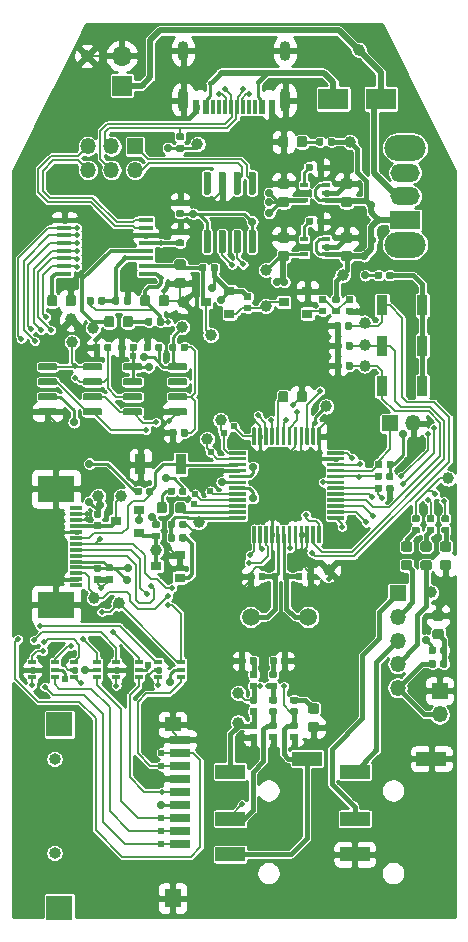
<source format=gbr>
G04 #@! TF.GenerationSoftware,KiCad,Pcbnew,(5.1.5)-3*
G04 #@! TF.CreationDate,2020-09-05T19:48:14+08:00*
G04 #@! TF.ProjectId,VS1053 Dev Brd,56533130-3533-4204-9465-76204272642e,rev?*
G04 #@! TF.SameCoordinates,Original*
G04 #@! TF.FileFunction,Copper,L1,Top*
G04 #@! TF.FilePolarity,Positive*
%FSLAX46Y46*%
G04 Gerber Fmt 4.6, Leading zero omitted, Abs format (unit mm)*
G04 Created by KiCad (PCBNEW (5.1.5)-3) date 2020-09-05 19:48:14*
%MOMM*%
%LPD*%
G04 APERTURE LIST*
%ADD10C,0.100000*%
%ADD11C,1.500000*%
%ADD12O,1.350000X1.350000*%
%ADD13R,1.350000X1.350000*%
%ADD14C,1.000000*%
%ADD15O,0.900000X2.000000*%
%ADD16O,0.900000X1.700000*%
%ADD17R,0.300000X1.160000*%
%ADD18R,0.600000X1.160000*%
%ADD19R,1.700000X1.700000*%
%ADD20O,1.700000X1.700000*%
%ADD21R,2.500000X1.800000*%
%ADD22R,2.500000X1.200000*%
%ADD23R,1.100000X0.300000*%
%ADD24R,3.100000X2.300000*%
%ADD25O,1.000000X1.000000*%
%ADD26R,1.800000X0.700000*%
%ADD27R,1.400000X1.200000*%
%ADD28R,1.400000X1.600000*%
%ADD29R,2.200000X2.032000*%
%ADD30R,0.900000X0.800000*%
%ADD31R,0.900000X1.700000*%
%ADD32R,2.500000X1.500000*%
%ADD33O,2.500000X1.500000*%
%ADD34O,3.500000X2.200000*%
%ADD35R,0.650000X0.400000*%
%ADD36R,1.200000X0.400000*%
%ADD37C,0.508000*%
%ADD38C,0.609600*%
%ADD39C,0.711200*%
%ADD40C,0.508000*%
%ADD41C,0.203200*%
%ADD42C,0.381000*%
%ADD43C,0.254000*%
%ADD44C,0.304800*%
%ADD45C,0.211328*%
%ADD46C,0.152400*%
%ADD47C,0.210820*%
G04 APERTURE END LIST*
G04 #@! TA.AperFunction,SMDPad,CuDef*
D10*
G36*
X81506103Y-89134122D02*
G01*
X81520664Y-89136282D01*
X81534943Y-89139859D01*
X81548803Y-89144818D01*
X81562110Y-89151112D01*
X81574736Y-89158680D01*
X81586559Y-89167448D01*
X81597466Y-89177334D01*
X81607352Y-89188241D01*
X81616120Y-89200064D01*
X81623688Y-89212690D01*
X81629982Y-89225997D01*
X81634941Y-89239857D01*
X81638518Y-89254136D01*
X81640678Y-89268697D01*
X81641400Y-89283400D01*
X81641400Y-89583400D01*
X81640678Y-89598103D01*
X81638518Y-89612664D01*
X81634941Y-89626943D01*
X81629982Y-89640803D01*
X81623688Y-89654110D01*
X81616120Y-89666736D01*
X81607352Y-89678559D01*
X81597466Y-89689466D01*
X81586559Y-89699352D01*
X81574736Y-89708120D01*
X81562110Y-89715688D01*
X81548803Y-89721982D01*
X81534943Y-89726941D01*
X81520664Y-89730518D01*
X81506103Y-89732678D01*
X81491400Y-89733400D01*
X80191400Y-89733400D01*
X80176697Y-89732678D01*
X80162136Y-89730518D01*
X80147857Y-89726941D01*
X80133997Y-89721982D01*
X80120690Y-89715688D01*
X80108064Y-89708120D01*
X80096241Y-89699352D01*
X80085334Y-89689466D01*
X80075448Y-89678559D01*
X80066680Y-89666736D01*
X80059112Y-89654110D01*
X80052818Y-89640803D01*
X80047859Y-89626943D01*
X80044282Y-89612664D01*
X80042122Y-89598103D01*
X80041400Y-89583400D01*
X80041400Y-89283400D01*
X80042122Y-89268697D01*
X80044282Y-89254136D01*
X80047859Y-89239857D01*
X80052818Y-89225997D01*
X80059112Y-89212690D01*
X80066680Y-89200064D01*
X80075448Y-89188241D01*
X80085334Y-89177334D01*
X80096241Y-89167448D01*
X80108064Y-89158680D01*
X80120690Y-89151112D01*
X80133997Y-89144818D01*
X80147857Y-89139859D01*
X80162136Y-89136282D01*
X80176697Y-89134122D01*
X80191400Y-89133400D01*
X81491400Y-89133400D01*
X81506103Y-89134122D01*
G37*
G04 #@! TD.AperFunction*
G04 #@! TA.AperFunction,SMDPad,CuDef*
G36*
X81506103Y-90404122D02*
G01*
X81520664Y-90406282D01*
X81534943Y-90409859D01*
X81548803Y-90414818D01*
X81562110Y-90421112D01*
X81574736Y-90428680D01*
X81586559Y-90437448D01*
X81597466Y-90447334D01*
X81607352Y-90458241D01*
X81616120Y-90470064D01*
X81623688Y-90482690D01*
X81629982Y-90495997D01*
X81634941Y-90509857D01*
X81638518Y-90524136D01*
X81640678Y-90538697D01*
X81641400Y-90553400D01*
X81641400Y-90853400D01*
X81640678Y-90868103D01*
X81638518Y-90882664D01*
X81634941Y-90896943D01*
X81629982Y-90910803D01*
X81623688Y-90924110D01*
X81616120Y-90936736D01*
X81607352Y-90948559D01*
X81597466Y-90959466D01*
X81586559Y-90969352D01*
X81574736Y-90978120D01*
X81562110Y-90985688D01*
X81548803Y-90991982D01*
X81534943Y-90996941D01*
X81520664Y-91000518D01*
X81506103Y-91002678D01*
X81491400Y-91003400D01*
X80191400Y-91003400D01*
X80176697Y-91002678D01*
X80162136Y-91000518D01*
X80147857Y-90996941D01*
X80133997Y-90991982D01*
X80120690Y-90985688D01*
X80108064Y-90978120D01*
X80096241Y-90969352D01*
X80085334Y-90959466D01*
X80075448Y-90948559D01*
X80066680Y-90936736D01*
X80059112Y-90924110D01*
X80052818Y-90910803D01*
X80047859Y-90896943D01*
X80044282Y-90882664D01*
X80042122Y-90868103D01*
X80041400Y-90853400D01*
X80041400Y-90553400D01*
X80042122Y-90538697D01*
X80044282Y-90524136D01*
X80047859Y-90509857D01*
X80052818Y-90495997D01*
X80059112Y-90482690D01*
X80066680Y-90470064D01*
X80075448Y-90458241D01*
X80085334Y-90447334D01*
X80096241Y-90437448D01*
X80108064Y-90428680D01*
X80120690Y-90421112D01*
X80133997Y-90414818D01*
X80147857Y-90409859D01*
X80162136Y-90406282D01*
X80176697Y-90404122D01*
X80191400Y-90403400D01*
X81491400Y-90403400D01*
X81506103Y-90404122D01*
G37*
G04 #@! TD.AperFunction*
G04 #@! TA.AperFunction,SMDPad,CuDef*
G36*
X81506103Y-91674122D02*
G01*
X81520664Y-91676282D01*
X81534943Y-91679859D01*
X81548803Y-91684818D01*
X81562110Y-91691112D01*
X81574736Y-91698680D01*
X81586559Y-91707448D01*
X81597466Y-91717334D01*
X81607352Y-91728241D01*
X81616120Y-91740064D01*
X81623688Y-91752690D01*
X81629982Y-91765997D01*
X81634941Y-91779857D01*
X81638518Y-91794136D01*
X81640678Y-91808697D01*
X81641400Y-91823400D01*
X81641400Y-92123400D01*
X81640678Y-92138103D01*
X81638518Y-92152664D01*
X81634941Y-92166943D01*
X81629982Y-92180803D01*
X81623688Y-92194110D01*
X81616120Y-92206736D01*
X81607352Y-92218559D01*
X81597466Y-92229466D01*
X81586559Y-92239352D01*
X81574736Y-92248120D01*
X81562110Y-92255688D01*
X81548803Y-92261982D01*
X81534943Y-92266941D01*
X81520664Y-92270518D01*
X81506103Y-92272678D01*
X81491400Y-92273400D01*
X80191400Y-92273400D01*
X80176697Y-92272678D01*
X80162136Y-92270518D01*
X80147857Y-92266941D01*
X80133997Y-92261982D01*
X80120690Y-92255688D01*
X80108064Y-92248120D01*
X80096241Y-92239352D01*
X80085334Y-92229466D01*
X80075448Y-92218559D01*
X80066680Y-92206736D01*
X80059112Y-92194110D01*
X80052818Y-92180803D01*
X80047859Y-92166943D01*
X80044282Y-92152664D01*
X80042122Y-92138103D01*
X80041400Y-92123400D01*
X80041400Y-91823400D01*
X80042122Y-91808697D01*
X80044282Y-91794136D01*
X80047859Y-91779857D01*
X80052818Y-91765997D01*
X80059112Y-91752690D01*
X80066680Y-91740064D01*
X80075448Y-91728241D01*
X80085334Y-91717334D01*
X80096241Y-91707448D01*
X80108064Y-91698680D01*
X80120690Y-91691112D01*
X80133997Y-91684818D01*
X80147857Y-91679859D01*
X80162136Y-91676282D01*
X80176697Y-91674122D01*
X80191400Y-91673400D01*
X81491400Y-91673400D01*
X81506103Y-91674122D01*
G37*
G04 #@! TD.AperFunction*
G04 #@! TA.AperFunction,SMDPad,CuDef*
G36*
X81506103Y-92944122D02*
G01*
X81520664Y-92946282D01*
X81534943Y-92949859D01*
X81548803Y-92954818D01*
X81562110Y-92961112D01*
X81574736Y-92968680D01*
X81586559Y-92977448D01*
X81597466Y-92987334D01*
X81607352Y-92998241D01*
X81616120Y-93010064D01*
X81623688Y-93022690D01*
X81629982Y-93035997D01*
X81634941Y-93049857D01*
X81638518Y-93064136D01*
X81640678Y-93078697D01*
X81641400Y-93093400D01*
X81641400Y-93393400D01*
X81640678Y-93408103D01*
X81638518Y-93422664D01*
X81634941Y-93436943D01*
X81629982Y-93450803D01*
X81623688Y-93464110D01*
X81616120Y-93476736D01*
X81607352Y-93488559D01*
X81597466Y-93499466D01*
X81586559Y-93509352D01*
X81574736Y-93518120D01*
X81562110Y-93525688D01*
X81548803Y-93531982D01*
X81534943Y-93536941D01*
X81520664Y-93540518D01*
X81506103Y-93542678D01*
X81491400Y-93543400D01*
X80191400Y-93543400D01*
X80176697Y-93542678D01*
X80162136Y-93540518D01*
X80147857Y-93536941D01*
X80133997Y-93531982D01*
X80120690Y-93525688D01*
X80108064Y-93518120D01*
X80096241Y-93509352D01*
X80085334Y-93499466D01*
X80075448Y-93488559D01*
X80066680Y-93476736D01*
X80059112Y-93464110D01*
X80052818Y-93450803D01*
X80047859Y-93436943D01*
X80044282Y-93422664D01*
X80042122Y-93408103D01*
X80041400Y-93393400D01*
X80041400Y-93093400D01*
X80042122Y-93078697D01*
X80044282Y-93064136D01*
X80047859Y-93049857D01*
X80052818Y-93035997D01*
X80059112Y-93022690D01*
X80066680Y-93010064D01*
X80075448Y-92998241D01*
X80085334Y-92987334D01*
X80096241Y-92977448D01*
X80108064Y-92968680D01*
X80120690Y-92961112D01*
X80133997Y-92954818D01*
X80147857Y-92949859D01*
X80162136Y-92946282D01*
X80176697Y-92944122D01*
X80191400Y-92943400D01*
X81491400Y-92943400D01*
X81506103Y-92944122D01*
G37*
G04 #@! TD.AperFunction*
G04 #@! TA.AperFunction,SMDPad,CuDef*
G36*
X74306103Y-92944122D02*
G01*
X74320664Y-92946282D01*
X74334943Y-92949859D01*
X74348803Y-92954818D01*
X74362110Y-92961112D01*
X74374736Y-92968680D01*
X74386559Y-92977448D01*
X74397466Y-92987334D01*
X74407352Y-92998241D01*
X74416120Y-93010064D01*
X74423688Y-93022690D01*
X74429982Y-93035997D01*
X74434941Y-93049857D01*
X74438518Y-93064136D01*
X74440678Y-93078697D01*
X74441400Y-93093400D01*
X74441400Y-93393400D01*
X74440678Y-93408103D01*
X74438518Y-93422664D01*
X74434941Y-93436943D01*
X74429982Y-93450803D01*
X74423688Y-93464110D01*
X74416120Y-93476736D01*
X74407352Y-93488559D01*
X74397466Y-93499466D01*
X74386559Y-93509352D01*
X74374736Y-93518120D01*
X74362110Y-93525688D01*
X74348803Y-93531982D01*
X74334943Y-93536941D01*
X74320664Y-93540518D01*
X74306103Y-93542678D01*
X74291400Y-93543400D01*
X72991400Y-93543400D01*
X72976697Y-93542678D01*
X72962136Y-93540518D01*
X72947857Y-93536941D01*
X72933997Y-93531982D01*
X72920690Y-93525688D01*
X72908064Y-93518120D01*
X72896241Y-93509352D01*
X72885334Y-93499466D01*
X72875448Y-93488559D01*
X72866680Y-93476736D01*
X72859112Y-93464110D01*
X72852818Y-93450803D01*
X72847859Y-93436943D01*
X72844282Y-93422664D01*
X72842122Y-93408103D01*
X72841400Y-93393400D01*
X72841400Y-93093400D01*
X72842122Y-93078697D01*
X72844282Y-93064136D01*
X72847859Y-93049857D01*
X72852818Y-93035997D01*
X72859112Y-93022690D01*
X72866680Y-93010064D01*
X72875448Y-92998241D01*
X72885334Y-92987334D01*
X72896241Y-92977448D01*
X72908064Y-92968680D01*
X72920690Y-92961112D01*
X72933997Y-92954818D01*
X72947857Y-92949859D01*
X72962136Y-92946282D01*
X72976697Y-92944122D01*
X72991400Y-92943400D01*
X74291400Y-92943400D01*
X74306103Y-92944122D01*
G37*
G04 #@! TD.AperFunction*
G04 #@! TA.AperFunction,SMDPad,CuDef*
G36*
X74306103Y-91674122D02*
G01*
X74320664Y-91676282D01*
X74334943Y-91679859D01*
X74348803Y-91684818D01*
X74362110Y-91691112D01*
X74374736Y-91698680D01*
X74386559Y-91707448D01*
X74397466Y-91717334D01*
X74407352Y-91728241D01*
X74416120Y-91740064D01*
X74423688Y-91752690D01*
X74429982Y-91765997D01*
X74434941Y-91779857D01*
X74438518Y-91794136D01*
X74440678Y-91808697D01*
X74441400Y-91823400D01*
X74441400Y-92123400D01*
X74440678Y-92138103D01*
X74438518Y-92152664D01*
X74434941Y-92166943D01*
X74429982Y-92180803D01*
X74423688Y-92194110D01*
X74416120Y-92206736D01*
X74407352Y-92218559D01*
X74397466Y-92229466D01*
X74386559Y-92239352D01*
X74374736Y-92248120D01*
X74362110Y-92255688D01*
X74348803Y-92261982D01*
X74334943Y-92266941D01*
X74320664Y-92270518D01*
X74306103Y-92272678D01*
X74291400Y-92273400D01*
X72991400Y-92273400D01*
X72976697Y-92272678D01*
X72962136Y-92270518D01*
X72947857Y-92266941D01*
X72933997Y-92261982D01*
X72920690Y-92255688D01*
X72908064Y-92248120D01*
X72896241Y-92239352D01*
X72885334Y-92229466D01*
X72875448Y-92218559D01*
X72866680Y-92206736D01*
X72859112Y-92194110D01*
X72852818Y-92180803D01*
X72847859Y-92166943D01*
X72844282Y-92152664D01*
X72842122Y-92138103D01*
X72841400Y-92123400D01*
X72841400Y-91823400D01*
X72842122Y-91808697D01*
X72844282Y-91794136D01*
X72847859Y-91779857D01*
X72852818Y-91765997D01*
X72859112Y-91752690D01*
X72866680Y-91740064D01*
X72875448Y-91728241D01*
X72885334Y-91717334D01*
X72896241Y-91707448D01*
X72908064Y-91698680D01*
X72920690Y-91691112D01*
X72933997Y-91684818D01*
X72947857Y-91679859D01*
X72962136Y-91676282D01*
X72976697Y-91674122D01*
X72991400Y-91673400D01*
X74291400Y-91673400D01*
X74306103Y-91674122D01*
G37*
G04 #@! TD.AperFunction*
G04 #@! TA.AperFunction,SMDPad,CuDef*
G36*
X74306103Y-90404122D02*
G01*
X74320664Y-90406282D01*
X74334943Y-90409859D01*
X74348803Y-90414818D01*
X74362110Y-90421112D01*
X74374736Y-90428680D01*
X74386559Y-90437448D01*
X74397466Y-90447334D01*
X74407352Y-90458241D01*
X74416120Y-90470064D01*
X74423688Y-90482690D01*
X74429982Y-90495997D01*
X74434941Y-90509857D01*
X74438518Y-90524136D01*
X74440678Y-90538697D01*
X74441400Y-90553400D01*
X74441400Y-90853400D01*
X74440678Y-90868103D01*
X74438518Y-90882664D01*
X74434941Y-90896943D01*
X74429982Y-90910803D01*
X74423688Y-90924110D01*
X74416120Y-90936736D01*
X74407352Y-90948559D01*
X74397466Y-90959466D01*
X74386559Y-90969352D01*
X74374736Y-90978120D01*
X74362110Y-90985688D01*
X74348803Y-90991982D01*
X74334943Y-90996941D01*
X74320664Y-91000518D01*
X74306103Y-91002678D01*
X74291400Y-91003400D01*
X72991400Y-91003400D01*
X72976697Y-91002678D01*
X72962136Y-91000518D01*
X72947857Y-90996941D01*
X72933997Y-90991982D01*
X72920690Y-90985688D01*
X72908064Y-90978120D01*
X72896241Y-90969352D01*
X72885334Y-90959466D01*
X72875448Y-90948559D01*
X72866680Y-90936736D01*
X72859112Y-90924110D01*
X72852818Y-90910803D01*
X72847859Y-90896943D01*
X72844282Y-90882664D01*
X72842122Y-90868103D01*
X72841400Y-90853400D01*
X72841400Y-90553400D01*
X72842122Y-90538697D01*
X72844282Y-90524136D01*
X72847859Y-90509857D01*
X72852818Y-90495997D01*
X72859112Y-90482690D01*
X72866680Y-90470064D01*
X72875448Y-90458241D01*
X72885334Y-90447334D01*
X72896241Y-90437448D01*
X72908064Y-90428680D01*
X72920690Y-90421112D01*
X72933997Y-90414818D01*
X72947857Y-90409859D01*
X72962136Y-90406282D01*
X72976697Y-90404122D01*
X72991400Y-90403400D01*
X74291400Y-90403400D01*
X74306103Y-90404122D01*
G37*
G04 #@! TD.AperFunction*
G04 #@! TA.AperFunction,SMDPad,CuDef*
G36*
X74306103Y-89134122D02*
G01*
X74320664Y-89136282D01*
X74334943Y-89139859D01*
X74348803Y-89144818D01*
X74362110Y-89151112D01*
X74374736Y-89158680D01*
X74386559Y-89167448D01*
X74397466Y-89177334D01*
X74407352Y-89188241D01*
X74416120Y-89200064D01*
X74423688Y-89212690D01*
X74429982Y-89225997D01*
X74434941Y-89239857D01*
X74438518Y-89254136D01*
X74440678Y-89268697D01*
X74441400Y-89283400D01*
X74441400Y-89583400D01*
X74440678Y-89598103D01*
X74438518Y-89612664D01*
X74434941Y-89626943D01*
X74429982Y-89640803D01*
X74423688Y-89654110D01*
X74416120Y-89666736D01*
X74407352Y-89678559D01*
X74397466Y-89689466D01*
X74386559Y-89699352D01*
X74374736Y-89708120D01*
X74362110Y-89715688D01*
X74348803Y-89721982D01*
X74334943Y-89726941D01*
X74320664Y-89730518D01*
X74306103Y-89732678D01*
X74291400Y-89733400D01*
X72991400Y-89733400D01*
X72976697Y-89732678D01*
X72962136Y-89730518D01*
X72947857Y-89726941D01*
X72933997Y-89721982D01*
X72920690Y-89715688D01*
X72908064Y-89708120D01*
X72896241Y-89699352D01*
X72885334Y-89689466D01*
X72875448Y-89678559D01*
X72866680Y-89666736D01*
X72859112Y-89654110D01*
X72852818Y-89640803D01*
X72847859Y-89626943D01*
X72844282Y-89612664D01*
X72842122Y-89598103D01*
X72841400Y-89583400D01*
X72841400Y-89283400D01*
X72842122Y-89268697D01*
X72844282Y-89254136D01*
X72847859Y-89239857D01*
X72852818Y-89225997D01*
X72859112Y-89212690D01*
X72866680Y-89200064D01*
X72875448Y-89188241D01*
X72885334Y-89177334D01*
X72896241Y-89167448D01*
X72908064Y-89158680D01*
X72920690Y-89151112D01*
X72933997Y-89144818D01*
X72947857Y-89139859D01*
X72962136Y-89136282D01*
X72976697Y-89134122D01*
X72991400Y-89133400D01*
X74291400Y-89133400D01*
X74306103Y-89134122D01*
G37*
G04 #@! TD.AperFunction*
G04 #@! TA.AperFunction,SMDPad,CuDef*
G36*
X85316103Y-89134122D02*
G01*
X85330664Y-89136282D01*
X85344943Y-89139859D01*
X85358803Y-89144818D01*
X85372110Y-89151112D01*
X85384736Y-89158680D01*
X85396559Y-89167448D01*
X85407466Y-89177334D01*
X85417352Y-89188241D01*
X85426120Y-89200064D01*
X85433688Y-89212690D01*
X85439982Y-89225997D01*
X85444941Y-89239857D01*
X85448518Y-89254136D01*
X85450678Y-89268697D01*
X85451400Y-89283400D01*
X85451400Y-89583400D01*
X85450678Y-89598103D01*
X85448518Y-89612664D01*
X85444941Y-89626943D01*
X85439982Y-89640803D01*
X85433688Y-89654110D01*
X85426120Y-89666736D01*
X85417352Y-89678559D01*
X85407466Y-89689466D01*
X85396559Y-89699352D01*
X85384736Y-89708120D01*
X85372110Y-89715688D01*
X85358803Y-89721982D01*
X85344943Y-89726941D01*
X85330664Y-89730518D01*
X85316103Y-89732678D01*
X85301400Y-89733400D01*
X84001400Y-89733400D01*
X83986697Y-89732678D01*
X83972136Y-89730518D01*
X83957857Y-89726941D01*
X83943997Y-89721982D01*
X83930690Y-89715688D01*
X83918064Y-89708120D01*
X83906241Y-89699352D01*
X83895334Y-89689466D01*
X83885448Y-89678559D01*
X83876680Y-89666736D01*
X83869112Y-89654110D01*
X83862818Y-89640803D01*
X83857859Y-89626943D01*
X83854282Y-89612664D01*
X83852122Y-89598103D01*
X83851400Y-89583400D01*
X83851400Y-89283400D01*
X83852122Y-89268697D01*
X83854282Y-89254136D01*
X83857859Y-89239857D01*
X83862818Y-89225997D01*
X83869112Y-89212690D01*
X83876680Y-89200064D01*
X83885448Y-89188241D01*
X83895334Y-89177334D01*
X83906241Y-89167448D01*
X83918064Y-89158680D01*
X83930690Y-89151112D01*
X83943997Y-89144818D01*
X83957857Y-89139859D01*
X83972136Y-89136282D01*
X83986697Y-89134122D01*
X84001400Y-89133400D01*
X85301400Y-89133400D01*
X85316103Y-89134122D01*
G37*
G04 #@! TD.AperFunction*
G04 #@! TA.AperFunction,SMDPad,CuDef*
G36*
X85316103Y-90404122D02*
G01*
X85330664Y-90406282D01*
X85344943Y-90409859D01*
X85358803Y-90414818D01*
X85372110Y-90421112D01*
X85384736Y-90428680D01*
X85396559Y-90437448D01*
X85407466Y-90447334D01*
X85417352Y-90458241D01*
X85426120Y-90470064D01*
X85433688Y-90482690D01*
X85439982Y-90495997D01*
X85444941Y-90509857D01*
X85448518Y-90524136D01*
X85450678Y-90538697D01*
X85451400Y-90553400D01*
X85451400Y-90853400D01*
X85450678Y-90868103D01*
X85448518Y-90882664D01*
X85444941Y-90896943D01*
X85439982Y-90910803D01*
X85433688Y-90924110D01*
X85426120Y-90936736D01*
X85417352Y-90948559D01*
X85407466Y-90959466D01*
X85396559Y-90969352D01*
X85384736Y-90978120D01*
X85372110Y-90985688D01*
X85358803Y-90991982D01*
X85344943Y-90996941D01*
X85330664Y-91000518D01*
X85316103Y-91002678D01*
X85301400Y-91003400D01*
X84001400Y-91003400D01*
X83986697Y-91002678D01*
X83972136Y-91000518D01*
X83957857Y-90996941D01*
X83943997Y-90991982D01*
X83930690Y-90985688D01*
X83918064Y-90978120D01*
X83906241Y-90969352D01*
X83895334Y-90959466D01*
X83885448Y-90948559D01*
X83876680Y-90936736D01*
X83869112Y-90924110D01*
X83862818Y-90910803D01*
X83857859Y-90896943D01*
X83854282Y-90882664D01*
X83852122Y-90868103D01*
X83851400Y-90853400D01*
X83851400Y-90553400D01*
X83852122Y-90538697D01*
X83854282Y-90524136D01*
X83857859Y-90509857D01*
X83862818Y-90495997D01*
X83869112Y-90482690D01*
X83876680Y-90470064D01*
X83885448Y-90458241D01*
X83895334Y-90447334D01*
X83906241Y-90437448D01*
X83918064Y-90428680D01*
X83930690Y-90421112D01*
X83943997Y-90414818D01*
X83957857Y-90409859D01*
X83972136Y-90406282D01*
X83986697Y-90404122D01*
X84001400Y-90403400D01*
X85301400Y-90403400D01*
X85316103Y-90404122D01*
G37*
G04 #@! TD.AperFunction*
G04 #@! TA.AperFunction,SMDPad,CuDef*
G36*
X85316103Y-91674122D02*
G01*
X85330664Y-91676282D01*
X85344943Y-91679859D01*
X85358803Y-91684818D01*
X85372110Y-91691112D01*
X85384736Y-91698680D01*
X85396559Y-91707448D01*
X85407466Y-91717334D01*
X85417352Y-91728241D01*
X85426120Y-91740064D01*
X85433688Y-91752690D01*
X85439982Y-91765997D01*
X85444941Y-91779857D01*
X85448518Y-91794136D01*
X85450678Y-91808697D01*
X85451400Y-91823400D01*
X85451400Y-92123400D01*
X85450678Y-92138103D01*
X85448518Y-92152664D01*
X85444941Y-92166943D01*
X85439982Y-92180803D01*
X85433688Y-92194110D01*
X85426120Y-92206736D01*
X85417352Y-92218559D01*
X85407466Y-92229466D01*
X85396559Y-92239352D01*
X85384736Y-92248120D01*
X85372110Y-92255688D01*
X85358803Y-92261982D01*
X85344943Y-92266941D01*
X85330664Y-92270518D01*
X85316103Y-92272678D01*
X85301400Y-92273400D01*
X84001400Y-92273400D01*
X83986697Y-92272678D01*
X83972136Y-92270518D01*
X83957857Y-92266941D01*
X83943997Y-92261982D01*
X83930690Y-92255688D01*
X83918064Y-92248120D01*
X83906241Y-92239352D01*
X83895334Y-92229466D01*
X83885448Y-92218559D01*
X83876680Y-92206736D01*
X83869112Y-92194110D01*
X83862818Y-92180803D01*
X83857859Y-92166943D01*
X83854282Y-92152664D01*
X83852122Y-92138103D01*
X83851400Y-92123400D01*
X83851400Y-91823400D01*
X83852122Y-91808697D01*
X83854282Y-91794136D01*
X83857859Y-91779857D01*
X83862818Y-91765997D01*
X83869112Y-91752690D01*
X83876680Y-91740064D01*
X83885448Y-91728241D01*
X83895334Y-91717334D01*
X83906241Y-91707448D01*
X83918064Y-91698680D01*
X83930690Y-91691112D01*
X83943997Y-91684818D01*
X83957857Y-91679859D01*
X83972136Y-91676282D01*
X83986697Y-91674122D01*
X84001400Y-91673400D01*
X85301400Y-91673400D01*
X85316103Y-91674122D01*
G37*
G04 #@! TD.AperFunction*
G04 #@! TA.AperFunction,SMDPad,CuDef*
G36*
X85316103Y-92944122D02*
G01*
X85330664Y-92946282D01*
X85344943Y-92949859D01*
X85358803Y-92954818D01*
X85372110Y-92961112D01*
X85384736Y-92968680D01*
X85396559Y-92977448D01*
X85407466Y-92987334D01*
X85417352Y-92998241D01*
X85426120Y-93010064D01*
X85433688Y-93022690D01*
X85439982Y-93035997D01*
X85444941Y-93049857D01*
X85448518Y-93064136D01*
X85450678Y-93078697D01*
X85451400Y-93093400D01*
X85451400Y-93393400D01*
X85450678Y-93408103D01*
X85448518Y-93422664D01*
X85444941Y-93436943D01*
X85439982Y-93450803D01*
X85433688Y-93464110D01*
X85426120Y-93476736D01*
X85417352Y-93488559D01*
X85407466Y-93499466D01*
X85396559Y-93509352D01*
X85384736Y-93518120D01*
X85372110Y-93525688D01*
X85358803Y-93531982D01*
X85344943Y-93536941D01*
X85330664Y-93540518D01*
X85316103Y-93542678D01*
X85301400Y-93543400D01*
X84001400Y-93543400D01*
X83986697Y-93542678D01*
X83972136Y-93540518D01*
X83957857Y-93536941D01*
X83943997Y-93531982D01*
X83930690Y-93525688D01*
X83918064Y-93518120D01*
X83906241Y-93509352D01*
X83895334Y-93499466D01*
X83885448Y-93488559D01*
X83876680Y-93476736D01*
X83869112Y-93464110D01*
X83862818Y-93450803D01*
X83857859Y-93436943D01*
X83854282Y-93422664D01*
X83852122Y-93408103D01*
X83851400Y-93393400D01*
X83851400Y-93093400D01*
X83852122Y-93078697D01*
X83854282Y-93064136D01*
X83857859Y-93049857D01*
X83862818Y-93035997D01*
X83869112Y-93022690D01*
X83876680Y-93010064D01*
X83885448Y-92998241D01*
X83895334Y-92987334D01*
X83906241Y-92977448D01*
X83918064Y-92968680D01*
X83930690Y-92961112D01*
X83943997Y-92954818D01*
X83957857Y-92949859D01*
X83972136Y-92946282D01*
X83986697Y-92944122D01*
X84001400Y-92943400D01*
X85301400Y-92943400D01*
X85316103Y-92944122D01*
G37*
G04 #@! TD.AperFunction*
G04 #@! TA.AperFunction,SMDPad,CuDef*
G36*
X78116103Y-92944122D02*
G01*
X78130664Y-92946282D01*
X78144943Y-92949859D01*
X78158803Y-92954818D01*
X78172110Y-92961112D01*
X78184736Y-92968680D01*
X78196559Y-92977448D01*
X78207466Y-92987334D01*
X78217352Y-92998241D01*
X78226120Y-93010064D01*
X78233688Y-93022690D01*
X78239982Y-93035997D01*
X78244941Y-93049857D01*
X78248518Y-93064136D01*
X78250678Y-93078697D01*
X78251400Y-93093400D01*
X78251400Y-93393400D01*
X78250678Y-93408103D01*
X78248518Y-93422664D01*
X78244941Y-93436943D01*
X78239982Y-93450803D01*
X78233688Y-93464110D01*
X78226120Y-93476736D01*
X78217352Y-93488559D01*
X78207466Y-93499466D01*
X78196559Y-93509352D01*
X78184736Y-93518120D01*
X78172110Y-93525688D01*
X78158803Y-93531982D01*
X78144943Y-93536941D01*
X78130664Y-93540518D01*
X78116103Y-93542678D01*
X78101400Y-93543400D01*
X76801400Y-93543400D01*
X76786697Y-93542678D01*
X76772136Y-93540518D01*
X76757857Y-93536941D01*
X76743997Y-93531982D01*
X76730690Y-93525688D01*
X76718064Y-93518120D01*
X76706241Y-93509352D01*
X76695334Y-93499466D01*
X76685448Y-93488559D01*
X76676680Y-93476736D01*
X76669112Y-93464110D01*
X76662818Y-93450803D01*
X76657859Y-93436943D01*
X76654282Y-93422664D01*
X76652122Y-93408103D01*
X76651400Y-93393400D01*
X76651400Y-93093400D01*
X76652122Y-93078697D01*
X76654282Y-93064136D01*
X76657859Y-93049857D01*
X76662818Y-93035997D01*
X76669112Y-93022690D01*
X76676680Y-93010064D01*
X76685448Y-92998241D01*
X76695334Y-92987334D01*
X76706241Y-92977448D01*
X76718064Y-92968680D01*
X76730690Y-92961112D01*
X76743997Y-92954818D01*
X76757857Y-92949859D01*
X76772136Y-92946282D01*
X76786697Y-92944122D01*
X76801400Y-92943400D01*
X78101400Y-92943400D01*
X78116103Y-92944122D01*
G37*
G04 #@! TD.AperFunction*
G04 #@! TA.AperFunction,SMDPad,CuDef*
G36*
X78116103Y-91674122D02*
G01*
X78130664Y-91676282D01*
X78144943Y-91679859D01*
X78158803Y-91684818D01*
X78172110Y-91691112D01*
X78184736Y-91698680D01*
X78196559Y-91707448D01*
X78207466Y-91717334D01*
X78217352Y-91728241D01*
X78226120Y-91740064D01*
X78233688Y-91752690D01*
X78239982Y-91765997D01*
X78244941Y-91779857D01*
X78248518Y-91794136D01*
X78250678Y-91808697D01*
X78251400Y-91823400D01*
X78251400Y-92123400D01*
X78250678Y-92138103D01*
X78248518Y-92152664D01*
X78244941Y-92166943D01*
X78239982Y-92180803D01*
X78233688Y-92194110D01*
X78226120Y-92206736D01*
X78217352Y-92218559D01*
X78207466Y-92229466D01*
X78196559Y-92239352D01*
X78184736Y-92248120D01*
X78172110Y-92255688D01*
X78158803Y-92261982D01*
X78144943Y-92266941D01*
X78130664Y-92270518D01*
X78116103Y-92272678D01*
X78101400Y-92273400D01*
X76801400Y-92273400D01*
X76786697Y-92272678D01*
X76772136Y-92270518D01*
X76757857Y-92266941D01*
X76743997Y-92261982D01*
X76730690Y-92255688D01*
X76718064Y-92248120D01*
X76706241Y-92239352D01*
X76695334Y-92229466D01*
X76685448Y-92218559D01*
X76676680Y-92206736D01*
X76669112Y-92194110D01*
X76662818Y-92180803D01*
X76657859Y-92166943D01*
X76654282Y-92152664D01*
X76652122Y-92138103D01*
X76651400Y-92123400D01*
X76651400Y-91823400D01*
X76652122Y-91808697D01*
X76654282Y-91794136D01*
X76657859Y-91779857D01*
X76662818Y-91765997D01*
X76669112Y-91752690D01*
X76676680Y-91740064D01*
X76685448Y-91728241D01*
X76695334Y-91717334D01*
X76706241Y-91707448D01*
X76718064Y-91698680D01*
X76730690Y-91691112D01*
X76743997Y-91684818D01*
X76757857Y-91679859D01*
X76772136Y-91676282D01*
X76786697Y-91674122D01*
X76801400Y-91673400D01*
X78101400Y-91673400D01*
X78116103Y-91674122D01*
G37*
G04 #@! TD.AperFunction*
G04 #@! TA.AperFunction,SMDPad,CuDef*
G36*
X78116103Y-90404122D02*
G01*
X78130664Y-90406282D01*
X78144943Y-90409859D01*
X78158803Y-90414818D01*
X78172110Y-90421112D01*
X78184736Y-90428680D01*
X78196559Y-90437448D01*
X78207466Y-90447334D01*
X78217352Y-90458241D01*
X78226120Y-90470064D01*
X78233688Y-90482690D01*
X78239982Y-90495997D01*
X78244941Y-90509857D01*
X78248518Y-90524136D01*
X78250678Y-90538697D01*
X78251400Y-90553400D01*
X78251400Y-90853400D01*
X78250678Y-90868103D01*
X78248518Y-90882664D01*
X78244941Y-90896943D01*
X78239982Y-90910803D01*
X78233688Y-90924110D01*
X78226120Y-90936736D01*
X78217352Y-90948559D01*
X78207466Y-90959466D01*
X78196559Y-90969352D01*
X78184736Y-90978120D01*
X78172110Y-90985688D01*
X78158803Y-90991982D01*
X78144943Y-90996941D01*
X78130664Y-91000518D01*
X78116103Y-91002678D01*
X78101400Y-91003400D01*
X76801400Y-91003400D01*
X76786697Y-91002678D01*
X76772136Y-91000518D01*
X76757857Y-90996941D01*
X76743997Y-90991982D01*
X76730690Y-90985688D01*
X76718064Y-90978120D01*
X76706241Y-90969352D01*
X76695334Y-90959466D01*
X76685448Y-90948559D01*
X76676680Y-90936736D01*
X76669112Y-90924110D01*
X76662818Y-90910803D01*
X76657859Y-90896943D01*
X76654282Y-90882664D01*
X76652122Y-90868103D01*
X76651400Y-90853400D01*
X76651400Y-90553400D01*
X76652122Y-90538697D01*
X76654282Y-90524136D01*
X76657859Y-90509857D01*
X76662818Y-90495997D01*
X76669112Y-90482690D01*
X76676680Y-90470064D01*
X76685448Y-90458241D01*
X76695334Y-90447334D01*
X76706241Y-90437448D01*
X76718064Y-90428680D01*
X76730690Y-90421112D01*
X76743997Y-90414818D01*
X76757857Y-90409859D01*
X76772136Y-90406282D01*
X76786697Y-90404122D01*
X76801400Y-90403400D01*
X78101400Y-90403400D01*
X78116103Y-90404122D01*
G37*
G04 #@! TD.AperFunction*
G04 #@! TA.AperFunction,SMDPad,CuDef*
G36*
X78116103Y-89134122D02*
G01*
X78130664Y-89136282D01*
X78144943Y-89139859D01*
X78158803Y-89144818D01*
X78172110Y-89151112D01*
X78184736Y-89158680D01*
X78196559Y-89167448D01*
X78207466Y-89177334D01*
X78217352Y-89188241D01*
X78226120Y-89200064D01*
X78233688Y-89212690D01*
X78239982Y-89225997D01*
X78244941Y-89239857D01*
X78248518Y-89254136D01*
X78250678Y-89268697D01*
X78251400Y-89283400D01*
X78251400Y-89583400D01*
X78250678Y-89598103D01*
X78248518Y-89612664D01*
X78244941Y-89626943D01*
X78239982Y-89640803D01*
X78233688Y-89654110D01*
X78226120Y-89666736D01*
X78217352Y-89678559D01*
X78207466Y-89689466D01*
X78196559Y-89699352D01*
X78184736Y-89708120D01*
X78172110Y-89715688D01*
X78158803Y-89721982D01*
X78144943Y-89726941D01*
X78130664Y-89730518D01*
X78116103Y-89732678D01*
X78101400Y-89733400D01*
X76801400Y-89733400D01*
X76786697Y-89732678D01*
X76772136Y-89730518D01*
X76757857Y-89726941D01*
X76743997Y-89721982D01*
X76730690Y-89715688D01*
X76718064Y-89708120D01*
X76706241Y-89699352D01*
X76695334Y-89689466D01*
X76685448Y-89678559D01*
X76676680Y-89666736D01*
X76669112Y-89654110D01*
X76662818Y-89640803D01*
X76657859Y-89626943D01*
X76654282Y-89612664D01*
X76652122Y-89598103D01*
X76651400Y-89583400D01*
X76651400Y-89283400D01*
X76652122Y-89268697D01*
X76654282Y-89254136D01*
X76657859Y-89239857D01*
X76662818Y-89225997D01*
X76669112Y-89212690D01*
X76676680Y-89200064D01*
X76685448Y-89188241D01*
X76695334Y-89177334D01*
X76706241Y-89167448D01*
X76718064Y-89158680D01*
X76730690Y-89151112D01*
X76743997Y-89144818D01*
X76757857Y-89139859D01*
X76772136Y-89136282D01*
X76786697Y-89134122D01*
X76801400Y-89133400D01*
X78101400Y-89133400D01*
X78116103Y-89134122D01*
G37*
G04 #@! TD.AperFunction*
G04 #@! TA.AperFunction,SMDPad,CuDef*
G36*
X91122103Y-77853122D02*
G01*
X91136664Y-77855282D01*
X91150943Y-77858859D01*
X91164803Y-77863818D01*
X91178110Y-77870112D01*
X91190736Y-77877680D01*
X91202559Y-77886448D01*
X91213466Y-77896334D01*
X91223352Y-77907241D01*
X91232120Y-77919064D01*
X91239688Y-77931690D01*
X91245982Y-77944997D01*
X91250941Y-77958857D01*
X91254518Y-77973136D01*
X91256678Y-77987697D01*
X91257400Y-78002400D01*
X91257400Y-79652400D01*
X91256678Y-79667103D01*
X91254518Y-79681664D01*
X91250941Y-79695943D01*
X91245982Y-79709803D01*
X91239688Y-79723110D01*
X91232120Y-79735736D01*
X91223352Y-79747559D01*
X91213466Y-79758466D01*
X91202559Y-79768352D01*
X91190736Y-79777120D01*
X91178110Y-79784688D01*
X91164803Y-79790982D01*
X91150943Y-79795941D01*
X91136664Y-79799518D01*
X91122103Y-79801678D01*
X91107400Y-79802400D01*
X90807400Y-79802400D01*
X90792697Y-79801678D01*
X90778136Y-79799518D01*
X90763857Y-79795941D01*
X90749997Y-79790982D01*
X90736690Y-79784688D01*
X90724064Y-79777120D01*
X90712241Y-79768352D01*
X90701334Y-79758466D01*
X90691448Y-79747559D01*
X90682680Y-79735736D01*
X90675112Y-79723110D01*
X90668818Y-79709803D01*
X90663859Y-79695943D01*
X90660282Y-79681664D01*
X90658122Y-79667103D01*
X90657400Y-79652400D01*
X90657400Y-78002400D01*
X90658122Y-77987697D01*
X90660282Y-77973136D01*
X90663859Y-77958857D01*
X90668818Y-77944997D01*
X90675112Y-77931690D01*
X90682680Y-77919064D01*
X90691448Y-77907241D01*
X90701334Y-77896334D01*
X90712241Y-77886448D01*
X90724064Y-77877680D01*
X90736690Y-77870112D01*
X90749997Y-77863818D01*
X90763857Y-77858859D01*
X90778136Y-77855282D01*
X90792697Y-77853122D01*
X90807400Y-77852400D01*
X91107400Y-77852400D01*
X91122103Y-77853122D01*
G37*
G04 #@! TD.AperFunction*
G04 #@! TA.AperFunction,SMDPad,CuDef*
G36*
X89852103Y-77853122D02*
G01*
X89866664Y-77855282D01*
X89880943Y-77858859D01*
X89894803Y-77863818D01*
X89908110Y-77870112D01*
X89920736Y-77877680D01*
X89932559Y-77886448D01*
X89943466Y-77896334D01*
X89953352Y-77907241D01*
X89962120Y-77919064D01*
X89969688Y-77931690D01*
X89975982Y-77944997D01*
X89980941Y-77958857D01*
X89984518Y-77973136D01*
X89986678Y-77987697D01*
X89987400Y-78002400D01*
X89987400Y-79652400D01*
X89986678Y-79667103D01*
X89984518Y-79681664D01*
X89980941Y-79695943D01*
X89975982Y-79709803D01*
X89969688Y-79723110D01*
X89962120Y-79735736D01*
X89953352Y-79747559D01*
X89943466Y-79758466D01*
X89932559Y-79768352D01*
X89920736Y-79777120D01*
X89908110Y-79784688D01*
X89894803Y-79790982D01*
X89880943Y-79795941D01*
X89866664Y-79799518D01*
X89852103Y-79801678D01*
X89837400Y-79802400D01*
X89537400Y-79802400D01*
X89522697Y-79801678D01*
X89508136Y-79799518D01*
X89493857Y-79795941D01*
X89479997Y-79790982D01*
X89466690Y-79784688D01*
X89454064Y-79777120D01*
X89442241Y-79768352D01*
X89431334Y-79758466D01*
X89421448Y-79747559D01*
X89412680Y-79735736D01*
X89405112Y-79723110D01*
X89398818Y-79709803D01*
X89393859Y-79695943D01*
X89390282Y-79681664D01*
X89388122Y-79667103D01*
X89387400Y-79652400D01*
X89387400Y-78002400D01*
X89388122Y-77987697D01*
X89390282Y-77973136D01*
X89393859Y-77958857D01*
X89398818Y-77944997D01*
X89405112Y-77931690D01*
X89412680Y-77919064D01*
X89421448Y-77907241D01*
X89431334Y-77896334D01*
X89442241Y-77886448D01*
X89454064Y-77877680D01*
X89466690Y-77870112D01*
X89479997Y-77863818D01*
X89493857Y-77858859D01*
X89508136Y-77855282D01*
X89522697Y-77853122D01*
X89537400Y-77852400D01*
X89837400Y-77852400D01*
X89852103Y-77853122D01*
G37*
G04 #@! TD.AperFunction*
G04 #@! TA.AperFunction,SMDPad,CuDef*
G36*
X88582103Y-77853122D02*
G01*
X88596664Y-77855282D01*
X88610943Y-77858859D01*
X88624803Y-77863818D01*
X88638110Y-77870112D01*
X88650736Y-77877680D01*
X88662559Y-77886448D01*
X88673466Y-77896334D01*
X88683352Y-77907241D01*
X88692120Y-77919064D01*
X88699688Y-77931690D01*
X88705982Y-77944997D01*
X88710941Y-77958857D01*
X88714518Y-77973136D01*
X88716678Y-77987697D01*
X88717400Y-78002400D01*
X88717400Y-79652400D01*
X88716678Y-79667103D01*
X88714518Y-79681664D01*
X88710941Y-79695943D01*
X88705982Y-79709803D01*
X88699688Y-79723110D01*
X88692120Y-79735736D01*
X88683352Y-79747559D01*
X88673466Y-79758466D01*
X88662559Y-79768352D01*
X88650736Y-79777120D01*
X88638110Y-79784688D01*
X88624803Y-79790982D01*
X88610943Y-79795941D01*
X88596664Y-79799518D01*
X88582103Y-79801678D01*
X88567400Y-79802400D01*
X88267400Y-79802400D01*
X88252697Y-79801678D01*
X88238136Y-79799518D01*
X88223857Y-79795941D01*
X88209997Y-79790982D01*
X88196690Y-79784688D01*
X88184064Y-79777120D01*
X88172241Y-79768352D01*
X88161334Y-79758466D01*
X88151448Y-79747559D01*
X88142680Y-79735736D01*
X88135112Y-79723110D01*
X88128818Y-79709803D01*
X88123859Y-79695943D01*
X88120282Y-79681664D01*
X88118122Y-79667103D01*
X88117400Y-79652400D01*
X88117400Y-78002400D01*
X88118122Y-77987697D01*
X88120282Y-77973136D01*
X88123859Y-77958857D01*
X88128818Y-77944997D01*
X88135112Y-77931690D01*
X88142680Y-77919064D01*
X88151448Y-77907241D01*
X88161334Y-77896334D01*
X88172241Y-77886448D01*
X88184064Y-77877680D01*
X88196690Y-77870112D01*
X88209997Y-77863818D01*
X88223857Y-77858859D01*
X88238136Y-77855282D01*
X88252697Y-77853122D01*
X88267400Y-77852400D01*
X88567400Y-77852400D01*
X88582103Y-77853122D01*
G37*
G04 #@! TD.AperFunction*
G04 #@! TA.AperFunction,SMDPad,CuDef*
G36*
X87312103Y-77853122D02*
G01*
X87326664Y-77855282D01*
X87340943Y-77858859D01*
X87354803Y-77863818D01*
X87368110Y-77870112D01*
X87380736Y-77877680D01*
X87392559Y-77886448D01*
X87403466Y-77896334D01*
X87413352Y-77907241D01*
X87422120Y-77919064D01*
X87429688Y-77931690D01*
X87435982Y-77944997D01*
X87440941Y-77958857D01*
X87444518Y-77973136D01*
X87446678Y-77987697D01*
X87447400Y-78002400D01*
X87447400Y-79652400D01*
X87446678Y-79667103D01*
X87444518Y-79681664D01*
X87440941Y-79695943D01*
X87435982Y-79709803D01*
X87429688Y-79723110D01*
X87422120Y-79735736D01*
X87413352Y-79747559D01*
X87403466Y-79758466D01*
X87392559Y-79768352D01*
X87380736Y-79777120D01*
X87368110Y-79784688D01*
X87354803Y-79790982D01*
X87340943Y-79795941D01*
X87326664Y-79799518D01*
X87312103Y-79801678D01*
X87297400Y-79802400D01*
X86997400Y-79802400D01*
X86982697Y-79801678D01*
X86968136Y-79799518D01*
X86953857Y-79795941D01*
X86939997Y-79790982D01*
X86926690Y-79784688D01*
X86914064Y-79777120D01*
X86902241Y-79768352D01*
X86891334Y-79758466D01*
X86881448Y-79747559D01*
X86872680Y-79735736D01*
X86865112Y-79723110D01*
X86858818Y-79709803D01*
X86853859Y-79695943D01*
X86850282Y-79681664D01*
X86848122Y-79667103D01*
X86847400Y-79652400D01*
X86847400Y-78002400D01*
X86848122Y-77987697D01*
X86850282Y-77973136D01*
X86853859Y-77958857D01*
X86858818Y-77944997D01*
X86865112Y-77931690D01*
X86872680Y-77919064D01*
X86881448Y-77907241D01*
X86891334Y-77896334D01*
X86902241Y-77886448D01*
X86914064Y-77877680D01*
X86926690Y-77870112D01*
X86939997Y-77863818D01*
X86953857Y-77858859D01*
X86968136Y-77855282D01*
X86982697Y-77853122D01*
X86997400Y-77852400D01*
X87297400Y-77852400D01*
X87312103Y-77853122D01*
G37*
G04 #@! TD.AperFunction*
G04 #@! TA.AperFunction,SMDPad,CuDef*
G36*
X87312103Y-72903122D02*
G01*
X87326664Y-72905282D01*
X87340943Y-72908859D01*
X87354803Y-72913818D01*
X87368110Y-72920112D01*
X87380736Y-72927680D01*
X87392559Y-72936448D01*
X87403466Y-72946334D01*
X87413352Y-72957241D01*
X87422120Y-72969064D01*
X87429688Y-72981690D01*
X87435982Y-72994997D01*
X87440941Y-73008857D01*
X87444518Y-73023136D01*
X87446678Y-73037697D01*
X87447400Y-73052400D01*
X87447400Y-74702400D01*
X87446678Y-74717103D01*
X87444518Y-74731664D01*
X87440941Y-74745943D01*
X87435982Y-74759803D01*
X87429688Y-74773110D01*
X87422120Y-74785736D01*
X87413352Y-74797559D01*
X87403466Y-74808466D01*
X87392559Y-74818352D01*
X87380736Y-74827120D01*
X87368110Y-74834688D01*
X87354803Y-74840982D01*
X87340943Y-74845941D01*
X87326664Y-74849518D01*
X87312103Y-74851678D01*
X87297400Y-74852400D01*
X86997400Y-74852400D01*
X86982697Y-74851678D01*
X86968136Y-74849518D01*
X86953857Y-74845941D01*
X86939997Y-74840982D01*
X86926690Y-74834688D01*
X86914064Y-74827120D01*
X86902241Y-74818352D01*
X86891334Y-74808466D01*
X86881448Y-74797559D01*
X86872680Y-74785736D01*
X86865112Y-74773110D01*
X86858818Y-74759803D01*
X86853859Y-74745943D01*
X86850282Y-74731664D01*
X86848122Y-74717103D01*
X86847400Y-74702400D01*
X86847400Y-73052400D01*
X86848122Y-73037697D01*
X86850282Y-73023136D01*
X86853859Y-73008857D01*
X86858818Y-72994997D01*
X86865112Y-72981690D01*
X86872680Y-72969064D01*
X86881448Y-72957241D01*
X86891334Y-72946334D01*
X86902241Y-72936448D01*
X86914064Y-72927680D01*
X86926690Y-72920112D01*
X86939997Y-72913818D01*
X86953857Y-72908859D01*
X86968136Y-72905282D01*
X86982697Y-72903122D01*
X86997400Y-72902400D01*
X87297400Y-72902400D01*
X87312103Y-72903122D01*
G37*
G04 #@! TD.AperFunction*
G04 #@! TA.AperFunction,SMDPad,CuDef*
G36*
X88582103Y-72903122D02*
G01*
X88596664Y-72905282D01*
X88610943Y-72908859D01*
X88624803Y-72913818D01*
X88638110Y-72920112D01*
X88650736Y-72927680D01*
X88662559Y-72936448D01*
X88673466Y-72946334D01*
X88683352Y-72957241D01*
X88692120Y-72969064D01*
X88699688Y-72981690D01*
X88705982Y-72994997D01*
X88710941Y-73008857D01*
X88714518Y-73023136D01*
X88716678Y-73037697D01*
X88717400Y-73052400D01*
X88717400Y-74702400D01*
X88716678Y-74717103D01*
X88714518Y-74731664D01*
X88710941Y-74745943D01*
X88705982Y-74759803D01*
X88699688Y-74773110D01*
X88692120Y-74785736D01*
X88683352Y-74797559D01*
X88673466Y-74808466D01*
X88662559Y-74818352D01*
X88650736Y-74827120D01*
X88638110Y-74834688D01*
X88624803Y-74840982D01*
X88610943Y-74845941D01*
X88596664Y-74849518D01*
X88582103Y-74851678D01*
X88567400Y-74852400D01*
X88267400Y-74852400D01*
X88252697Y-74851678D01*
X88238136Y-74849518D01*
X88223857Y-74845941D01*
X88209997Y-74840982D01*
X88196690Y-74834688D01*
X88184064Y-74827120D01*
X88172241Y-74818352D01*
X88161334Y-74808466D01*
X88151448Y-74797559D01*
X88142680Y-74785736D01*
X88135112Y-74773110D01*
X88128818Y-74759803D01*
X88123859Y-74745943D01*
X88120282Y-74731664D01*
X88118122Y-74717103D01*
X88117400Y-74702400D01*
X88117400Y-73052400D01*
X88118122Y-73037697D01*
X88120282Y-73023136D01*
X88123859Y-73008857D01*
X88128818Y-72994997D01*
X88135112Y-72981690D01*
X88142680Y-72969064D01*
X88151448Y-72957241D01*
X88161334Y-72946334D01*
X88172241Y-72936448D01*
X88184064Y-72927680D01*
X88196690Y-72920112D01*
X88209997Y-72913818D01*
X88223857Y-72908859D01*
X88238136Y-72905282D01*
X88252697Y-72903122D01*
X88267400Y-72902400D01*
X88567400Y-72902400D01*
X88582103Y-72903122D01*
G37*
G04 #@! TD.AperFunction*
G04 #@! TA.AperFunction,SMDPad,CuDef*
G36*
X89852103Y-72903122D02*
G01*
X89866664Y-72905282D01*
X89880943Y-72908859D01*
X89894803Y-72913818D01*
X89908110Y-72920112D01*
X89920736Y-72927680D01*
X89932559Y-72936448D01*
X89943466Y-72946334D01*
X89953352Y-72957241D01*
X89962120Y-72969064D01*
X89969688Y-72981690D01*
X89975982Y-72994997D01*
X89980941Y-73008857D01*
X89984518Y-73023136D01*
X89986678Y-73037697D01*
X89987400Y-73052400D01*
X89987400Y-74702400D01*
X89986678Y-74717103D01*
X89984518Y-74731664D01*
X89980941Y-74745943D01*
X89975982Y-74759803D01*
X89969688Y-74773110D01*
X89962120Y-74785736D01*
X89953352Y-74797559D01*
X89943466Y-74808466D01*
X89932559Y-74818352D01*
X89920736Y-74827120D01*
X89908110Y-74834688D01*
X89894803Y-74840982D01*
X89880943Y-74845941D01*
X89866664Y-74849518D01*
X89852103Y-74851678D01*
X89837400Y-74852400D01*
X89537400Y-74852400D01*
X89522697Y-74851678D01*
X89508136Y-74849518D01*
X89493857Y-74845941D01*
X89479997Y-74840982D01*
X89466690Y-74834688D01*
X89454064Y-74827120D01*
X89442241Y-74818352D01*
X89431334Y-74808466D01*
X89421448Y-74797559D01*
X89412680Y-74785736D01*
X89405112Y-74773110D01*
X89398818Y-74759803D01*
X89393859Y-74745943D01*
X89390282Y-74731664D01*
X89388122Y-74717103D01*
X89387400Y-74702400D01*
X89387400Y-73052400D01*
X89388122Y-73037697D01*
X89390282Y-73023136D01*
X89393859Y-73008857D01*
X89398818Y-72994997D01*
X89405112Y-72981690D01*
X89412680Y-72969064D01*
X89421448Y-72957241D01*
X89431334Y-72946334D01*
X89442241Y-72936448D01*
X89454064Y-72927680D01*
X89466690Y-72920112D01*
X89479997Y-72913818D01*
X89493857Y-72908859D01*
X89508136Y-72905282D01*
X89522697Y-72903122D01*
X89537400Y-72902400D01*
X89837400Y-72902400D01*
X89852103Y-72903122D01*
G37*
G04 #@! TD.AperFunction*
G04 #@! TA.AperFunction,SMDPad,CuDef*
G36*
X91122103Y-72903122D02*
G01*
X91136664Y-72905282D01*
X91150943Y-72908859D01*
X91164803Y-72913818D01*
X91178110Y-72920112D01*
X91190736Y-72927680D01*
X91202559Y-72936448D01*
X91213466Y-72946334D01*
X91223352Y-72957241D01*
X91232120Y-72969064D01*
X91239688Y-72981690D01*
X91245982Y-72994997D01*
X91250941Y-73008857D01*
X91254518Y-73023136D01*
X91256678Y-73037697D01*
X91257400Y-73052400D01*
X91257400Y-74702400D01*
X91256678Y-74717103D01*
X91254518Y-74731664D01*
X91250941Y-74745943D01*
X91245982Y-74759803D01*
X91239688Y-74773110D01*
X91232120Y-74785736D01*
X91223352Y-74797559D01*
X91213466Y-74808466D01*
X91202559Y-74818352D01*
X91190736Y-74827120D01*
X91178110Y-74834688D01*
X91164803Y-74840982D01*
X91150943Y-74845941D01*
X91136664Y-74849518D01*
X91122103Y-74851678D01*
X91107400Y-74852400D01*
X90807400Y-74852400D01*
X90792697Y-74851678D01*
X90778136Y-74849518D01*
X90763857Y-74845941D01*
X90749997Y-74840982D01*
X90736690Y-74834688D01*
X90724064Y-74827120D01*
X90712241Y-74818352D01*
X90701334Y-74808466D01*
X90691448Y-74797559D01*
X90682680Y-74785736D01*
X90675112Y-74773110D01*
X90668818Y-74759803D01*
X90663859Y-74745943D01*
X90660282Y-74731664D01*
X90658122Y-74717103D01*
X90657400Y-74702400D01*
X90657400Y-73052400D01*
X90658122Y-73037697D01*
X90660282Y-73023136D01*
X90663859Y-73008857D01*
X90668818Y-72994997D01*
X90675112Y-72981690D01*
X90682680Y-72969064D01*
X90691448Y-72957241D01*
X90701334Y-72946334D01*
X90712241Y-72936448D01*
X90724064Y-72927680D01*
X90736690Y-72920112D01*
X90749997Y-72913818D01*
X90763857Y-72908859D01*
X90778136Y-72905282D01*
X90792697Y-72903122D01*
X90807400Y-72902400D01*
X91107400Y-72902400D01*
X91122103Y-72903122D01*
G37*
G04 #@! TD.AperFunction*
D11*
X95710400Y-110617000D03*
X90830400Y-110617000D03*
D12*
X103276400Y-116610400D03*
X103276400Y-114610400D03*
X103276400Y-112610400D03*
X103276400Y-110610400D03*
D13*
X103276400Y-108610400D03*
D12*
X77051400Y-72764400D03*
X77051400Y-70764400D03*
X79051400Y-72764400D03*
X79051400Y-70764400D03*
X81051400Y-72764400D03*
D13*
X81051400Y-70764400D03*
D12*
X104616000Y-94234000D03*
D13*
X102616000Y-94234000D03*
D14*
X75692000Y-87350600D03*
X97434400Y-106680000D03*
X76962000Y-63119000D03*
X85090000Y-83921600D03*
X75666600Y-85420200D03*
X79883000Y-100380800D03*
X82804000Y-104978200D03*
X77597000Y-109016800D03*
X85039200Y-86080600D03*
X106121200Y-108534200D03*
X89763600Y-119557800D03*
X87452200Y-86766400D03*
X77470000Y-86156800D03*
X92125800Y-84302600D03*
X100025200Y-62636400D03*
X99237800Y-70383400D03*
X77927200Y-100380800D03*
X97231200Y-92786200D03*
X98628200Y-81635600D03*
X92151200Y-81229200D03*
X86334600Y-70586600D03*
X100482400Y-85699600D03*
X107569000Y-98882200D03*
X100482400Y-89331800D03*
X88290400Y-93954600D03*
X87147400Y-95554800D03*
X100482400Y-87630000D03*
X89789000Y-117068600D03*
X79654400Y-109474000D03*
X86436200Y-102565200D03*
D15*
X93753400Y-66852400D03*
X85113400Y-66852400D03*
D16*
X93753400Y-62682400D03*
X85113400Y-62682400D03*
D17*
X90183400Y-67432400D03*
X89683400Y-67432400D03*
X89183400Y-67432400D03*
X91183400Y-67432400D03*
X90683400Y-67432400D03*
X88183400Y-67432400D03*
X88683400Y-67432400D03*
X87683400Y-67432400D03*
D18*
X91833400Y-67432400D03*
X91833400Y-67432400D03*
X92633400Y-67432400D03*
X92633400Y-67432400D03*
X87033400Y-67432400D03*
X86233400Y-67432400D03*
X87033400Y-67432400D03*
X86233400Y-67432400D03*
D19*
X79933800Y-65633600D03*
D20*
X79933800Y-63093600D03*
G04 #@! TA.AperFunction,SMDPad,CuDef*
D10*
G36*
X95414091Y-91499453D02*
G01*
X95435326Y-91502603D01*
X95456150Y-91507819D01*
X95476362Y-91515051D01*
X95495768Y-91524230D01*
X95514181Y-91535266D01*
X95531424Y-91548054D01*
X95547330Y-91562470D01*
X95561746Y-91578376D01*
X95574534Y-91595619D01*
X95585570Y-91614032D01*
X95594749Y-91633438D01*
X95601981Y-91653650D01*
X95607197Y-91674474D01*
X95610347Y-91695709D01*
X95611400Y-91717150D01*
X95611400Y-92229650D01*
X95610347Y-92251091D01*
X95607197Y-92272326D01*
X95601981Y-92293150D01*
X95594749Y-92313362D01*
X95585570Y-92332768D01*
X95574534Y-92351181D01*
X95561746Y-92368424D01*
X95547330Y-92384330D01*
X95531424Y-92398746D01*
X95514181Y-92411534D01*
X95495768Y-92422570D01*
X95476362Y-92431749D01*
X95456150Y-92438981D01*
X95435326Y-92444197D01*
X95414091Y-92447347D01*
X95392650Y-92448400D01*
X94955150Y-92448400D01*
X94933709Y-92447347D01*
X94912474Y-92444197D01*
X94891650Y-92438981D01*
X94871438Y-92431749D01*
X94852032Y-92422570D01*
X94833619Y-92411534D01*
X94816376Y-92398746D01*
X94800470Y-92384330D01*
X94786054Y-92368424D01*
X94773266Y-92351181D01*
X94762230Y-92332768D01*
X94753051Y-92313362D01*
X94745819Y-92293150D01*
X94740603Y-92272326D01*
X94737453Y-92251091D01*
X94736400Y-92229650D01*
X94736400Y-91717150D01*
X94737453Y-91695709D01*
X94740603Y-91674474D01*
X94745819Y-91653650D01*
X94753051Y-91633438D01*
X94762230Y-91614032D01*
X94773266Y-91595619D01*
X94786054Y-91578376D01*
X94800470Y-91562470D01*
X94816376Y-91548054D01*
X94833619Y-91535266D01*
X94852032Y-91524230D01*
X94871438Y-91515051D01*
X94891650Y-91507819D01*
X94912474Y-91502603D01*
X94933709Y-91499453D01*
X94955150Y-91498400D01*
X95392650Y-91498400D01*
X95414091Y-91499453D01*
G37*
G04 #@! TD.AperFunction*
G04 #@! TA.AperFunction,SMDPad,CuDef*
G36*
X93839091Y-91499453D02*
G01*
X93860326Y-91502603D01*
X93881150Y-91507819D01*
X93901362Y-91515051D01*
X93920768Y-91524230D01*
X93939181Y-91535266D01*
X93956424Y-91548054D01*
X93972330Y-91562470D01*
X93986746Y-91578376D01*
X93999534Y-91595619D01*
X94010570Y-91614032D01*
X94019749Y-91633438D01*
X94026981Y-91653650D01*
X94032197Y-91674474D01*
X94035347Y-91695709D01*
X94036400Y-91717150D01*
X94036400Y-92229650D01*
X94035347Y-92251091D01*
X94032197Y-92272326D01*
X94026981Y-92293150D01*
X94019749Y-92313362D01*
X94010570Y-92332768D01*
X93999534Y-92351181D01*
X93986746Y-92368424D01*
X93972330Y-92384330D01*
X93956424Y-92398746D01*
X93939181Y-92411534D01*
X93920768Y-92422570D01*
X93901362Y-92431749D01*
X93881150Y-92438981D01*
X93860326Y-92444197D01*
X93839091Y-92447347D01*
X93817650Y-92448400D01*
X93380150Y-92448400D01*
X93358709Y-92447347D01*
X93337474Y-92444197D01*
X93316650Y-92438981D01*
X93296438Y-92431749D01*
X93277032Y-92422570D01*
X93258619Y-92411534D01*
X93241376Y-92398746D01*
X93225470Y-92384330D01*
X93211054Y-92368424D01*
X93198266Y-92351181D01*
X93187230Y-92332768D01*
X93178051Y-92313362D01*
X93170819Y-92293150D01*
X93165603Y-92272326D01*
X93162453Y-92251091D01*
X93161400Y-92229650D01*
X93161400Y-91717150D01*
X93162453Y-91695709D01*
X93165603Y-91674474D01*
X93170819Y-91653650D01*
X93178051Y-91633438D01*
X93187230Y-91614032D01*
X93198266Y-91595619D01*
X93211054Y-91578376D01*
X93225470Y-91562470D01*
X93241376Y-91548054D01*
X93258619Y-91535266D01*
X93277032Y-91524230D01*
X93296438Y-91515051D01*
X93316650Y-91507819D01*
X93337474Y-91502603D01*
X93358709Y-91499453D01*
X93380150Y-91498400D01*
X93817650Y-91498400D01*
X93839091Y-91499453D01*
G37*
G04 #@! TD.AperFunction*
G04 #@! TA.AperFunction,SMDPad,CuDef*
G36*
X91985358Y-106868710D02*
G01*
X91999676Y-106870834D01*
X92013717Y-106874351D01*
X92027346Y-106879228D01*
X92040431Y-106885417D01*
X92052847Y-106892858D01*
X92064473Y-106901481D01*
X92075198Y-106911202D01*
X92084919Y-106921927D01*
X92093542Y-106933553D01*
X92100983Y-106945969D01*
X92107172Y-106959054D01*
X92112049Y-106972683D01*
X92115566Y-106986724D01*
X92117690Y-107001042D01*
X92118400Y-107015500D01*
X92118400Y-107360500D01*
X92117690Y-107374958D01*
X92115566Y-107389276D01*
X92112049Y-107403317D01*
X92107172Y-107416946D01*
X92100983Y-107430031D01*
X92093542Y-107442447D01*
X92084919Y-107454073D01*
X92075198Y-107464798D01*
X92064473Y-107474519D01*
X92052847Y-107483142D01*
X92040431Y-107490583D01*
X92027346Y-107496772D01*
X92013717Y-107501649D01*
X91999676Y-107505166D01*
X91985358Y-107507290D01*
X91970900Y-107508000D01*
X91675900Y-107508000D01*
X91661442Y-107507290D01*
X91647124Y-107505166D01*
X91633083Y-107501649D01*
X91619454Y-107496772D01*
X91606369Y-107490583D01*
X91593953Y-107483142D01*
X91582327Y-107474519D01*
X91571602Y-107464798D01*
X91561881Y-107454073D01*
X91553258Y-107442447D01*
X91545817Y-107430031D01*
X91539628Y-107416946D01*
X91534751Y-107403317D01*
X91531234Y-107389276D01*
X91529110Y-107374958D01*
X91528400Y-107360500D01*
X91528400Y-107015500D01*
X91529110Y-107001042D01*
X91531234Y-106986724D01*
X91534751Y-106972683D01*
X91539628Y-106959054D01*
X91545817Y-106945969D01*
X91553258Y-106933553D01*
X91561881Y-106921927D01*
X91571602Y-106911202D01*
X91582327Y-106901481D01*
X91593953Y-106892858D01*
X91606369Y-106885417D01*
X91619454Y-106879228D01*
X91633083Y-106874351D01*
X91647124Y-106870834D01*
X91661442Y-106868710D01*
X91675900Y-106868000D01*
X91970900Y-106868000D01*
X91985358Y-106868710D01*
G37*
G04 #@! TD.AperFunction*
G04 #@! TA.AperFunction,SMDPad,CuDef*
G36*
X91015358Y-106868710D02*
G01*
X91029676Y-106870834D01*
X91043717Y-106874351D01*
X91057346Y-106879228D01*
X91070431Y-106885417D01*
X91082847Y-106892858D01*
X91094473Y-106901481D01*
X91105198Y-106911202D01*
X91114919Y-106921927D01*
X91123542Y-106933553D01*
X91130983Y-106945969D01*
X91137172Y-106959054D01*
X91142049Y-106972683D01*
X91145566Y-106986724D01*
X91147690Y-107001042D01*
X91148400Y-107015500D01*
X91148400Y-107360500D01*
X91147690Y-107374958D01*
X91145566Y-107389276D01*
X91142049Y-107403317D01*
X91137172Y-107416946D01*
X91130983Y-107430031D01*
X91123542Y-107442447D01*
X91114919Y-107454073D01*
X91105198Y-107464798D01*
X91094473Y-107474519D01*
X91082847Y-107483142D01*
X91070431Y-107490583D01*
X91057346Y-107496772D01*
X91043717Y-107501649D01*
X91029676Y-107505166D01*
X91015358Y-107507290D01*
X91000900Y-107508000D01*
X90705900Y-107508000D01*
X90691442Y-107507290D01*
X90677124Y-107505166D01*
X90663083Y-107501649D01*
X90649454Y-107496772D01*
X90636369Y-107490583D01*
X90623953Y-107483142D01*
X90612327Y-107474519D01*
X90601602Y-107464798D01*
X90591881Y-107454073D01*
X90583258Y-107442447D01*
X90575817Y-107430031D01*
X90569628Y-107416946D01*
X90564751Y-107403317D01*
X90561234Y-107389276D01*
X90559110Y-107374958D01*
X90558400Y-107360500D01*
X90558400Y-107015500D01*
X90559110Y-107001042D01*
X90561234Y-106986724D01*
X90564751Y-106972683D01*
X90569628Y-106959054D01*
X90575817Y-106945969D01*
X90583258Y-106933553D01*
X90591881Y-106921927D01*
X90601602Y-106911202D01*
X90612327Y-106901481D01*
X90623953Y-106892858D01*
X90636369Y-106885417D01*
X90649454Y-106879228D01*
X90663083Y-106874351D01*
X90677124Y-106870834D01*
X90691442Y-106868710D01*
X90705900Y-106868000D01*
X91000900Y-106868000D01*
X91015358Y-106868710D01*
G37*
G04 #@! TD.AperFunction*
G04 #@! TA.AperFunction,SMDPad,CuDef*
G36*
X95079358Y-106868710D02*
G01*
X95093676Y-106870834D01*
X95107717Y-106874351D01*
X95121346Y-106879228D01*
X95134431Y-106885417D01*
X95146847Y-106892858D01*
X95158473Y-106901481D01*
X95169198Y-106911202D01*
X95178919Y-106921927D01*
X95187542Y-106933553D01*
X95194983Y-106945969D01*
X95201172Y-106959054D01*
X95206049Y-106972683D01*
X95209566Y-106986724D01*
X95211690Y-107001042D01*
X95212400Y-107015500D01*
X95212400Y-107360500D01*
X95211690Y-107374958D01*
X95209566Y-107389276D01*
X95206049Y-107403317D01*
X95201172Y-107416946D01*
X95194983Y-107430031D01*
X95187542Y-107442447D01*
X95178919Y-107454073D01*
X95169198Y-107464798D01*
X95158473Y-107474519D01*
X95146847Y-107483142D01*
X95134431Y-107490583D01*
X95121346Y-107496772D01*
X95107717Y-107501649D01*
X95093676Y-107505166D01*
X95079358Y-107507290D01*
X95064900Y-107508000D01*
X94769900Y-107508000D01*
X94755442Y-107507290D01*
X94741124Y-107505166D01*
X94727083Y-107501649D01*
X94713454Y-107496772D01*
X94700369Y-107490583D01*
X94687953Y-107483142D01*
X94676327Y-107474519D01*
X94665602Y-107464798D01*
X94655881Y-107454073D01*
X94647258Y-107442447D01*
X94639817Y-107430031D01*
X94633628Y-107416946D01*
X94628751Y-107403317D01*
X94625234Y-107389276D01*
X94623110Y-107374958D01*
X94622400Y-107360500D01*
X94622400Y-107015500D01*
X94623110Y-107001042D01*
X94625234Y-106986724D01*
X94628751Y-106972683D01*
X94633628Y-106959054D01*
X94639817Y-106945969D01*
X94647258Y-106933553D01*
X94655881Y-106921927D01*
X94665602Y-106911202D01*
X94676327Y-106901481D01*
X94687953Y-106892858D01*
X94700369Y-106885417D01*
X94713454Y-106879228D01*
X94727083Y-106874351D01*
X94741124Y-106870834D01*
X94755442Y-106868710D01*
X94769900Y-106868000D01*
X95064900Y-106868000D01*
X95079358Y-106868710D01*
G37*
G04 #@! TD.AperFunction*
G04 #@! TA.AperFunction,SMDPad,CuDef*
G36*
X96049358Y-106868710D02*
G01*
X96063676Y-106870834D01*
X96077717Y-106874351D01*
X96091346Y-106879228D01*
X96104431Y-106885417D01*
X96116847Y-106892858D01*
X96128473Y-106901481D01*
X96139198Y-106911202D01*
X96148919Y-106921927D01*
X96157542Y-106933553D01*
X96164983Y-106945969D01*
X96171172Y-106959054D01*
X96176049Y-106972683D01*
X96179566Y-106986724D01*
X96181690Y-107001042D01*
X96182400Y-107015500D01*
X96182400Y-107360500D01*
X96181690Y-107374958D01*
X96179566Y-107389276D01*
X96176049Y-107403317D01*
X96171172Y-107416946D01*
X96164983Y-107430031D01*
X96157542Y-107442447D01*
X96148919Y-107454073D01*
X96139198Y-107464798D01*
X96128473Y-107474519D01*
X96116847Y-107483142D01*
X96104431Y-107490583D01*
X96091346Y-107496772D01*
X96077717Y-107501649D01*
X96063676Y-107505166D01*
X96049358Y-107507290D01*
X96034900Y-107508000D01*
X95739900Y-107508000D01*
X95725442Y-107507290D01*
X95711124Y-107505166D01*
X95697083Y-107501649D01*
X95683454Y-107496772D01*
X95670369Y-107490583D01*
X95657953Y-107483142D01*
X95646327Y-107474519D01*
X95635602Y-107464798D01*
X95625881Y-107454073D01*
X95617258Y-107442447D01*
X95609817Y-107430031D01*
X95603628Y-107416946D01*
X95598751Y-107403317D01*
X95595234Y-107389276D01*
X95593110Y-107374958D01*
X95592400Y-107360500D01*
X95592400Y-107015500D01*
X95593110Y-107001042D01*
X95595234Y-106986724D01*
X95598751Y-106972683D01*
X95603628Y-106959054D01*
X95609817Y-106945969D01*
X95617258Y-106933553D01*
X95625881Y-106921927D01*
X95635602Y-106911202D01*
X95646327Y-106901481D01*
X95657953Y-106892858D01*
X95670369Y-106885417D01*
X95683454Y-106879228D01*
X95697083Y-106874351D01*
X95711124Y-106870834D01*
X95725442Y-106868710D01*
X95739900Y-106868000D01*
X96034900Y-106868000D01*
X96049358Y-106868710D01*
G37*
G04 #@! TD.AperFunction*
G04 #@! TA.AperFunction,SMDPad,CuDef*
G36*
X99236091Y-75052453D02*
G01*
X99257326Y-75055603D01*
X99278150Y-75060819D01*
X99298362Y-75068051D01*
X99317768Y-75077230D01*
X99336181Y-75088266D01*
X99353424Y-75101054D01*
X99369330Y-75115470D01*
X99383746Y-75131376D01*
X99396534Y-75148619D01*
X99407570Y-75167032D01*
X99416749Y-75186438D01*
X99423981Y-75206650D01*
X99429197Y-75227474D01*
X99432347Y-75248709D01*
X99433400Y-75270150D01*
X99433400Y-75707650D01*
X99432347Y-75729091D01*
X99429197Y-75750326D01*
X99423981Y-75771150D01*
X99416749Y-75791362D01*
X99407570Y-75810768D01*
X99396534Y-75829181D01*
X99383746Y-75846424D01*
X99369330Y-75862330D01*
X99353424Y-75876746D01*
X99336181Y-75889534D01*
X99317768Y-75900570D01*
X99298362Y-75909749D01*
X99278150Y-75916981D01*
X99257326Y-75922197D01*
X99236091Y-75925347D01*
X99214650Y-75926400D01*
X98702150Y-75926400D01*
X98680709Y-75925347D01*
X98659474Y-75922197D01*
X98638650Y-75916981D01*
X98618438Y-75909749D01*
X98599032Y-75900570D01*
X98580619Y-75889534D01*
X98563376Y-75876746D01*
X98547470Y-75862330D01*
X98533054Y-75846424D01*
X98520266Y-75829181D01*
X98509230Y-75810768D01*
X98500051Y-75791362D01*
X98492819Y-75771150D01*
X98487603Y-75750326D01*
X98484453Y-75729091D01*
X98483400Y-75707650D01*
X98483400Y-75270150D01*
X98484453Y-75248709D01*
X98487603Y-75227474D01*
X98492819Y-75206650D01*
X98500051Y-75186438D01*
X98509230Y-75167032D01*
X98520266Y-75148619D01*
X98533054Y-75131376D01*
X98547470Y-75115470D01*
X98563376Y-75101054D01*
X98580619Y-75088266D01*
X98599032Y-75077230D01*
X98618438Y-75068051D01*
X98638650Y-75060819D01*
X98659474Y-75055603D01*
X98680709Y-75052453D01*
X98702150Y-75051400D01*
X99214650Y-75051400D01*
X99236091Y-75052453D01*
G37*
G04 #@! TD.AperFunction*
G04 #@! TA.AperFunction,SMDPad,CuDef*
G36*
X99236091Y-73477453D02*
G01*
X99257326Y-73480603D01*
X99278150Y-73485819D01*
X99298362Y-73493051D01*
X99317768Y-73502230D01*
X99336181Y-73513266D01*
X99353424Y-73526054D01*
X99369330Y-73540470D01*
X99383746Y-73556376D01*
X99396534Y-73573619D01*
X99407570Y-73592032D01*
X99416749Y-73611438D01*
X99423981Y-73631650D01*
X99429197Y-73652474D01*
X99432347Y-73673709D01*
X99433400Y-73695150D01*
X99433400Y-74132650D01*
X99432347Y-74154091D01*
X99429197Y-74175326D01*
X99423981Y-74196150D01*
X99416749Y-74216362D01*
X99407570Y-74235768D01*
X99396534Y-74254181D01*
X99383746Y-74271424D01*
X99369330Y-74287330D01*
X99353424Y-74301746D01*
X99336181Y-74314534D01*
X99317768Y-74325570D01*
X99298362Y-74334749D01*
X99278150Y-74341981D01*
X99257326Y-74347197D01*
X99236091Y-74350347D01*
X99214650Y-74351400D01*
X98702150Y-74351400D01*
X98680709Y-74350347D01*
X98659474Y-74347197D01*
X98638650Y-74341981D01*
X98618438Y-74334749D01*
X98599032Y-74325570D01*
X98580619Y-74314534D01*
X98563376Y-74301746D01*
X98547470Y-74287330D01*
X98533054Y-74271424D01*
X98520266Y-74254181D01*
X98509230Y-74235768D01*
X98500051Y-74216362D01*
X98492819Y-74196150D01*
X98487603Y-74175326D01*
X98484453Y-74154091D01*
X98483400Y-74132650D01*
X98483400Y-73695150D01*
X98484453Y-73673709D01*
X98487603Y-73652474D01*
X98492819Y-73631650D01*
X98500051Y-73611438D01*
X98509230Y-73592032D01*
X98520266Y-73573619D01*
X98533054Y-73556376D01*
X98547470Y-73540470D01*
X98563376Y-73526054D01*
X98580619Y-73513266D01*
X98599032Y-73502230D01*
X98618438Y-73493051D01*
X98638650Y-73485819D01*
X98659474Y-73480603D01*
X98680709Y-73477453D01*
X98702150Y-73476400D01*
X99214650Y-73476400D01*
X99236091Y-73477453D01*
G37*
G04 #@! TD.AperFunction*
G04 #@! TA.AperFunction,SMDPad,CuDef*
G36*
X93902091Y-73477453D02*
G01*
X93923326Y-73480603D01*
X93944150Y-73485819D01*
X93964362Y-73493051D01*
X93983768Y-73502230D01*
X94002181Y-73513266D01*
X94019424Y-73526054D01*
X94035330Y-73540470D01*
X94049746Y-73556376D01*
X94062534Y-73573619D01*
X94073570Y-73592032D01*
X94082749Y-73611438D01*
X94089981Y-73631650D01*
X94095197Y-73652474D01*
X94098347Y-73673709D01*
X94099400Y-73695150D01*
X94099400Y-74132650D01*
X94098347Y-74154091D01*
X94095197Y-74175326D01*
X94089981Y-74196150D01*
X94082749Y-74216362D01*
X94073570Y-74235768D01*
X94062534Y-74254181D01*
X94049746Y-74271424D01*
X94035330Y-74287330D01*
X94019424Y-74301746D01*
X94002181Y-74314534D01*
X93983768Y-74325570D01*
X93964362Y-74334749D01*
X93944150Y-74341981D01*
X93923326Y-74347197D01*
X93902091Y-74350347D01*
X93880650Y-74351400D01*
X93368150Y-74351400D01*
X93346709Y-74350347D01*
X93325474Y-74347197D01*
X93304650Y-74341981D01*
X93284438Y-74334749D01*
X93265032Y-74325570D01*
X93246619Y-74314534D01*
X93229376Y-74301746D01*
X93213470Y-74287330D01*
X93199054Y-74271424D01*
X93186266Y-74254181D01*
X93175230Y-74235768D01*
X93166051Y-74216362D01*
X93158819Y-74196150D01*
X93153603Y-74175326D01*
X93150453Y-74154091D01*
X93149400Y-74132650D01*
X93149400Y-73695150D01*
X93150453Y-73673709D01*
X93153603Y-73652474D01*
X93158819Y-73631650D01*
X93166051Y-73611438D01*
X93175230Y-73592032D01*
X93186266Y-73573619D01*
X93199054Y-73556376D01*
X93213470Y-73540470D01*
X93229376Y-73526054D01*
X93246619Y-73513266D01*
X93265032Y-73502230D01*
X93284438Y-73493051D01*
X93304650Y-73485819D01*
X93325474Y-73480603D01*
X93346709Y-73477453D01*
X93368150Y-73476400D01*
X93880650Y-73476400D01*
X93902091Y-73477453D01*
G37*
G04 #@! TD.AperFunction*
G04 #@! TA.AperFunction,SMDPad,CuDef*
G36*
X93902091Y-75052453D02*
G01*
X93923326Y-75055603D01*
X93944150Y-75060819D01*
X93964362Y-75068051D01*
X93983768Y-75077230D01*
X94002181Y-75088266D01*
X94019424Y-75101054D01*
X94035330Y-75115470D01*
X94049746Y-75131376D01*
X94062534Y-75148619D01*
X94073570Y-75167032D01*
X94082749Y-75186438D01*
X94089981Y-75206650D01*
X94095197Y-75227474D01*
X94098347Y-75248709D01*
X94099400Y-75270150D01*
X94099400Y-75707650D01*
X94098347Y-75729091D01*
X94095197Y-75750326D01*
X94089981Y-75771150D01*
X94082749Y-75791362D01*
X94073570Y-75810768D01*
X94062534Y-75829181D01*
X94049746Y-75846424D01*
X94035330Y-75862330D01*
X94019424Y-75876746D01*
X94002181Y-75889534D01*
X93983768Y-75900570D01*
X93964362Y-75909749D01*
X93944150Y-75916981D01*
X93923326Y-75922197D01*
X93902091Y-75925347D01*
X93880650Y-75926400D01*
X93368150Y-75926400D01*
X93346709Y-75925347D01*
X93325474Y-75922197D01*
X93304650Y-75916981D01*
X93284438Y-75909749D01*
X93265032Y-75900570D01*
X93246619Y-75889534D01*
X93229376Y-75876746D01*
X93213470Y-75862330D01*
X93199054Y-75846424D01*
X93186266Y-75829181D01*
X93175230Y-75810768D01*
X93166051Y-75791362D01*
X93158819Y-75771150D01*
X93153603Y-75750326D01*
X93150453Y-75729091D01*
X93149400Y-75707650D01*
X93149400Y-75270150D01*
X93150453Y-75248709D01*
X93153603Y-75227474D01*
X93158819Y-75206650D01*
X93166051Y-75186438D01*
X93175230Y-75167032D01*
X93186266Y-75148619D01*
X93199054Y-75131376D01*
X93213470Y-75115470D01*
X93229376Y-75101054D01*
X93246619Y-75088266D01*
X93265032Y-75077230D01*
X93284438Y-75068051D01*
X93304650Y-75060819D01*
X93325474Y-75055603D01*
X93346709Y-75052453D01*
X93368150Y-75051400D01*
X93880650Y-75051400D01*
X93902091Y-75052453D01*
G37*
G04 #@! TD.AperFunction*
G04 #@! TA.AperFunction,SMDPad,CuDef*
G36*
X99236091Y-78049453D02*
G01*
X99257326Y-78052603D01*
X99278150Y-78057819D01*
X99298362Y-78065051D01*
X99317768Y-78074230D01*
X99336181Y-78085266D01*
X99353424Y-78098054D01*
X99369330Y-78112470D01*
X99383746Y-78128376D01*
X99396534Y-78145619D01*
X99407570Y-78164032D01*
X99416749Y-78183438D01*
X99423981Y-78203650D01*
X99429197Y-78224474D01*
X99432347Y-78245709D01*
X99433400Y-78267150D01*
X99433400Y-78704650D01*
X99432347Y-78726091D01*
X99429197Y-78747326D01*
X99423981Y-78768150D01*
X99416749Y-78788362D01*
X99407570Y-78807768D01*
X99396534Y-78826181D01*
X99383746Y-78843424D01*
X99369330Y-78859330D01*
X99353424Y-78873746D01*
X99336181Y-78886534D01*
X99317768Y-78897570D01*
X99298362Y-78906749D01*
X99278150Y-78913981D01*
X99257326Y-78919197D01*
X99236091Y-78922347D01*
X99214650Y-78923400D01*
X98702150Y-78923400D01*
X98680709Y-78922347D01*
X98659474Y-78919197D01*
X98638650Y-78913981D01*
X98618438Y-78906749D01*
X98599032Y-78897570D01*
X98580619Y-78886534D01*
X98563376Y-78873746D01*
X98547470Y-78859330D01*
X98533054Y-78843424D01*
X98520266Y-78826181D01*
X98509230Y-78807768D01*
X98500051Y-78788362D01*
X98492819Y-78768150D01*
X98487603Y-78747326D01*
X98484453Y-78726091D01*
X98483400Y-78704650D01*
X98483400Y-78267150D01*
X98484453Y-78245709D01*
X98487603Y-78224474D01*
X98492819Y-78203650D01*
X98500051Y-78183438D01*
X98509230Y-78164032D01*
X98520266Y-78145619D01*
X98533054Y-78128376D01*
X98547470Y-78112470D01*
X98563376Y-78098054D01*
X98580619Y-78085266D01*
X98599032Y-78074230D01*
X98618438Y-78065051D01*
X98638650Y-78057819D01*
X98659474Y-78052603D01*
X98680709Y-78049453D01*
X98702150Y-78048400D01*
X99214650Y-78048400D01*
X99236091Y-78049453D01*
G37*
G04 #@! TD.AperFunction*
G04 #@! TA.AperFunction,SMDPad,CuDef*
G36*
X99236091Y-79624453D02*
G01*
X99257326Y-79627603D01*
X99278150Y-79632819D01*
X99298362Y-79640051D01*
X99317768Y-79649230D01*
X99336181Y-79660266D01*
X99353424Y-79673054D01*
X99369330Y-79687470D01*
X99383746Y-79703376D01*
X99396534Y-79720619D01*
X99407570Y-79739032D01*
X99416749Y-79758438D01*
X99423981Y-79778650D01*
X99429197Y-79799474D01*
X99432347Y-79820709D01*
X99433400Y-79842150D01*
X99433400Y-80279650D01*
X99432347Y-80301091D01*
X99429197Y-80322326D01*
X99423981Y-80343150D01*
X99416749Y-80363362D01*
X99407570Y-80382768D01*
X99396534Y-80401181D01*
X99383746Y-80418424D01*
X99369330Y-80434330D01*
X99353424Y-80448746D01*
X99336181Y-80461534D01*
X99317768Y-80472570D01*
X99298362Y-80481749D01*
X99278150Y-80488981D01*
X99257326Y-80494197D01*
X99236091Y-80497347D01*
X99214650Y-80498400D01*
X98702150Y-80498400D01*
X98680709Y-80497347D01*
X98659474Y-80494197D01*
X98638650Y-80488981D01*
X98618438Y-80481749D01*
X98599032Y-80472570D01*
X98580619Y-80461534D01*
X98563376Y-80448746D01*
X98547470Y-80434330D01*
X98533054Y-80418424D01*
X98520266Y-80401181D01*
X98509230Y-80382768D01*
X98500051Y-80363362D01*
X98492819Y-80343150D01*
X98487603Y-80322326D01*
X98484453Y-80301091D01*
X98483400Y-80279650D01*
X98483400Y-79842150D01*
X98484453Y-79820709D01*
X98487603Y-79799474D01*
X98492819Y-79778650D01*
X98500051Y-79758438D01*
X98509230Y-79739032D01*
X98520266Y-79720619D01*
X98533054Y-79703376D01*
X98547470Y-79687470D01*
X98563376Y-79673054D01*
X98580619Y-79660266D01*
X98599032Y-79649230D01*
X98618438Y-79640051D01*
X98638650Y-79632819D01*
X98659474Y-79627603D01*
X98680709Y-79624453D01*
X98702150Y-79623400D01*
X99214650Y-79623400D01*
X99236091Y-79624453D01*
G37*
G04 #@! TD.AperFunction*
G04 #@! TA.AperFunction,SMDPad,CuDef*
G36*
X93902091Y-79624453D02*
G01*
X93923326Y-79627603D01*
X93944150Y-79632819D01*
X93964362Y-79640051D01*
X93983768Y-79649230D01*
X94002181Y-79660266D01*
X94019424Y-79673054D01*
X94035330Y-79687470D01*
X94049746Y-79703376D01*
X94062534Y-79720619D01*
X94073570Y-79739032D01*
X94082749Y-79758438D01*
X94089981Y-79778650D01*
X94095197Y-79799474D01*
X94098347Y-79820709D01*
X94099400Y-79842150D01*
X94099400Y-80279650D01*
X94098347Y-80301091D01*
X94095197Y-80322326D01*
X94089981Y-80343150D01*
X94082749Y-80363362D01*
X94073570Y-80382768D01*
X94062534Y-80401181D01*
X94049746Y-80418424D01*
X94035330Y-80434330D01*
X94019424Y-80448746D01*
X94002181Y-80461534D01*
X93983768Y-80472570D01*
X93964362Y-80481749D01*
X93944150Y-80488981D01*
X93923326Y-80494197D01*
X93902091Y-80497347D01*
X93880650Y-80498400D01*
X93368150Y-80498400D01*
X93346709Y-80497347D01*
X93325474Y-80494197D01*
X93304650Y-80488981D01*
X93284438Y-80481749D01*
X93265032Y-80472570D01*
X93246619Y-80461534D01*
X93229376Y-80448746D01*
X93213470Y-80434330D01*
X93199054Y-80418424D01*
X93186266Y-80401181D01*
X93175230Y-80382768D01*
X93166051Y-80363362D01*
X93158819Y-80343150D01*
X93153603Y-80322326D01*
X93150453Y-80301091D01*
X93149400Y-80279650D01*
X93149400Y-79842150D01*
X93150453Y-79820709D01*
X93153603Y-79799474D01*
X93158819Y-79778650D01*
X93166051Y-79758438D01*
X93175230Y-79739032D01*
X93186266Y-79720619D01*
X93199054Y-79703376D01*
X93213470Y-79687470D01*
X93229376Y-79673054D01*
X93246619Y-79660266D01*
X93265032Y-79649230D01*
X93284438Y-79640051D01*
X93304650Y-79632819D01*
X93325474Y-79627603D01*
X93346709Y-79624453D01*
X93368150Y-79623400D01*
X93880650Y-79623400D01*
X93902091Y-79624453D01*
G37*
G04 #@! TD.AperFunction*
G04 #@! TA.AperFunction,SMDPad,CuDef*
G36*
X93902091Y-78049453D02*
G01*
X93923326Y-78052603D01*
X93944150Y-78057819D01*
X93964362Y-78065051D01*
X93983768Y-78074230D01*
X94002181Y-78085266D01*
X94019424Y-78098054D01*
X94035330Y-78112470D01*
X94049746Y-78128376D01*
X94062534Y-78145619D01*
X94073570Y-78164032D01*
X94082749Y-78183438D01*
X94089981Y-78203650D01*
X94095197Y-78224474D01*
X94098347Y-78245709D01*
X94099400Y-78267150D01*
X94099400Y-78704650D01*
X94098347Y-78726091D01*
X94095197Y-78747326D01*
X94089981Y-78768150D01*
X94082749Y-78788362D01*
X94073570Y-78807768D01*
X94062534Y-78826181D01*
X94049746Y-78843424D01*
X94035330Y-78859330D01*
X94019424Y-78873746D01*
X94002181Y-78886534D01*
X93983768Y-78897570D01*
X93964362Y-78906749D01*
X93944150Y-78913981D01*
X93923326Y-78919197D01*
X93902091Y-78922347D01*
X93880650Y-78923400D01*
X93368150Y-78923400D01*
X93346709Y-78922347D01*
X93325474Y-78919197D01*
X93304650Y-78913981D01*
X93284438Y-78906749D01*
X93265032Y-78897570D01*
X93246619Y-78886534D01*
X93229376Y-78873746D01*
X93213470Y-78859330D01*
X93199054Y-78843424D01*
X93186266Y-78826181D01*
X93175230Y-78807768D01*
X93166051Y-78788362D01*
X93158819Y-78768150D01*
X93153603Y-78747326D01*
X93150453Y-78726091D01*
X93149400Y-78704650D01*
X93149400Y-78267150D01*
X93150453Y-78245709D01*
X93153603Y-78224474D01*
X93158819Y-78203650D01*
X93166051Y-78183438D01*
X93175230Y-78164032D01*
X93186266Y-78145619D01*
X93199054Y-78128376D01*
X93213470Y-78112470D01*
X93229376Y-78098054D01*
X93246619Y-78085266D01*
X93265032Y-78074230D01*
X93284438Y-78065051D01*
X93304650Y-78057819D01*
X93325474Y-78052603D01*
X93346709Y-78049453D01*
X93368150Y-78048400D01*
X93880650Y-78048400D01*
X93902091Y-78049453D01*
G37*
G04 #@! TD.AperFunction*
G04 #@! TA.AperFunction,SMDPad,CuDef*
G36*
X95945358Y-72223110D02*
G01*
X95959676Y-72225234D01*
X95973717Y-72228751D01*
X95987346Y-72233628D01*
X96000431Y-72239817D01*
X96012847Y-72247258D01*
X96024473Y-72255881D01*
X96035198Y-72265602D01*
X96044919Y-72276327D01*
X96053542Y-72287953D01*
X96060983Y-72300369D01*
X96067172Y-72313454D01*
X96072049Y-72327083D01*
X96075566Y-72341124D01*
X96077690Y-72355442D01*
X96078400Y-72369900D01*
X96078400Y-72714900D01*
X96077690Y-72729358D01*
X96075566Y-72743676D01*
X96072049Y-72757717D01*
X96067172Y-72771346D01*
X96060983Y-72784431D01*
X96053542Y-72796847D01*
X96044919Y-72808473D01*
X96035198Y-72819198D01*
X96024473Y-72828919D01*
X96012847Y-72837542D01*
X96000431Y-72844983D01*
X95987346Y-72851172D01*
X95973717Y-72856049D01*
X95959676Y-72859566D01*
X95945358Y-72861690D01*
X95930900Y-72862400D01*
X95635900Y-72862400D01*
X95621442Y-72861690D01*
X95607124Y-72859566D01*
X95593083Y-72856049D01*
X95579454Y-72851172D01*
X95566369Y-72844983D01*
X95553953Y-72837542D01*
X95542327Y-72828919D01*
X95531602Y-72819198D01*
X95521881Y-72808473D01*
X95513258Y-72796847D01*
X95505817Y-72784431D01*
X95499628Y-72771346D01*
X95494751Y-72757717D01*
X95491234Y-72743676D01*
X95489110Y-72729358D01*
X95488400Y-72714900D01*
X95488400Y-72369900D01*
X95489110Y-72355442D01*
X95491234Y-72341124D01*
X95494751Y-72327083D01*
X95499628Y-72313454D01*
X95505817Y-72300369D01*
X95513258Y-72287953D01*
X95521881Y-72276327D01*
X95531602Y-72265602D01*
X95542327Y-72255881D01*
X95553953Y-72247258D01*
X95566369Y-72239817D01*
X95579454Y-72233628D01*
X95593083Y-72228751D01*
X95607124Y-72225234D01*
X95621442Y-72223110D01*
X95635900Y-72222400D01*
X95930900Y-72222400D01*
X95945358Y-72223110D01*
G37*
G04 #@! TD.AperFunction*
G04 #@! TA.AperFunction,SMDPad,CuDef*
G36*
X96915358Y-72223110D02*
G01*
X96929676Y-72225234D01*
X96943717Y-72228751D01*
X96957346Y-72233628D01*
X96970431Y-72239817D01*
X96982847Y-72247258D01*
X96994473Y-72255881D01*
X97005198Y-72265602D01*
X97014919Y-72276327D01*
X97023542Y-72287953D01*
X97030983Y-72300369D01*
X97037172Y-72313454D01*
X97042049Y-72327083D01*
X97045566Y-72341124D01*
X97047690Y-72355442D01*
X97048400Y-72369900D01*
X97048400Y-72714900D01*
X97047690Y-72729358D01*
X97045566Y-72743676D01*
X97042049Y-72757717D01*
X97037172Y-72771346D01*
X97030983Y-72784431D01*
X97023542Y-72796847D01*
X97014919Y-72808473D01*
X97005198Y-72819198D01*
X96994473Y-72828919D01*
X96982847Y-72837542D01*
X96970431Y-72844983D01*
X96957346Y-72851172D01*
X96943717Y-72856049D01*
X96929676Y-72859566D01*
X96915358Y-72861690D01*
X96900900Y-72862400D01*
X96605900Y-72862400D01*
X96591442Y-72861690D01*
X96577124Y-72859566D01*
X96563083Y-72856049D01*
X96549454Y-72851172D01*
X96536369Y-72844983D01*
X96523953Y-72837542D01*
X96512327Y-72828919D01*
X96501602Y-72819198D01*
X96491881Y-72808473D01*
X96483258Y-72796847D01*
X96475817Y-72784431D01*
X96469628Y-72771346D01*
X96464751Y-72757717D01*
X96461234Y-72743676D01*
X96459110Y-72729358D01*
X96458400Y-72714900D01*
X96458400Y-72369900D01*
X96459110Y-72355442D01*
X96461234Y-72341124D01*
X96464751Y-72327083D01*
X96469628Y-72313454D01*
X96475817Y-72300369D01*
X96483258Y-72287953D01*
X96491881Y-72276327D01*
X96501602Y-72265602D01*
X96512327Y-72255881D01*
X96523953Y-72247258D01*
X96536369Y-72239817D01*
X96549454Y-72233628D01*
X96563083Y-72228751D01*
X96577124Y-72225234D01*
X96591442Y-72223110D01*
X96605900Y-72222400D01*
X96900900Y-72222400D01*
X96915358Y-72223110D01*
G37*
G04 #@! TD.AperFunction*
G04 #@! TA.AperFunction,SMDPad,CuDef*
G36*
X95968358Y-76795110D02*
G01*
X95982676Y-76797234D01*
X95996717Y-76800751D01*
X96010346Y-76805628D01*
X96023431Y-76811817D01*
X96035847Y-76819258D01*
X96047473Y-76827881D01*
X96058198Y-76837602D01*
X96067919Y-76848327D01*
X96076542Y-76859953D01*
X96083983Y-76872369D01*
X96090172Y-76885454D01*
X96095049Y-76899083D01*
X96098566Y-76913124D01*
X96100690Y-76927442D01*
X96101400Y-76941900D01*
X96101400Y-77286900D01*
X96100690Y-77301358D01*
X96098566Y-77315676D01*
X96095049Y-77329717D01*
X96090172Y-77343346D01*
X96083983Y-77356431D01*
X96076542Y-77368847D01*
X96067919Y-77380473D01*
X96058198Y-77391198D01*
X96047473Y-77400919D01*
X96035847Y-77409542D01*
X96023431Y-77416983D01*
X96010346Y-77423172D01*
X95996717Y-77428049D01*
X95982676Y-77431566D01*
X95968358Y-77433690D01*
X95953900Y-77434400D01*
X95658900Y-77434400D01*
X95644442Y-77433690D01*
X95630124Y-77431566D01*
X95616083Y-77428049D01*
X95602454Y-77423172D01*
X95589369Y-77416983D01*
X95576953Y-77409542D01*
X95565327Y-77400919D01*
X95554602Y-77391198D01*
X95544881Y-77380473D01*
X95536258Y-77368847D01*
X95528817Y-77356431D01*
X95522628Y-77343346D01*
X95517751Y-77329717D01*
X95514234Y-77315676D01*
X95512110Y-77301358D01*
X95511400Y-77286900D01*
X95511400Y-76941900D01*
X95512110Y-76927442D01*
X95514234Y-76913124D01*
X95517751Y-76899083D01*
X95522628Y-76885454D01*
X95528817Y-76872369D01*
X95536258Y-76859953D01*
X95544881Y-76848327D01*
X95554602Y-76837602D01*
X95565327Y-76827881D01*
X95576953Y-76819258D01*
X95589369Y-76811817D01*
X95602454Y-76805628D01*
X95616083Y-76800751D01*
X95630124Y-76797234D01*
X95644442Y-76795110D01*
X95658900Y-76794400D01*
X95953900Y-76794400D01*
X95968358Y-76795110D01*
G37*
G04 #@! TD.AperFunction*
G04 #@! TA.AperFunction,SMDPad,CuDef*
G36*
X96938358Y-76795110D02*
G01*
X96952676Y-76797234D01*
X96966717Y-76800751D01*
X96980346Y-76805628D01*
X96993431Y-76811817D01*
X97005847Y-76819258D01*
X97017473Y-76827881D01*
X97028198Y-76837602D01*
X97037919Y-76848327D01*
X97046542Y-76859953D01*
X97053983Y-76872369D01*
X97060172Y-76885454D01*
X97065049Y-76899083D01*
X97068566Y-76913124D01*
X97070690Y-76927442D01*
X97071400Y-76941900D01*
X97071400Y-77286900D01*
X97070690Y-77301358D01*
X97068566Y-77315676D01*
X97065049Y-77329717D01*
X97060172Y-77343346D01*
X97053983Y-77356431D01*
X97046542Y-77368847D01*
X97037919Y-77380473D01*
X97028198Y-77391198D01*
X97017473Y-77400919D01*
X97005847Y-77409542D01*
X96993431Y-77416983D01*
X96980346Y-77423172D01*
X96966717Y-77428049D01*
X96952676Y-77431566D01*
X96938358Y-77433690D01*
X96923900Y-77434400D01*
X96628900Y-77434400D01*
X96614442Y-77433690D01*
X96600124Y-77431566D01*
X96586083Y-77428049D01*
X96572454Y-77423172D01*
X96559369Y-77416983D01*
X96546953Y-77409542D01*
X96535327Y-77400919D01*
X96524602Y-77391198D01*
X96514881Y-77380473D01*
X96506258Y-77368847D01*
X96498817Y-77356431D01*
X96492628Y-77343346D01*
X96487751Y-77329717D01*
X96484234Y-77315676D01*
X96482110Y-77301358D01*
X96481400Y-77286900D01*
X96481400Y-76941900D01*
X96482110Y-76927442D01*
X96484234Y-76913124D01*
X96487751Y-76899083D01*
X96492628Y-76885454D01*
X96498817Y-76872369D01*
X96506258Y-76859953D01*
X96514881Y-76848327D01*
X96524602Y-76837602D01*
X96535327Y-76827881D01*
X96546953Y-76819258D01*
X96559369Y-76811817D01*
X96572454Y-76805628D01*
X96586083Y-76800751D01*
X96600124Y-76797234D01*
X96614442Y-76795110D01*
X96628900Y-76794400D01*
X96923900Y-76794400D01*
X96938358Y-76795110D01*
G37*
G04 #@! TD.AperFunction*
G04 #@! TA.AperFunction,SMDPad,CuDef*
G36*
X74281091Y-83371453D02*
G01*
X74302326Y-83374603D01*
X74323150Y-83379819D01*
X74343362Y-83387051D01*
X74362768Y-83396230D01*
X74381181Y-83407266D01*
X74398424Y-83420054D01*
X74414330Y-83434470D01*
X74428746Y-83450376D01*
X74441534Y-83467619D01*
X74452570Y-83486032D01*
X74461749Y-83505438D01*
X74468981Y-83525650D01*
X74474197Y-83546474D01*
X74477347Y-83567709D01*
X74478400Y-83589150D01*
X74478400Y-84101650D01*
X74477347Y-84123091D01*
X74474197Y-84144326D01*
X74468981Y-84165150D01*
X74461749Y-84185362D01*
X74452570Y-84204768D01*
X74441534Y-84223181D01*
X74428746Y-84240424D01*
X74414330Y-84256330D01*
X74398424Y-84270746D01*
X74381181Y-84283534D01*
X74362768Y-84294570D01*
X74343362Y-84303749D01*
X74323150Y-84310981D01*
X74302326Y-84316197D01*
X74281091Y-84319347D01*
X74259650Y-84320400D01*
X73822150Y-84320400D01*
X73800709Y-84319347D01*
X73779474Y-84316197D01*
X73758650Y-84310981D01*
X73738438Y-84303749D01*
X73719032Y-84294570D01*
X73700619Y-84283534D01*
X73683376Y-84270746D01*
X73667470Y-84256330D01*
X73653054Y-84240424D01*
X73640266Y-84223181D01*
X73629230Y-84204768D01*
X73620051Y-84185362D01*
X73612819Y-84165150D01*
X73607603Y-84144326D01*
X73604453Y-84123091D01*
X73603400Y-84101650D01*
X73603400Y-83589150D01*
X73604453Y-83567709D01*
X73607603Y-83546474D01*
X73612819Y-83525650D01*
X73620051Y-83505438D01*
X73629230Y-83486032D01*
X73640266Y-83467619D01*
X73653054Y-83450376D01*
X73667470Y-83434470D01*
X73683376Y-83420054D01*
X73700619Y-83407266D01*
X73719032Y-83396230D01*
X73738438Y-83387051D01*
X73758650Y-83379819D01*
X73779474Y-83374603D01*
X73800709Y-83371453D01*
X73822150Y-83370400D01*
X74259650Y-83370400D01*
X74281091Y-83371453D01*
G37*
G04 #@! TD.AperFunction*
G04 #@! TA.AperFunction,SMDPad,CuDef*
G36*
X75856091Y-83371453D02*
G01*
X75877326Y-83374603D01*
X75898150Y-83379819D01*
X75918362Y-83387051D01*
X75937768Y-83396230D01*
X75956181Y-83407266D01*
X75973424Y-83420054D01*
X75989330Y-83434470D01*
X76003746Y-83450376D01*
X76016534Y-83467619D01*
X76027570Y-83486032D01*
X76036749Y-83505438D01*
X76043981Y-83525650D01*
X76049197Y-83546474D01*
X76052347Y-83567709D01*
X76053400Y-83589150D01*
X76053400Y-84101650D01*
X76052347Y-84123091D01*
X76049197Y-84144326D01*
X76043981Y-84165150D01*
X76036749Y-84185362D01*
X76027570Y-84204768D01*
X76016534Y-84223181D01*
X76003746Y-84240424D01*
X75989330Y-84256330D01*
X75973424Y-84270746D01*
X75956181Y-84283534D01*
X75937768Y-84294570D01*
X75918362Y-84303749D01*
X75898150Y-84310981D01*
X75877326Y-84316197D01*
X75856091Y-84319347D01*
X75834650Y-84320400D01*
X75397150Y-84320400D01*
X75375709Y-84319347D01*
X75354474Y-84316197D01*
X75333650Y-84310981D01*
X75313438Y-84303749D01*
X75294032Y-84294570D01*
X75275619Y-84283534D01*
X75258376Y-84270746D01*
X75242470Y-84256330D01*
X75228054Y-84240424D01*
X75215266Y-84223181D01*
X75204230Y-84204768D01*
X75195051Y-84185362D01*
X75187819Y-84165150D01*
X75182603Y-84144326D01*
X75179453Y-84123091D01*
X75178400Y-84101650D01*
X75178400Y-83589150D01*
X75179453Y-83567709D01*
X75182603Y-83546474D01*
X75187819Y-83525650D01*
X75195051Y-83505438D01*
X75204230Y-83486032D01*
X75215266Y-83467619D01*
X75228054Y-83450376D01*
X75242470Y-83434470D01*
X75258376Y-83420054D01*
X75275619Y-83407266D01*
X75294032Y-83396230D01*
X75313438Y-83387051D01*
X75333650Y-83379819D01*
X75354474Y-83374603D01*
X75375709Y-83371453D01*
X75397150Y-83370400D01*
X75834650Y-83370400D01*
X75856091Y-83371453D01*
G37*
G04 #@! TD.AperFunction*
G04 #@! TA.AperFunction,SMDPad,CuDef*
G36*
X85048358Y-77681310D02*
G01*
X85062676Y-77683434D01*
X85076717Y-77686951D01*
X85090346Y-77691828D01*
X85103431Y-77698017D01*
X85115847Y-77705458D01*
X85127473Y-77714081D01*
X85138198Y-77723802D01*
X85147919Y-77734527D01*
X85156542Y-77746153D01*
X85163983Y-77758569D01*
X85170172Y-77771654D01*
X85175049Y-77785283D01*
X85178566Y-77799324D01*
X85180690Y-77813642D01*
X85181400Y-77828100D01*
X85181400Y-78123100D01*
X85180690Y-78137558D01*
X85178566Y-78151876D01*
X85175049Y-78165917D01*
X85170172Y-78179546D01*
X85163983Y-78192631D01*
X85156542Y-78205047D01*
X85147919Y-78216673D01*
X85138198Y-78227398D01*
X85127473Y-78237119D01*
X85115847Y-78245742D01*
X85103431Y-78253183D01*
X85090346Y-78259372D01*
X85076717Y-78264249D01*
X85062676Y-78267766D01*
X85048358Y-78269890D01*
X85033900Y-78270600D01*
X84688900Y-78270600D01*
X84674442Y-78269890D01*
X84660124Y-78267766D01*
X84646083Y-78264249D01*
X84632454Y-78259372D01*
X84619369Y-78253183D01*
X84606953Y-78245742D01*
X84595327Y-78237119D01*
X84584602Y-78227398D01*
X84574881Y-78216673D01*
X84566258Y-78205047D01*
X84558817Y-78192631D01*
X84552628Y-78179546D01*
X84547751Y-78165917D01*
X84544234Y-78151876D01*
X84542110Y-78137558D01*
X84541400Y-78123100D01*
X84541400Y-77828100D01*
X84542110Y-77813642D01*
X84544234Y-77799324D01*
X84547751Y-77785283D01*
X84552628Y-77771654D01*
X84558817Y-77758569D01*
X84566258Y-77746153D01*
X84574881Y-77734527D01*
X84584602Y-77723802D01*
X84595327Y-77714081D01*
X84606953Y-77705458D01*
X84619369Y-77698017D01*
X84632454Y-77691828D01*
X84646083Y-77686951D01*
X84660124Y-77683434D01*
X84674442Y-77681310D01*
X84688900Y-77680600D01*
X85033900Y-77680600D01*
X85048358Y-77681310D01*
G37*
G04 #@! TD.AperFunction*
G04 #@! TA.AperFunction,SMDPad,CuDef*
G36*
X85048358Y-78651310D02*
G01*
X85062676Y-78653434D01*
X85076717Y-78656951D01*
X85090346Y-78661828D01*
X85103431Y-78668017D01*
X85115847Y-78675458D01*
X85127473Y-78684081D01*
X85138198Y-78693802D01*
X85147919Y-78704527D01*
X85156542Y-78716153D01*
X85163983Y-78728569D01*
X85170172Y-78741654D01*
X85175049Y-78755283D01*
X85178566Y-78769324D01*
X85180690Y-78783642D01*
X85181400Y-78798100D01*
X85181400Y-79093100D01*
X85180690Y-79107558D01*
X85178566Y-79121876D01*
X85175049Y-79135917D01*
X85170172Y-79149546D01*
X85163983Y-79162631D01*
X85156542Y-79175047D01*
X85147919Y-79186673D01*
X85138198Y-79197398D01*
X85127473Y-79207119D01*
X85115847Y-79215742D01*
X85103431Y-79223183D01*
X85090346Y-79229372D01*
X85076717Y-79234249D01*
X85062676Y-79237766D01*
X85048358Y-79239890D01*
X85033900Y-79240600D01*
X84688900Y-79240600D01*
X84674442Y-79239890D01*
X84660124Y-79237766D01*
X84646083Y-79234249D01*
X84632454Y-79229372D01*
X84619369Y-79223183D01*
X84606953Y-79215742D01*
X84595327Y-79207119D01*
X84584602Y-79197398D01*
X84574881Y-79186673D01*
X84566258Y-79175047D01*
X84558817Y-79162631D01*
X84552628Y-79149546D01*
X84547751Y-79135917D01*
X84544234Y-79121876D01*
X84542110Y-79107558D01*
X84541400Y-79093100D01*
X84541400Y-78798100D01*
X84542110Y-78783642D01*
X84544234Y-78769324D01*
X84547751Y-78755283D01*
X84552628Y-78741654D01*
X84558817Y-78728569D01*
X84566258Y-78716153D01*
X84574881Y-78704527D01*
X84584602Y-78693802D01*
X84595327Y-78684081D01*
X84606953Y-78675458D01*
X84619369Y-78668017D01*
X84632454Y-78661828D01*
X84646083Y-78656951D01*
X84660124Y-78653434D01*
X84674442Y-78651310D01*
X84688900Y-78650600D01*
X85033900Y-78650600D01*
X85048358Y-78651310D01*
G37*
G04 #@! TD.AperFunction*
G04 #@! TA.AperFunction,SMDPad,CuDef*
G36*
X85139091Y-80335453D02*
G01*
X85160326Y-80338603D01*
X85181150Y-80343819D01*
X85201362Y-80351051D01*
X85220768Y-80360230D01*
X85239181Y-80371266D01*
X85256424Y-80384054D01*
X85272330Y-80398470D01*
X85286746Y-80414376D01*
X85299534Y-80431619D01*
X85310570Y-80450032D01*
X85319749Y-80469438D01*
X85326981Y-80489650D01*
X85332197Y-80510474D01*
X85335347Y-80531709D01*
X85336400Y-80553150D01*
X85336400Y-80990650D01*
X85335347Y-81012091D01*
X85332197Y-81033326D01*
X85326981Y-81054150D01*
X85319749Y-81074362D01*
X85310570Y-81093768D01*
X85299534Y-81112181D01*
X85286746Y-81129424D01*
X85272330Y-81145330D01*
X85256424Y-81159746D01*
X85239181Y-81172534D01*
X85220768Y-81183570D01*
X85201362Y-81192749D01*
X85181150Y-81199981D01*
X85160326Y-81205197D01*
X85139091Y-81208347D01*
X85117650Y-81209400D01*
X84605150Y-81209400D01*
X84583709Y-81208347D01*
X84562474Y-81205197D01*
X84541650Y-81199981D01*
X84521438Y-81192749D01*
X84502032Y-81183570D01*
X84483619Y-81172534D01*
X84466376Y-81159746D01*
X84450470Y-81145330D01*
X84436054Y-81129424D01*
X84423266Y-81112181D01*
X84412230Y-81093768D01*
X84403051Y-81074362D01*
X84395819Y-81054150D01*
X84390603Y-81033326D01*
X84387453Y-81012091D01*
X84386400Y-80990650D01*
X84386400Y-80553150D01*
X84387453Y-80531709D01*
X84390603Y-80510474D01*
X84395819Y-80489650D01*
X84403051Y-80469438D01*
X84412230Y-80450032D01*
X84423266Y-80431619D01*
X84436054Y-80414376D01*
X84450470Y-80398470D01*
X84466376Y-80384054D01*
X84483619Y-80371266D01*
X84502032Y-80360230D01*
X84521438Y-80351051D01*
X84541650Y-80343819D01*
X84562474Y-80338603D01*
X84583709Y-80335453D01*
X84605150Y-80334400D01*
X85117650Y-80334400D01*
X85139091Y-80335453D01*
G37*
G04 #@! TD.AperFunction*
G04 #@! TA.AperFunction,SMDPad,CuDef*
G36*
X85139091Y-81910453D02*
G01*
X85160326Y-81913603D01*
X85181150Y-81918819D01*
X85201362Y-81926051D01*
X85220768Y-81935230D01*
X85239181Y-81946266D01*
X85256424Y-81959054D01*
X85272330Y-81973470D01*
X85286746Y-81989376D01*
X85299534Y-82006619D01*
X85310570Y-82025032D01*
X85319749Y-82044438D01*
X85326981Y-82064650D01*
X85332197Y-82085474D01*
X85335347Y-82106709D01*
X85336400Y-82128150D01*
X85336400Y-82565650D01*
X85335347Y-82587091D01*
X85332197Y-82608326D01*
X85326981Y-82629150D01*
X85319749Y-82649362D01*
X85310570Y-82668768D01*
X85299534Y-82687181D01*
X85286746Y-82704424D01*
X85272330Y-82720330D01*
X85256424Y-82734746D01*
X85239181Y-82747534D01*
X85220768Y-82758570D01*
X85201362Y-82767749D01*
X85181150Y-82774981D01*
X85160326Y-82780197D01*
X85139091Y-82783347D01*
X85117650Y-82784400D01*
X84605150Y-82784400D01*
X84583709Y-82783347D01*
X84562474Y-82780197D01*
X84541650Y-82774981D01*
X84521438Y-82767749D01*
X84502032Y-82758570D01*
X84483619Y-82747534D01*
X84466376Y-82734746D01*
X84450470Y-82720330D01*
X84436054Y-82704424D01*
X84423266Y-82687181D01*
X84412230Y-82668768D01*
X84403051Y-82649362D01*
X84395819Y-82629150D01*
X84390603Y-82608326D01*
X84387453Y-82587091D01*
X84386400Y-82565650D01*
X84386400Y-82128150D01*
X84387453Y-82106709D01*
X84390603Y-82085474D01*
X84395819Y-82064650D01*
X84403051Y-82044438D01*
X84412230Y-82025032D01*
X84423266Y-82006619D01*
X84436054Y-81989376D01*
X84450470Y-81973470D01*
X84466376Y-81959054D01*
X84483619Y-81946266D01*
X84502032Y-81935230D01*
X84521438Y-81926051D01*
X84541650Y-81918819D01*
X84562474Y-81913603D01*
X84583709Y-81910453D01*
X84605150Y-81909400D01*
X85117650Y-81909400D01*
X85139091Y-81910453D01*
G37*
G04 #@! TD.AperFunction*
G04 #@! TA.AperFunction,SMDPad,CuDef*
G36*
X83730091Y-83371453D02*
G01*
X83751326Y-83374603D01*
X83772150Y-83379819D01*
X83792362Y-83387051D01*
X83811768Y-83396230D01*
X83830181Y-83407266D01*
X83847424Y-83420054D01*
X83863330Y-83434470D01*
X83877746Y-83450376D01*
X83890534Y-83467619D01*
X83901570Y-83486032D01*
X83910749Y-83505438D01*
X83917981Y-83525650D01*
X83923197Y-83546474D01*
X83926347Y-83567709D01*
X83927400Y-83589150D01*
X83927400Y-84101650D01*
X83926347Y-84123091D01*
X83923197Y-84144326D01*
X83917981Y-84165150D01*
X83910749Y-84185362D01*
X83901570Y-84204768D01*
X83890534Y-84223181D01*
X83877746Y-84240424D01*
X83863330Y-84256330D01*
X83847424Y-84270746D01*
X83830181Y-84283534D01*
X83811768Y-84294570D01*
X83792362Y-84303749D01*
X83772150Y-84310981D01*
X83751326Y-84316197D01*
X83730091Y-84319347D01*
X83708650Y-84320400D01*
X83271150Y-84320400D01*
X83249709Y-84319347D01*
X83228474Y-84316197D01*
X83207650Y-84310981D01*
X83187438Y-84303749D01*
X83168032Y-84294570D01*
X83149619Y-84283534D01*
X83132376Y-84270746D01*
X83116470Y-84256330D01*
X83102054Y-84240424D01*
X83089266Y-84223181D01*
X83078230Y-84204768D01*
X83069051Y-84185362D01*
X83061819Y-84165150D01*
X83056603Y-84144326D01*
X83053453Y-84123091D01*
X83052400Y-84101650D01*
X83052400Y-83589150D01*
X83053453Y-83567709D01*
X83056603Y-83546474D01*
X83061819Y-83525650D01*
X83069051Y-83505438D01*
X83078230Y-83486032D01*
X83089266Y-83467619D01*
X83102054Y-83450376D01*
X83116470Y-83434470D01*
X83132376Y-83420054D01*
X83149619Y-83407266D01*
X83168032Y-83396230D01*
X83187438Y-83387051D01*
X83207650Y-83379819D01*
X83228474Y-83374603D01*
X83249709Y-83371453D01*
X83271150Y-83370400D01*
X83708650Y-83370400D01*
X83730091Y-83371453D01*
G37*
G04 #@! TD.AperFunction*
G04 #@! TA.AperFunction,SMDPad,CuDef*
G36*
X82155091Y-83371453D02*
G01*
X82176326Y-83374603D01*
X82197150Y-83379819D01*
X82217362Y-83387051D01*
X82236768Y-83396230D01*
X82255181Y-83407266D01*
X82272424Y-83420054D01*
X82288330Y-83434470D01*
X82302746Y-83450376D01*
X82315534Y-83467619D01*
X82326570Y-83486032D01*
X82335749Y-83505438D01*
X82342981Y-83525650D01*
X82348197Y-83546474D01*
X82351347Y-83567709D01*
X82352400Y-83589150D01*
X82352400Y-84101650D01*
X82351347Y-84123091D01*
X82348197Y-84144326D01*
X82342981Y-84165150D01*
X82335749Y-84185362D01*
X82326570Y-84204768D01*
X82315534Y-84223181D01*
X82302746Y-84240424D01*
X82288330Y-84256330D01*
X82272424Y-84270746D01*
X82255181Y-84283534D01*
X82236768Y-84294570D01*
X82217362Y-84303749D01*
X82197150Y-84310981D01*
X82176326Y-84316197D01*
X82155091Y-84319347D01*
X82133650Y-84320400D01*
X81696150Y-84320400D01*
X81674709Y-84319347D01*
X81653474Y-84316197D01*
X81632650Y-84310981D01*
X81612438Y-84303749D01*
X81593032Y-84294570D01*
X81574619Y-84283534D01*
X81557376Y-84270746D01*
X81541470Y-84256330D01*
X81527054Y-84240424D01*
X81514266Y-84223181D01*
X81503230Y-84204768D01*
X81494051Y-84185362D01*
X81486819Y-84165150D01*
X81481603Y-84144326D01*
X81478453Y-84123091D01*
X81477400Y-84101650D01*
X81477400Y-83589150D01*
X81478453Y-83567709D01*
X81481603Y-83546474D01*
X81486819Y-83525650D01*
X81494051Y-83505438D01*
X81503230Y-83486032D01*
X81514266Y-83467619D01*
X81527054Y-83450376D01*
X81541470Y-83434470D01*
X81557376Y-83420054D01*
X81574619Y-83407266D01*
X81593032Y-83396230D01*
X81612438Y-83387051D01*
X81632650Y-83379819D01*
X81653474Y-83374603D01*
X81674709Y-83371453D01*
X81696150Y-83370400D01*
X82133650Y-83370400D01*
X82155091Y-83371453D01*
G37*
G04 #@! TD.AperFunction*
G04 #@! TA.AperFunction,SMDPad,CuDef*
G36*
X85048358Y-75192110D02*
G01*
X85062676Y-75194234D01*
X85076717Y-75197751D01*
X85090346Y-75202628D01*
X85103431Y-75208817D01*
X85115847Y-75216258D01*
X85127473Y-75224881D01*
X85138198Y-75234602D01*
X85147919Y-75245327D01*
X85156542Y-75256953D01*
X85163983Y-75269369D01*
X85170172Y-75282454D01*
X85175049Y-75296083D01*
X85178566Y-75310124D01*
X85180690Y-75324442D01*
X85181400Y-75338900D01*
X85181400Y-75633900D01*
X85180690Y-75648358D01*
X85178566Y-75662676D01*
X85175049Y-75676717D01*
X85170172Y-75690346D01*
X85163983Y-75703431D01*
X85156542Y-75715847D01*
X85147919Y-75727473D01*
X85138198Y-75738198D01*
X85127473Y-75747919D01*
X85115847Y-75756542D01*
X85103431Y-75763983D01*
X85090346Y-75770172D01*
X85076717Y-75775049D01*
X85062676Y-75778566D01*
X85048358Y-75780690D01*
X85033900Y-75781400D01*
X84688900Y-75781400D01*
X84674442Y-75780690D01*
X84660124Y-75778566D01*
X84646083Y-75775049D01*
X84632454Y-75770172D01*
X84619369Y-75763983D01*
X84606953Y-75756542D01*
X84595327Y-75747919D01*
X84584602Y-75738198D01*
X84574881Y-75727473D01*
X84566258Y-75715847D01*
X84558817Y-75703431D01*
X84552628Y-75690346D01*
X84547751Y-75676717D01*
X84544234Y-75662676D01*
X84542110Y-75648358D01*
X84541400Y-75633900D01*
X84541400Y-75338900D01*
X84542110Y-75324442D01*
X84544234Y-75310124D01*
X84547751Y-75296083D01*
X84552628Y-75282454D01*
X84558817Y-75269369D01*
X84566258Y-75256953D01*
X84574881Y-75245327D01*
X84584602Y-75234602D01*
X84595327Y-75224881D01*
X84606953Y-75216258D01*
X84619369Y-75208817D01*
X84632454Y-75202628D01*
X84646083Y-75197751D01*
X84660124Y-75194234D01*
X84674442Y-75192110D01*
X84688900Y-75191400D01*
X85033900Y-75191400D01*
X85048358Y-75192110D01*
G37*
G04 #@! TD.AperFunction*
G04 #@! TA.AperFunction,SMDPad,CuDef*
G36*
X85048358Y-76162110D02*
G01*
X85062676Y-76164234D01*
X85076717Y-76167751D01*
X85090346Y-76172628D01*
X85103431Y-76178817D01*
X85115847Y-76186258D01*
X85127473Y-76194881D01*
X85138198Y-76204602D01*
X85147919Y-76215327D01*
X85156542Y-76226953D01*
X85163983Y-76239369D01*
X85170172Y-76252454D01*
X85175049Y-76266083D01*
X85178566Y-76280124D01*
X85180690Y-76294442D01*
X85181400Y-76308900D01*
X85181400Y-76603900D01*
X85180690Y-76618358D01*
X85178566Y-76632676D01*
X85175049Y-76646717D01*
X85170172Y-76660346D01*
X85163983Y-76673431D01*
X85156542Y-76685847D01*
X85147919Y-76697473D01*
X85138198Y-76708198D01*
X85127473Y-76717919D01*
X85115847Y-76726542D01*
X85103431Y-76733983D01*
X85090346Y-76740172D01*
X85076717Y-76745049D01*
X85062676Y-76748566D01*
X85048358Y-76750690D01*
X85033900Y-76751400D01*
X84688900Y-76751400D01*
X84674442Y-76750690D01*
X84660124Y-76748566D01*
X84646083Y-76745049D01*
X84632454Y-76740172D01*
X84619369Y-76733983D01*
X84606953Y-76726542D01*
X84595327Y-76717919D01*
X84584602Y-76708198D01*
X84574881Y-76697473D01*
X84566258Y-76685847D01*
X84558817Y-76673431D01*
X84552628Y-76660346D01*
X84547751Y-76646717D01*
X84544234Y-76632676D01*
X84542110Y-76618358D01*
X84541400Y-76603900D01*
X84541400Y-76308900D01*
X84542110Y-76294442D01*
X84544234Y-76280124D01*
X84547751Y-76266083D01*
X84552628Y-76252454D01*
X84558817Y-76239369D01*
X84566258Y-76226953D01*
X84574881Y-76215327D01*
X84584602Y-76204602D01*
X84595327Y-76194881D01*
X84606953Y-76186258D01*
X84619369Y-76178817D01*
X84632454Y-76172628D01*
X84646083Y-76167751D01*
X84660124Y-76164234D01*
X84674442Y-76162110D01*
X84688900Y-76161400D01*
X85033900Y-76161400D01*
X85048358Y-76162110D01*
G37*
G04 #@! TD.AperFunction*
G04 #@! TA.AperFunction,SMDPad,CuDef*
G36*
X96442091Y-117927453D02*
G01*
X96463326Y-117930603D01*
X96484150Y-117935819D01*
X96504362Y-117943051D01*
X96523768Y-117952230D01*
X96542181Y-117963266D01*
X96559424Y-117976054D01*
X96575330Y-117990470D01*
X96589746Y-118006376D01*
X96602534Y-118023619D01*
X96613570Y-118042032D01*
X96622749Y-118061438D01*
X96629981Y-118081650D01*
X96635197Y-118102474D01*
X96638347Y-118123709D01*
X96639400Y-118145150D01*
X96639400Y-118582650D01*
X96638347Y-118604091D01*
X96635197Y-118625326D01*
X96629981Y-118646150D01*
X96622749Y-118666362D01*
X96613570Y-118685768D01*
X96602534Y-118704181D01*
X96589746Y-118721424D01*
X96575330Y-118737330D01*
X96559424Y-118751746D01*
X96542181Y-118764534D01*
X96523768Y-118775570D01*
X96504362Y-118784749D01*
X96484150Y-118791981D01*
X96463326Y-118797197D01*
X96442091Y-118800347D01*
X96420650Y-118801400D01*
X95908150Y-118801400D01*
X95886709Y-118800347D01*
X95865474Y-118797197D01*
X95844650Y-118791981D01*
X95824438Y-118784749D01*
X95805032Y-118775570D01*
X95786619Y-118764534D01*
X95769376Y-118751746D01*
X95753470Y-118737330D01*
X95739054Y-118721424D01*
X95726266Y-118704181D01*
X95715230Y-118685768D01*
X95706051Y-118666362D01*
X95698819Y-118646150D01*
X95693603Y-118625326D01*
X95690453Y-118604091D01*
X95689400Y-118582650D01*
X95689400Y-118145150D01*
X95690453Y-118123709D01*
X95693603Y-118102474D01*
X95698819Y-118081650D01*
X95706051Y-118061438D01*
X95715230Y-118042032D01*
X95726266Y-118023619D01*
X95739054Y-118006376D01*
X95753470Y-117990470D01*
X95769376Y-117976054D01*
X95786619Y-117963266D01*
X95805032Y-117952230D01*
X95824438Y-117943051D01*
X95844650Y-117935819D01*
X95865474Y-117930603D01*
X95886709Y-117927453D01*
X95908150Y-117926400D01*
X96420650Y-117926400D01*
X96442091Y-117927453D01*
G37*
G04 #@! TD.AperFunction*
G04 #@! TA.AperFunction,SMDPad,CuDef*
G36*
X96442091Y-119502453D02*
G01*
X96463326Y-119505603D01*
X96484150Y-119510819D01*
X96504362Y-119518051D01*
X96523768Y-119527230D01*
X96542181Y-119538266D01*
X96559424Y-119551054D01*
X96575330Y-119565470D01*
X96589746Y-119581376D01*
X96602534Y-119598619D01*
X96613570Y-119617032D01*
X96622749Y-119636438D01*
X96629981Y-119656650D01*
X96635197Y-119677474D01*
X96638347Y-119698709D01*
X96639400Y-119720150D01*
X96639400Y-120157650D01*
X96638347Y-120179091D01*
X96635197Y-120200326D01*
X96629981Y-120221150D01*
X96622749Y-120241362D01*
X96613570Y-120260768D01*
X96602534Y-120279181D01*
X96589746Y-120296424D01*
X96575330Y-120312330D01*
X96559424Y-120326746D01*
X96542181Y-120339534D01*
X96523768Y-120350570D01*
X96504362Y-120359749D01*
X96484150Y-120366981D01*
X96463326Y-120372197D01*
X96442091Y-120375347D01*
X96420650Y-120376400D01*
X95908150Y-120376400D01*
X95886709Y-120375347D01*
X95865474Y-120372197D01*
X95844650Y-120366981D01*
X95824438Y-120359749D01*
X95805032Y-120350570D01*
X95786619Y-120339534D01*
X95769376Y-120326746D01*
X95753470Y-120312330D01*
X95739054Y-120296424D01*
X95726266Y-120279181D01*
X95715230Y-120260768D01*
X95706051Y-120241362D01*
X95698819Y-120221150D01*
X95693603Y-120200326D01*
X95690453Y-120179091D01*
X95689400Y-120157650D01*
X95689400Y-119720150D01*
X95690453Y-119698709D01*
X95693603Y-119677474D01*
X95698819Y-119656650D01*
X95706051Y-119636438D01*
X95715230Y-119617032D01*
X95726266Y-119598619D01*
X95739054Y-119581376D01*
X95753470Y-119565470D01*
X95769376Y-119551054D01*
X95786619Y-119538266D01*
X95805032Y-119527230D01*
X95824438Y-119518051D01*
X95844650Y-119510819D01*
X95865474Y-119505603D01*
X95886709Y-119502453D01*
X95908150Y-119501400D01*
X96420650Y-119501400D01*
X96442091Y-119502453D01*
G37*
G04 #@! TD.AperFunction*
G04 #@! TA.AperFunction,SMDPad,CuDef*
G36*
X92920358Y-114006110D02*
G01*
X92934676Y-114008234D01*
X92948717Y-114011751D01*
X92962346Y-114016628D01*
X92975431Y-114022817D01*
X92987847Y-114030258D01*
X92999473Y-114038881D01*
X93010198Y-114048602D01*
X93019919Y-114059327D01*
X93028542Y-114070953D01*
X93035983Y-114083369D01*
X93042172Y-114096454D01*
X93047049Y-114110083D01*
X93050566Y-114124124D01*
X93052690Y-114138442D01*
X93053400Y-114152900D01*
X93053400Y-114497900D01*
X93052690Y-114512358D01*
X93050566Y-114526676D01*
X93047049Y-114540717D01*
X93042172Y-114554346D01*
X93035983Y-114567431D01*
X93028542Y-114579847D01*
X93019919Y-114591473D01*
X93010198Y-114602198D01*
X92999473Y-114611919D01*
X92987847Y-114620542D01*
X92975431Y-114627983D01*
X92962346Y-114634172D01*
X92948717Y-114639049D01*
X92934676Y-114642566D01*
X92920358Y-114644690D01*
X92905900Y-114645400D01*
X92610900Y-114645400D01*
X92596442Y-114644690D01*
X92582124Y-114642566D01*
X92568083Y-114639049D01*
X92554454Y-114634172D01*
X92541369Y-114627983D01*
X92528953Y-114620542D01*
X92517327Y-114611919D01*
X92506602Y-114602198D01*
X92496881Y-114591473D01*
X92488258Y-114579847D01*
X92480817Y-114567431D01*
X92474628Y-114554346D01*
X92469751Y-114540717D01*
X92466234Y-114526676D01*
X92464110Y-114512358D01*
X92463400Y-114497900D01*
X92463400Y-114152900D01*
X92464110Y-114138442D01*
X92466234Y-114124124D01*
X92469751Y-114110083D01*
X92474628Y-114096454D01*
X92480817Y-114083369D01*
X92488258Y-114070953D01*
X92496881Y-114059327D01*
X92506602Y-114048602D01*
X92517327Y-114038881D01*
X92528953Y-114030258D01*
X92541369Y-114022817D01*
X92554454Y-114016628D01*
X92568083Y-114011751D01*
X92582124Y-114008234D01*
X92596442Y-114006110D01*
X92610900Y-114005400D01*
X92905900Y-114005400D01*
X92920358Y-114006110D01*
G37*
G04 #@! TD.AperFunction*
G04 #@! TA.AperFunction,SMDPad,CuDef*
G36*
X93890358Y-114006110D02*
G01*
X93904676Y-114008234D01*
X93918717Y-114011751D01*
X93932346Y-114016628D01*
X93945431Y-114022817D01*
X93957847Y-114030258D01*
X93969473Y-114038881D01*
X93980198Y-114048602D01*
X93989919Y-114059327D01*
X93998542Y-114070953D01*
X94005983Y-114083369D01*
X94012172Y-114096454D01*
X94017049Y-114110083D01*
X94020566Y-114124124D01*
X94022690Y-114138442D01*
X94023400Y-114152900D01*
X94023400Y-114497900D01*
X94022690Y-114512358D01*
X94020566Y-114526676D01*
X94017049Y-114540717D01*
X94012172Y-114554346D01*
X94005983Y-114567431D01*
X93998542Y-114579847D01*
X93989919Y-114591473D01*
X93980198Y-114602198D01*
X93969473Y-114611919D01*
X93957847Y-114620542D01*
X93945431Y-114627983D01*
X93932346Y-114634172D01*
X93918717Y-114639049D01*
X93904676Y-114642566D01*
X93890358Y-114644690D01*
X93875900Y-114645400D01*
X93580900Y-114645400D01*
X93566442Y-114644690D01*
X93552124Y-114642566D01*
X93538083Y-114639049D01*
X93524454Y-114634172D01*
X93511369Y-114627983D01*
X93498953Y-114620542D01*
X93487327Y-114611919D01*
X93476602Y-114602198D01*
X93466881Y-114591473D01*
X93458258Y-114579847D01*
X93450817Y-114567431D01*
X93444628Y-114554346D01*
X93439751Y-114540717D01*
X93436234Y-114526676D01*
X93434110Y-114512358D01*
X93433400Y-114497900D01*
X93433400Y-114152900D01*
X93434110Y-114138442D01*
X93436234Y-114124124D01*
X93439751Y-114110083D01*
X93444628Y-114096454D01*
X93450817Y-114083369D01*
X93458258Y-114070953D01*
X93466881Y-114059327D01*
X93476602Y-114048602D01*
X93487327Y-114038881D01*
X93498953Y-114030258D01*
X93511369Y-114022817D01*
X93524454Y-114016628D01*
X93538083Y-114011751D01*
X93552124Y-114008234D01*
X93566442Y-114006110D01*
X93580900Y-114005400D01*
X93875900Y-114005400D01*
X93890358Y-114006110D01*
G37*
G04 #@! TD.AperFunction*
G04 #@! TA.AperFunction,SMDPad,CuDef*
G36*
X91223358Y-114006110D02*
G01*
X91237676Y-114008234D01*
X91251717Y-114011751D01*
X91265346Y-114016628D01*
X91278431Y-114022817D01*
X91290847Y-114030258D01*
X91302473Y-114038881D01*
X91313198Y-114048602D01*
X91322919Y-114059327D01*
X91331542Y-114070953D01*
X91338983Y-114083369D01*
X91345172Y-114096454D01*
X91350049Y-114110083D01*
X91353566Y-114124124D01*
X91355690Y-114138442D01*
X91356400Y-114152900D01*
X91356400Y-114497900D01*
X91355690Y-114512358D01*
X91353566Y-114526676D01*
X91350049Y-114540717D01*
X91345172Y-114554346D01*
X91338983Y-114567431D01*
X91331542Y-114579847D01*
X91322919Y-114591473D01*
X91313198Y-114602198D01*
X91302473Y-114611919D01*
X91290847Y-114620542D01*
X91278431Y-114627983D01*
X91265346Y-114634172D01*
X91251717Y-114639049D01*
X91237676Y-114642566D01*
X91223358Y-114644690D01*
X91208900Y-114645400D01*
X90913900Y-114645400D01*
X90899442Y-114644690D01*
X90885124Y-114642566D01*
X90871083Y-114639049D01*
X90857454Y-114634172D01*
X90844369Y-114627983D01*
X90831953Y-114620542D01*
X90820327Y-114611919D01*
X90809602Y-114602198D01*
X90799881Y-114591473D01*
X90791258Y-114579847D01*
X90783817Y-114567431D01*
X90777628Y-114554346D01*
X90772751Y-114540717D01*
X90769234Y-114526676D01*
X90767110Y-114512358D01*
X90766400Y-114497900D01*
X90766400Y-114152900D01*
X90767110Y-114138442D01*
X90769234Y-114124124D01*
X90772751Y-114110083D01*
X90777628Y-114096454D01*
X90783817Y-114083369D01*
X90791258Y-114070953D01*
X90799881Y-114059327D01*
X90809602Y-114048602D01*
X90820327Y-114038881D01*
X90831953Y-114030258D01*
X90844369Y-114022817D01*
X90857454Y-114016628D01*
X90871083Y-114011751D01*
X90885124Y-114008234D01*
X90899442Y-114006110D01*
X90913900Y-114005400D01*
X91208900Y-114005400D01*
X91223358Y-114006110D01*
G37*
G04 #@! TD.AperFunction*
G04 #@! TA.AperFunction,SMDPad,CuDef*
G36*
X90253358Y-114006110D02*
G01*
X90267676Y-114008234D01*
X90281717Y-114011751D01*
X90295346Y-114016628D01*
X90308431Y-114022817D01*
X90320847Y-114030258D01*
X90332473Y-114038881D01*
X90343198Y-114048602D01*
X90352919Y-114059327D01*
X90361542Y-114070953D01*
X90368983Y-114083369D01*
X90375172Y-114096454D01*
X90380049Y-114110083D01*
X90383566Y-114124124D01*
X90385690Y-114138442D01*
X90386400Y-114152900D01*
X90386400Y-114497900D01*
X90385690Y-114512358D01*
X90383566Y-114526676D01*
X90380049Y-114540717D01*
X90375172Y-114554346D01*
X90368983Y-114567431D01*
X90361542Y-114579847D01*
X90352919Y-114591473D01*
X90343198Y-114602198D01*
X90332473Y-114611919D01*
X90320847Y-114620542D01*
X90308431Y-114627983D01*
X90295346Y-114634172D01*
X90281717Y-114639049D01*
X90267676Y-114642566D01*
X90253358Y-114644690D01*
X90238900Y-114645400D01*
X89943900Y-114645400D01*
X89929442Y-114644690D01*
X89915124Y-114642566D01*
X89901083Y-114639049D01*
X89887454Y-114634172D01*
X89874369Y-114627983D01*
X89861953Y-114620542D01*
X89850327Y-114611919D01*
X89839602Y-114602198D01*
X89829881Y-114591473D01*
X89821258Y-114579847D01*
X89813817Y-114567431D01*
X89807628Y-114554346D01*
X89802751Y-114540717D01*
X89799234Y-114526676D01*
X89797110Y-114512358D01*
X89796400Y-114497900D01*
X89796400Y-114152900D01*
X89797110Y-114138442D01*
X89799234Y-114124124D01*
X89802751Y-114110083D01*
X89807628Y-114096454D01*
X89813817Y-114083369D01*
X89821258Y-114070953D01*
X89829881Y-114059327D01*
X89839602Y-114048602D01*
X89850327Y-114038881D01*
X89861953Y-114030258D01*
X89874369Y-114022817D01*
X89887454Y-114016628D01*
X89901083Y-114011751D01*
X89915124Y-114008234D01*
X89929442Y-114006110D01*
X89943900Y-114005400D01*
X90238900Y-114005400D01*
X90253358Y-114006110D01*
G37*
G04 #@! TD.AperFunction*
G04 #@! TA.AperFunction,SMDPad,CuDef*
G36*
X104316091Y-105786453D02*
G01*
X104337326Y-105789603D01*
X104358150Y-105794819D01*
X104378362Y-105802051D01*
X104397768Y-105811230D01*
X104416181Y-105822266D01*
X104433424Y-105835054D01*
X104449330Y-105849470D01*
X104463746Y-105865376D01*
X104476534Y-105882619D01*
X104487570Y-105901032D01*
X104496749Y-105920438D01*
X104503981Y-105940650D01*
X104509197Y-105961474D01*
X104512347Y-105982709D01*
X104513400Y-106004150D01*
X104513400Y-106441650D01*
X104512347Y-106463091D01*
X104509197Y-106484326D01*
X104503981Y-106505150D01*
X104496749Y-106525362D01*
X104487570Y-106544768D01*
X104476534Y-106563181D01*
X104463746Y-106580424D01*
X104449330Y-106596330D01*
X104433424Y-106610746D01*
X104416181Y-106623534D01*
X104397768Y-106634570D01*
X104378362Y-106643749D01*
X104358150Y-106650981D01*
X104337326Y-106656197D01*
X104316091Y-106659347D01*
X104294650Y-106660400D01*
X103782150Y-106660400D01*
X103760709Y-106659347D01*
X103739474Y-106656197D01*
X103718650Y-106650981D01*
X103698438Y-106643749D01*
X103679032Y-106634570D01*
X103660619Y-106623534D01*
X103643376Y-106610746D01*
X103627470Y-106596330D01*
X103613054Y-106580424D01*
X103600266Y-106563181D01*
X103589230Y-106544768D01*
X103580051Y-106525362D01*
X103572819Y-106505150D01*
X103567603Y-106484326D01*
X103564453Y-106463091D01*
X103563400Y-106441650D01*
X103563400Y-106004150D01*
X103564453Y-105982709D01*
X103567603Y-105961474D01*
X103572819Y-105940650D01*
X103580051Y-105920438D01*
X103589230Y-105901032D01*
X103600266Y-105882619D01*
X103613054Y-105865376D01*
X103627470Y-105849470D01*
X103643376Y-105835054D01*
X103660619Y-105822266D01*
X103679032Y-105811230D01*
X103698438Y-105802051D01*
X103718650Y-105794819D01*
X103739474Y-105789603D01*
X103760709Y-105786453D01*
X103782150Y-105785400D01*
X104294650Y-105785400D01*
X104316091Y-105786453D01*
G37*
G04 #@! TD.AperFunction*
G04 #@! TA.AperFunction,SMDPad,CuDef*
G36*
X104316091Y-104211453D02*
G01*
X104337326Y-104214603D01*
X104358150Y-104219819D01*
X104378362Y-104227051D01*
X104397768Y-104236230D01*
X104416181Y-104247266D01*
X104433424Y-104260054D01*
X104449330Y-104274470D01*
X104463746Y-104290376D01*
X104476534Y-104307619D01*
X104487570Y-104326032D01*
X104496749Y-104345438D01*
X104503981Y-104365650D01*
X104509197Y-104386474D01*
X104512347Y-104407709D01*
X104513400Y-104429150D01*
X104513400Y-104866650D01*
X104512347Y-104888091D01*
X104509197Y-104909326D01*
X104503981Y-104930150D01*
X104496749Y-104950362D01*
X104487570Y-104969768D01*
X104476534Y-104988181D01*
X104463746Y-105005424D01*
X104449330Y-105021330D01*
X104433424Y-105035746D01*
X104416181Y-105048534D01*
X104397768Y-105059570D01*
X104378362Y-105068749D01*
X104358150Y-105075981D01*
X104337326Y-105081197D01*
X104316091Y-105084347D01*
X104294650Y-105085400D01*
X103782150Y-105085400D01*
X103760709Y-105084347D01*
X103739474Y-105081197D01*
X103718650Y-105075981D01*
X103698438Y-105068749D01*
X103679032Y-105059570D01*
X103660619Y-105048534D01*
X103643376Y-105035746D01*
X103627470Y-105021330D01*
X103613054Y-105005424D01*
X103600266Y-104988181D01*
X103589230Y-104969768D01*
X103580051Y-104950362D01*
X103572819Y-104930150D01*
X103567603Y-104909326D01*
X103564453Y-104888091D01*
X103563400Y-104866650D01*
X103563400Y-104429150D01*
X103564453Y-104407709D01*
X103567603Y-104386474D01*
X103572819Y-104365650D01*
X103580051Y-104345438D01*
X103589230Y-104326032D01*
X103600266Y-104307619D01*
X103613054Y-104290376D01*
X103627470Y-104274470D01*
X103643376Y-104260054D01*
X103660619Y-104247266D01*
X103679032Y-104236230D01*
X103698438Y-104227051D01*
X103718650Y-104219819D01*
X103739474Y-104214603D01*
X103760709Y-104211453D01*
X103782150Y-104210400D01*
X104294650Y-104210400D01*
X104316091Y-104211453D01*
G37*
G04 #@! TD.AperFunction*
G04 #@! TA.AperFunction,SMDPad,CuDef*
G36*
X105967091Y-104211453D02*
G01*
X105988326Y-104214603D01*
X106009150Y-104219819D01*
X106029362Y-104227051D01*
X106048768Y-104236230D01*
X106067181Y-104247266D01*
X106084424Y-104260054D01*
X106100330Y-104274470D01*
X106114746Y-104290376D01*
X106127534Y-104307619D01*
X106138570Y-104326032D01*
X106147749Y-104345438D01*
X106154981Y-104365650D01*
X106160197Y-104386474D01*
X106163347Y-104407709D01*
X106164400Y-104429150D01*
X106164400Y-104866650D01*
X106163347Y-104888091D01*
X106160197Y-104909326D01*
X106154981Y-104930150D01*
X106147749Y-104950362D01*
X106138570Y-104969768D01*
X106127534Y-104988181D01*
X106114746Y-105005424D01*
X106100330Y-105021330D01*
X106084424Y-105035746D01*
X106067181Y-105048534D01*
X106048768Y-105059570D01*
X106029362Y-105068749D01*
X106009150Y-105075981D01*
X105988326Y-105081197D01*
X105967091Y-105084347D01*
X105945650Y-105085400D01*
X105433150Y-105085400D01*
X105411709Y-105084347D01*
X105390474Y-105081197D01*
X105369650Y-105075981D01*
X105349438Y-105068749D01*
X105330032Y-105059570D01*
X105311619Y-105048534D01*
X105294376Y-105035746D01*
X105278470Y-105021330D01*
X105264054Y-105005424D01*
X105251266Y-104988181D01*
X105240230Y-104969768D01*
X105231051Y-104950362D01*
X105223819Y-104930150D01*
X105218603Y-104909326D01*
X105215453Y-104888091D01*
X105214400Y-104866650D01*
X105214400Y-104429150D01*
X105215453Y-104407709D01*
X105218603Y-104386474D01*
X105223819Y-104365650D01*
X105231051Y-104345438D01*
X105240230Y-104326032D01*
X105251266Y-104307619D01*
X105264054Y-104290376D01*
X105278470Y-104274470D01*
X105294376Y-104260054D01*
X105311619Y-104247266D01*
X105330032Y-104236230D01*
X105349438Y-104227051D01*
X105369650Y-104219819D01*
X105390474Y-104214603D01*
X105411709Y-104211453D01*
X105433150Y-104210400D01*
X105945650Y-104210400D01*
X105967091Y-104211453D01*
G37*
G04 #@! TD.AperFunction*
G04 #@! TA.AperFunction,SMDPad,CuDef*
G36*
X105967091Y-105786453D02*
G01*
X105988326Y-105789603D01*
X106009150Y-105794819D01*
X106029362Y-105802051D01*
X106048768Y-105811230D01*
X106067181Y-105822266D01*
X106084424Y-105835054D01*
X106100330Y-105849470D01*
X106114746Y-105865376D01*
X106127534Y-105882619D01*
X106138570Y-105901032D01*
X106147749Y-105920438D01*
X106154981Y-105940650D01*
X106160197Y-105961474D01*
X106163347Y-105982709D01*
X106164400Y-106004150D01*
X106164400Y-106441650D01*
X106163347Y-106463091D01*
X106160197Y-106484326D01*
X106154981Y-106505150D01*
X106147749Y-106525362D01*
X106138570Y-106544768D01*
X106127534Y-106563181D01*
X106114746Y-106580424D01*
X106100330Y-106596330D01*
X106084424Y-106610746D01*
X106067181Y-106623534D01*
X106048768Y-106634570D01*
X106029362Y-106643749D01*
X106009150Y-106650981D01*
X105988326Y-106656197D01*
X105967091Y-106659347D01*
X105945650Y-106660400D01*
X105433150Y-106660400D01*
X105411709Y-106659347D01*
X105390474Y-106656197D01*
X105369650Y-106650981D01*
X105349438Y-106643749D01*
X105330032Y-106634570D01*
X105311619Y-106623534D01*
X105294376Y-106610746D01*
X105278470Y-106596330D01*
X105264054Y-106580424D01*
X105251266Y-106563181D01*
X105240230Y-106544768D01*
X105231051Y-106525362D01*
X105223819Y-106505150D01*
X105218603Y-106484326D01*
X105215453Y-106463091D01*
X105214400Y-106441650D01*
X105214400Y-106004150D01*
X105215453Y-105982709D01*
X105218603Y-105961474D01*
X105223819Y-105940650D01*
X105231051Y-105920438D01*
X105240230Y-105901032D01*
X105251266Y-105882619D01*
X105264054Y-105865376D01*
X105278470Y-105849470D01*
X105294376Y-105835054D01*
X105311619Y-105822266D01*
X105330032Y-105811230D01*
X105349438Y-105802051D01*
X105369650Y-105794819D01*
X105390474Y-105789603D01*
X105411709Y-105786453D01*
X105433150Y-105785400D01*
X105945650Y-105785400D01*
X105967091Y-105786453D01*
G37*
G04 #@! TD.AperFunction*
G04 #@! TA.AperFunction,SMDPad,CuDef*
G36*
X106983091Y-110053453D02*
G01*
X107004326Y-110056603D01*
X107025150Y-110061819D01*
X107045362Y-110069051D01*
X107064768Y-110078230D01*
X107083181Y-110089266D01*
X107100424Y-110102054D01*
X107116330Y-110116470D01*
X107130746Y-110132376D01*
X107143534Y-110149619D01*
X107154570Y-110168032D01*
X107163749Y-110187438D01*
X107170981Y-110207650D01*
X107176197Y-110228474D01*
X107179347Y-110249709D01*
X107180400Y-110271150D01*
X107180400Y-110708650D01*
X107179347Y-110730091D01*
X107176197Y-110751326D01*
X107170981Y-110772150D01*
X107163749Y-110792362D01*
X107154570Y-110811768D01*
X107143534Y-110830181D01*
X107130746Y-110847424D01*
X107116330Y-110863330D01*
X107100424Y-110877746D01*
X107083181Y-110890534D01*
X107064768Y-110901570D01*
X107045362Y-110910749D01*
X107025150Y-110917981D01*
X107004326Y-110923197D01*
X106983091Y-110926347D01*
X106961650Y-110927400D01*
X106449150Y-110927400D01*
X106427709Y-110926347D01*
X106406474Y-110923197D01*
X106385650Y-110917981D01*
X106365438Y-110910749D01*
X106346032Y-110901570D01*
X106327619Y-110890534D01*
X106310376Y-110877746D01*
X106294470Y-110863330D01*
X106280054Y-110847424D01*
X106267266Y-110830181D01*
X106256230Y-110811768D01*
X106247051Y-110792362D01*
X106239819Y-110772150D01*
X106234603Y-110751326D01*
X106231453Y-110730091D01*
X106230400Y-110708650D01*
X106230400Y-110271150D01*
X106231453Y-110249709D01*
X106234603Y-110228474D01*
X106239819Y-110207650D01*
X106247051Y-110187438D01*
X106256230Y-110168032D01*
X106267266Y-110149619D01*
X106280054Y-110132376D01*
X106294470Y-110116470D01*
X106310376Y-110102054D01*
X106327619Y-110089266D01*
X106346032Y-110078230D01*
X106365438Y-110069051D01*
X106385650Y-110061819D01*
X106406474Y-110056603D01*
X106427709Y-110053453D01*
X106449150Y-110052400D01*
X106961650Y-110052400D01*
X106983091Y-110053453D01*
G37*
G04 #@! TD.AperFunction*
G04 #@! TA.AperFunction,SMDPad,CuDef*
G36*
X106983091Y-111628453D02*
G01*
X107004326Y-111631603D01*
X107025150Y-111636819D01*
X107045362Y-111644051D01*
X107064768Y-111653230D01*
X107083181Y-111664266D01*
X107100424Y-111677054D01*
X107116330Y-111691470D01*
X107130746Y-111707376D01*
X107143534Y-111724619D01*
X107154570Y-111743032D01*
X107163749Y-111762438D01*
X107170981Y-111782650D01*
X107176197Y-111803474D01*
X107179347Y-111824709D01*
X107180400Y-111846150D01*
X107180400Y-112283650D01*
X107179347Y-112305091D01*
X107176197Y-112326326D01*
X107170981Y-112347150D01*
X107163749Y-112367362D01*
X107154570Y-112386768D01*
X107143534Y-112405181D01*
X107130746Y-112422424D01*
X107116330Y-112438330D01*
X107100424Y-112452746D01*
X107083181Y-112465534D01*
X107064768Y-112476570D01*
X107045362Y-112485749D01*
X107025150Y-112492981D01*
X107004326Y-112498197D01*
X106983091Y-112501347D01*
X106961650Y-112502400D01*
X106449150Y-112502400D01*
X106427709Y-112501347D01*
X106406474Y-112498197D01*
X106385650Y-112492981D01*
X106365438Y-112485749D01*
X106346032Y-112476570D01*
X106327619Y-112465534D01*
X106310376Y-112452746D01*
X106294470Y-112438330D01*
X106280054Y-112422424D01*
X106267266Y-112405181D01*
X106256230Y-112386768D01*
X106247051Y-112367362D01*
X106239819Y-112347150D01*
X106234603Y-112326326D01*
X106231453Y-112305091D01*
X106230400Y-112283650D01*
X106230400Y-111846150D01*
X106231453Y-111824709D01*
X106234603Y-111803474D01*
X106239819Y-111782650D01*
X106247051Y-111762438D01*
X106256230Y-111743032D01*
X106267266Y-111724619D01*
X106280054Y-111707376D01*
X106294470Y-111691470D01*
X106310376Y-111677054D01*
X106327619Y-111664266D01*
X106346032Y-111653230D01*
X106365438Y-111644051D01*
X106385650Y-111636819D01*
X106406474Y-111631603D01*
X106427709Y-111628453D01*
X106449150Y-111627400D01*
X106961650Y-111627400D01*
X106983091Y-111628453D01*
G37*
G04 #@! TD.AperFunction*
G04 #@! TA.AperFunction,SMDPad,CuDef*
G36*
X107618091Y-105786453D02*
G01*
X107639326Y-105789603D01*
X107660150Y-105794819D01*
X107680362Y-105802051D01*
X107699768Y-105811230D01*
X107718181Y-105822266D01*
X107735424Y-105835054D01*
X107751330Y-105849470D01*
X107765746Y-105865376D01*
X107778534Y-105882619D01*
X107789570Y-105901032D01*
X107798749Y-105920438D01*
X107805981Y-105940650D01*
X107811197Y-105961474D01*
X107814347Y-105982709D01*
X107815400Y-106004150D01*
X107815400Y-106441650D01*
X107814347Y-106463091D01*
X107811197Y-106484326D01*
X107805981Y-106505150D01*
X107798749Y-106525362D01*
X107789570Y-106544768D01*
X107778534Y-106563181D01*
X107765746Y-106580424D01*
X107751330Y-106596330D01*
X107735424Y-106610746D01*
X107718181Y-106623534D01*
X107699768Y-106634570D01*
X107680362Y-106643749D01*
X107660150Y-106650981D01*
X107639326Y-106656197D01*
X107618091Y-106659347D01*
X107596650Y-106660400D01*
X107084150Y-106660400D01*
X107062709Y-106659347D01*
X107041474Y-106656197D01*
X107020650Y-106650981D01*
X107000438Y-106643749D01*
X106981032Y-106634570D01*
X106962619Y-106623534D01*
X106945376Y-106610746D01*
X106929470Y-106596330D01*
X106915054Y-106580424D01*
X106902266Y-106563181D01*
X106891230Y-106544768D01*
X106882051Y-106525362D01*
X106874819Y-106505150D01*
X106869603Y-106484326D01*
X106866453Y-106463091D01*
X106865400Y-106441650D01*
X106865400Y-106004150D01*
X106866453Y-105982709D01*
X106869603Y-105961474D01*
X106874819Y-105940650D01*
X106882051Y-105920438D01*
X106891230Y-105901032D01*
X106902266Y-105882619D01*
X106915054Y-105865376D01*
X106929470Y-105849470D01*
X106945376Y-105835054D01*
X106962619Y-105822266D01*
X106981032Y-105811230D01*
X107000438Y-105802051D01*
X107020650Y-105794819D01*
X107041474Y-105789603D01*
X107062709Y-105786453D01*
X107084150Y-105785400D01*
X107596650Y-105785400D01*
X107618091Y-105786453D01*
G37*
G04 #@! TD.AperFunction*
G04 #@! TA.AperFunction,SMDPad,CuDef*
G36*
X107618091Y-104211453D02*
G01*
X107639326Y-104214603D01*
X107660150Y-104219819D01*
X107680362Y-104227051D01*
X107699768Y-104236230D01*
X107718181Y-104247266D01*
X107735424Y-104260054D01*
X107751330Y-104274470D01*
X107765746Y-104290376D01*
X107778534Y-104307619D01*
X107789570Y-104326032D01*
X107798749Y-104345438D01*
X107805981Y-104365650D01*
X107811197Y-104386474D01*
X107814347Y-104407709D01*
X107815400Y-104429150D01*
X107815400Y-104866650D01*
X107814347Y-104888091D01*
X107811197Y-104909326D01*
X107805981Y-104930150D01*
X107798749Y-104950362D01*
X107789570Y-104969768D01*
X107778534Y-104988181D01*
X107765746Y-105005424D01*
X107751330Y-105021330D01*
X107735424Y-105035746D01*
X107718181Y-105048534D01*
X107699768Y-105059570D01*
X107680362Y-105068749D01*
X107660150Y-105075981D01*
X107639326Y-105081197D01*
X107618091Y-105084347D01*
X107596650Y-105085400D01*
X107084150Y-105085400D01*
X107062709Y-105084347D01*
X107041474Y-105081197D01*
X107020650Y-105075981D01*
X107000438Y-105068749D01*
X106981032Y-105059570D01*
X106962619Y-105048534D01*
X106945376Y-105035746D01*
X106929470Y-105021330D01*
X106915054Y-105005424D01*
X106902266Y-104988181D01*
X106891230Y-104969768D01*
X106882051Y-104950362D01*
X106874819Y-104930150D01*
X106869603Y-104909326D01*
X106866453Y-104888091D01*
X106865400Y-104866650D01*
X106865400Y-104429150D01*
X106866453Y-104407709D01*
X106869603Y-104386474D01*
X106874819Y-104365650D01*
X106882051Y-104345438D01*
X106891230Y-104326032D01*
X106902266Y-104307619D01*
X106915054Y-104290376D01*
X106929470Y-104274470D01*
X106945376Y-104260054D01*
X106962619Y-104247266D01*
X106981032Y-104236230D01*
X107000438Y-104227051D01*
X107020650Y-104219819D01*
X107041474Y-104214603D01*
X107062709Y-104211453D01*
X107084150Y-104210400D01*
X107596650Y-104210400D01*
X107618091Y-104211453D01*
G37*
G04 #@! TD.AperFunction*
G04 #@! TA.AperFunction,SMDPad,CuDef*
G36*
X78063358Y-106180110D02*
G01*
X78077676Y-106182234D01*
X78091717Y-106185751D01*
X78105346Y-106190628D01*
X78118431Y-106196817D01*
X78130847Y-106204258D01*
X78142473Y-106212881D01*
X78153198Y-106222602D01*
X78162919Y-106233327D01*
X78171542Y-106244953D01*
X78178983Y-106257369D01*
X78185172Y-106270454D01*
X78190049Y-106284083D01*
X78193566Y-106298124D01*
X78195690Y-106312442D01*
X78196400Y-106326900D01*
X78196400Y-106621900D01*
X78195690Y-106636358D01*
X78193566Y-106650676D01*
X78190049Y-106664717D01*
X78185172Y-106678346D01*
X78178983Y-106691431D01*
X78171542Y-106703847D01*
X78162919Y-106715473D01*
X78153198Y-106726198D01*
X78142473Y-106735919D01*
X78130847Y-106744542D01*
X78118431Y-106751983D01*
X78105346Y-106758172D01*
X78091717Y-106763049D01*
X78077676Y-106766566D01*
X78063358Y-106768690D01*
X78048900Y-106769400D01*
X77703900Y-106769400D01*
X77689442Y-106768690D01*
X77675124Y-106766566D01*
X77661083Y-106763049D01*
X77647454Y-106758172D01*
X77634369Y-106751983D01*
X77621953Y-106744542D01*
X77610327Y-106735919D01*
X77599602Y-106726198D01*
X77589881Y-106715473D01*
X77581258Y-106703847D01*
X77573817Y-106691431D01*
X77567628Y-106678346D01*
X77562751Y-106664717D01*
X77559234Y-106650676D01*
X77557110Y-106636358D01*
X77556400Y-106621900D01*
X77556400Y-106326900D01*
X77557110Y-106312442D01*
X77559234Y-106298124D01*
X77562751Y-106284083D01*
X77567628Y-106270454D01*
X77573817Y-106257369D01*
X77581258Y-106244953D01*
X77589881Y-106233327D01*
X77599602Y-106222602D01*
X77610327Y-106212881D01*
X77621953Y-106204258D01*
X77634369Y-106196817D01*
X77647454Y-106190628D01*
X77661083Y-106185751D01*
X77675124Y-106182234D01*
X77689442Y-106180110D01*
X77703900Y-106179400D01*
X78048900Y-106179400D01*
X78063358Y-106180110D01*
G37*
G04 #@! TD.AperFunction*
G04 #@! TA.AperFunction,SMDPad,CuDef*
G36*
X78063358Y-107150110D02*
G01*
X78077676Y-107152234D01*
X78091717Y-107155751D01*
X78105346Y-107160628D01*
X78118431Y-107166817D01*
X78130847Y-107174258D01*
X78142473Y-107182881D01*
X78153198Y-107192602D01*
X78162919Y-107203327D01*
X78171542Y-107214953D01*
X78178983Y-107227369D01*
X78185172Y-107240454D01*
X78190049Y-107254083D01*
X78193566Y-107268124D01*
X78195690Y-107282442D01*
X78196400Y-107296900D01*
X78196400Y-107591900D01*
X78195690Y-107606358D01*
X78193566Y-107620676D01*
X78190049Y-107634717D01*
X78185172Y-107648346D01*
X78178983Y-107661431D01*
X78171542Y-107673847D01*
X78162919Y-107685473D01*
X78153198Y-107696198D01*
X78142473Y-107705919D01*
X78130847Y-107714542D01*
X78118431Y-107721983D01*
X78105346Y-107728172D01*
X78091717Y-107733049D01*
X78077676Y-107736566D01*
X78063358Y-107738690D01*
X78048900Y-107739400D01*
X77703900Y-107739400D01*
X77689442Y-107738690D01*
X77675124Y-107736566D01*
X77661083Y-107733049D01*
X77647454Y-107728172D01*
X77634369Y-107721983D01*
X77621953Y-107714542D01*
X77610327Y-107705919D01*
X77599602Y-107696198D01*
X77589881Y-107685473D01*
X77581258Y-107673847D01*
X77573817Y-107661431D01*
X77567628Y-107648346D01*
X77562751Y-107634717D01*
X77559234Y-107620676D01*
X77557110Y-107606358D01*
X77556400Y-107591900D01*
X77556400Y-107296900D01*
X77557110Y-107282442D01*
X77559234Y-107268124D01*
X77562751Y-107254083D01*
X77567628Y-107240454D01*
X77573817Y-107227369D01*
X77581258Y-107214953D01*
X77589881Y-107203327D01*
X77599602Y-107192602D01*
X77610327Y-107182881D01*
X77621953Y-107174258D01*
X77634369Y-107166817D01*
X77647454Y-107160628D01*
X77661083Y-107155751D01*
X77675124Y-107152234D01*
X77689442Y-107150110D01*
X77703900Y-107149400D01*
X78048900Y-107149400D01*
X78063358Y-107150110D01*
G37*
G04 #@! TD.AperFunction*
G04 #@! TA.AperFunction,SMDPad,CuDef*
G36*
X79079358Y-106157110D02*
G01*
X79093676Y-106159234D01*
X79107717Y-106162751D01*
X79121346Y-106167628D01*
X79134431Y-106173817D01*
X79146847Y-106181258D01*
X79158473Y-106189881D01*
X79169198Y-106199602D01*
X79178919Y-106210327D01*
X79187542Y-106221953D01*
X79194983Y-106234369D01*
X79201172Y-106247454D01*
X79206049Y-106261083D01*
X79209566Y-106275124D01*
X79211690Y-106289442D01*
X79212400Y-106303900D01*
X79212400Y-106598900D01*
X79211690Y-106613358D01*
X79209566Y-106627676D01*
X79206049Y-106641717D01*
X79201172Y-106655346D01*
X79194983Y-106668431D01*
X79187542Y-106680847D01*
X79178919Y-106692473D01*
X79169198Y-106703198D01*
X79158473Y-106712919D01*
X79146847Y-106721542D01*
X79134431Y-106728983D01*
X79121346Y-106735172D01*
X79107717Y-106740049D01*
X79093676Y-106743566D01*
X79079358Y-106745690D01*
X79064900Y-106746400D01*
X78719900Y-106746400D01*
X78705442Y-106745690D01*
X78691124Y-106743566D01*
X78677083Y-106740049D01*
X78663454Y-106735172D01*
X78650369Y-106728983D01*
X78637953Y-106721542D01*
X78626327Y-106712919D01*
X78615602Y-106703198D01*
X78605881Y-106692473D01*
X78597258Y-106680847D01*
X78589817Y-106668431D01*
X78583628Y-106655346D01*
X78578751Y-106641717D01*
X78575234Y-106627676D01*
X78573110Y-106613358D01*
X78572400Y-106598900D01*
X78572400Y-106303900D01*
X78573110Y-106289442D01*
X78575234Y-106275124D01*
X78578751Y-106261083D01*
X78583628Y-106247454D01*
X78589817Y-106234369D01*
X78597258Y-106221953D01*
X78605881Y-106210327D01*
X78615602Y-106199602D01*
X78626327Y-106189881D01*
X78637953Y-106181258D01*
X78650369Y-106173817D01*
X78663454Y-106167628D01*
X78677083Y-106162751D01*
X78691124Y-106159234D01*
X78705442Y-106157110D01*
X78719900Y-106156400D01*
X79064900Y-106156400D01*
X79079358Y-106157110D01*
G37*
G04 #@! TD.AperFunction*
G04 #@! TA.AperFunction,SMDPad,CuDef*
G36*
X79079358Y-107127110D02*
G01*
X79093676Y-107129234D01*
X79107717Y-107132751D01*
X79121346Y-107137628D01*
X79134431Y-107143817D01*
X79146847Y-107151258D01*
X79158473Y-107159881D01*
X79169198Y-107169602D01*
X79178919Y-107180327D01*
X79187542Y-107191953D01*
X79194983Y-107204369D01*
X79201172Y-107217454D01*
X79206049Y-107231083D01*
X79209566Y-107245124D01*
X79211690Y-107259442D01*
X79212400Y-107273900D01*
X79212400Y-107568900D01*
X79211690Y-107583358D01*
X79209566Y-107597676D01*
X79206049Y-107611717D01*
X79201172Y-107625346D01*
X79194983Y-107638431D01*
X79187542Y-107650847D01*
X79178919Y-107662473D01*
X79169198Y-107673198D01*
X79158473Y-107682919D01*
X79146847Y-107691542D01*
X79134431Y-107698983D01*
X79121346Y-107705172D01*
X79107717Y-107710049D01*
X79093676Y-107713566D01*
X79079358Y-107715690D01*
X79064900Y-107716400D01*
X78719900Y-107716400D01*
X78705442Y-107715690D01*
X78691124Y-107713566D01*
X78677083Y-107710049D01*
X78663454Y-107705172D01*
X78650369Y-107698983D01*
X78637953Y-107691542D01*
X78626327Y-107682919D01*
X78615602Y-107673198D01*
X78605881Y-107662473D01*
X78597258Y-107650847D01*
X78589817Y-107638431D01*
X78583628Y-107625346D01*
X78578751Y-107611717D01*
X78575234Y-107597676D01*
X78573110Y-107583358D01*
X78572400Y-107568900D01*
X78572400Y-107273900D01*
X78573110Y-107259442D01*
X78575234Y-107245124D01*
X78578751Y-107231083D01*
X78583628Y-107217454D01*
X78589817Y-107204369D01*
X78597258Y-107191953D01*
X78605881Y-107180327D01*
X78615602Y-107169602D01*
X78626327Y-107159881D01*
X78637953Y-107151258D01*
X78650369Y-107143817D01*
X78663454Y-107137628D01*
X78677083Y-107132751D01*
X78691124Y-107129234D01*
X78705442Y-107127110D01*
X78719900Y-107126400D01*
X79064900Y-107126400D01*
X79079358Y-107127110D01*
G37*
G04 #@! TD.AperFunction*
G04 #@! TA.AperFunction,SMDPad,CuDef*
G36*
X82252358Y-87463110D02*
G01*
X82266676Y-87465234D01*
X82280717Y-87468751D01*
X82294346Y-87473628D01*
X82307431Y-87479817D01*
X82319847Y-87487258D01*
X82331473Y-87495881D01*
X82342198Y-87505602D01*
X82351919Y-87516327D01*
X82360542Y-87527953D01*
X82367983Y-87540369D01*
X82374172Y-87553454D01*
X82379049Y-87567083D01*
X82382566Y-87581124D01*
X82384690Y-87595442D01*
X82385400Y-87609900D01*
X82385400Y-87954900D01*
X82384690Y-87969358D01*
X82382566Y-87983676D01*
X82379049Y-87997717D01*
X82374172Y-88011346D01*
X82367983Y-88024431D01*
X82360542Y-88036847D01*
X82351919Y-88048473D01*
X82342198Y-88059198D01*
X82331473Y-88068919D01*
X82319847Y-88077542D01*
X82307431Y-88084983D01*
X82294346Y-88091172D01*
X82280717Y-88096049D01*
X82266676Y-88099566D01*
X82252358Y-88101690D01*
X82237900Y-88102400D01*
X81942900Y-88102400D01*
X81928442Y-88101690D01*
X81914124Y-88099566D01*
X81900083Y-88096049D01*
X81886454Y-88091172D01*
X81873369Y-88084983D01*
X81860953Y-88077542D01*
X81849327Y-88068919D01*
X81838602Y-88059198D01*
X81828881Y-88048473D01*
X81820258Y-88036847D01*
X81812817Y-88024431D01*
X81806628Y-88011346D01*
X81801751Y-87997717D01*
X81798234Y-87983676D01*
X81796110Y-87969358D01*
X81795400Y-87954900D01*
X81795400Y-87609900D01*
X81796110Y-87595442D01*
X81798234Y-87581124D01*
X81801751Y-87567083D01*
X81806628Y-87553454D01*
X81812817Y-87540369D01*
X81820258Y-87527953D01*
X81828881Y-87516327D01*
X81838602Y-87505602D01*
X81849327Y-87495881D01*
X81860953Y-87487258D01*
X81873369Y-87479817D01*
X81886454Y-87473628D01*
X81900083Y-87468751D01*
X81914124Y-87465234D01*
X81928442Y-87463110D01*
X81942900Y-87462400D01*
X82237900Y-87462400D01*
X82252358Y-87463110D01*
G37*
G04 #@! TD.AperFunction*
G04 #@! TA.AperFunction,SMDPad,CuDef*
G36*
X83222358Y-87463110D02*
G01*
X83236676Y-87465234D01*
X83250717Y-87468751D01*
X83264346Y-87473628D01*
X83277431Y-87479817D01*
X83289847Y-87487258D01*
X83301473Y-87495881D01*
X83312198Y-87505602D01*
X83321919Y-87516327D01*
X83330542Y-87527953D01*
X83337983Y-87540369D01*
X83344172Y-87553454D01*
X83349049Y-87567083D01*
X83352566Y-87581124D01*
X83354690Y-87595442D01*
X83355400Y-87609900D01*
X83355400Y-87954900D01*
X83354690Y-87969358D01*
X83352566Y-87983676D01*
X83349049Y-87997717D01*
X83344172Y-88011346D01*
X83337983Y-88024431D01*
X83330542Y-88036847D01*
X83321919Y-88048473D01*
X83312198Y-88059198D01*
X83301473Y-88068919D01*
X83289847Y-88077542D01*
X83277431Y-88084983D01*
X83264346Y-88091172D01*
X83250717Y-88096049D01*
X83236676Y-88099566D01*
X83222358Y-88101690D01*
X83207900Y-88102400D01*
X82912900Y-88102400D01*
X82898442Y-88101690D01*
X82884124Y-88099566D01*
X82870083Y-88096049D01*
X82856454Y-88091172D01*
X82843369Y-88084983D01*
X82830953Y-88077542D01*
X82819327Y-88068919D01*
X82808602Y-88059198D01*
X82798881Y-88048473D01*
X82790258Y-88036847D01*
X82782817Y-88024431D01*
X82776628Y-88011346D01*
X82771751Y-87997717D01*
X82768234Y-87983676D01*
X82766110Y-87969358D01*
X82765400Y-87954900D01*
X82765400Y-87609900D01*
X82766110Y-87595442D01*
X82768234Y-87581124D01*
X82771751Y-87567083D01*
X82776628Y-87553454D01*
X82782817Y-87540369D01*
X82790258Y-87527953D01*
X82798881Y-87516327D01*
X82808602Y-87505602D01*
X82819327Y-87495881D01*
X82830953Y-87487258D01*
X82843369Y-87479817D01*
X82856454Y-87473628D01*
X82870083Y-87468751D01*
X82884124Y-87465234D01*
X82898442Y-87463110D01*
X82912900Y-87462400D01*
X83207900Y-87462400D01*
X83222358Y-87463110D01*
G37*
G04 #@! TD.AperFunction*
G04 #@! TA.AperFunction,SMDPad,CuDef*
G36*
X80093358Y-87463110D02*
G01*
X80107676Y-87465234D01*
X80121717Y-87468751D01*
X80135346Y-87473628D01*
X80148431Y-87479817D01*
X80160847Y-87487258D01*
X80172473Y-87495881D01*
X80183198Y-87505602D01*
X80192919Y-87516327D01*
X80201542Y-87527953D01*
X80208983Y-87540369D01*
X80215172Y-87553454D01*
X80220049Y-87567083D01*
X80223566Y-87581124D01*
X80225690Y-87595442D01*
X80226400Y-87609900D01*
X80226400Y-87954900D01*
X80225690Y-87969358D01*
X80223566Y-87983676D01*
X80220049Y-87997717D01*
X80215172Y-88011346D01*
X80208983Y-88024431D01*
X80201542Y-88036847D01*
X80192919Y-88048473D01*
X80183198Y-88059198D01*
X80172473Y-88068919D01*
X80160847Y-88077542D01*
X80148431Y-88084983D01*
X80135346Y-88091172D01*
X80121717Y-88096049D01*
X80107676Y-88099566D01*
X80093358Y-88101690D01*
X80078900Y-88102400D01*
X79783900Y-88102400D01*
X79769442Y-88101690D01*
X79755124Y-88099566D01*
X79741083Y-88096049D01*
X79727454Y-88091172D01*
X79714369Y-88084983D01*
X79701953Y-88077542D01*
X79690327Y-88068919D01*
X79679602Y-88059198D01*
X79669881Y-88048473D01*
X79661258Y-88036847D01*
X79653817Y-88024431D01*
X79647628Y-88011346D01*
X79642751Y-87997717D01*
X79639234Y-87983676D01*
X79637110Y-87969358D01*
X79636400Y-87954900D01*
X79636400Y-87609900D01*
X79637110Y-87595442D01*
X79639234Y-87581124D01*
X79642751Y-87567083D01*
X79647628Y-87553454D01*
X79653817Y-87540369D01*
X79661258Y-87527953D01*
X79669881Y-87516327D01*
X79679602Y-87505602D01*
X79690327Y-87495881D01*
X79701953Y-87487258D01*
X79714369Y-87479817D01*
X79727454Y-87473628D01*
X79741083Y-87468751D01*
X79755124Y-87465234D01*
X79769442Y-87463110D01*
X79783900Y-87462400D01*
X80078900Y-87462400D01*
X80093358Y-87463110D01*
G37*
G04 #@! TD.AperFunction*
G04 #@! TA.AperFunction,SMDPad,CuDef*
G36*
X81063358Y-87463110D02*
G01*
X81077676Y-87465234D01*
X81091717Y-87468751D01*
X81105346Y-87473628D01*
X81118431Y-87479817D01*
X81130847Y-87487258D01*
X81142473Y-87495881D01*
X81153198Y-87505602D01*
X81162919Y-87516327D01*
X81171542Y-87527953D01*
X81178983Y-87540369D01*
X81185172Y-87553454D01*
X81190049Y-87567083D01*
X81193566Y-87581124D01*
X81195690Y-87595442D01*
X81196400Y-87609900D01*
X81196400Y-87954900D01*
X81195690Y-87969358D01*
X81193566Y-87983676D01*
X81190049Y-87997717D01*
X81185172Y-88011346D01*
X81178983Y-88024431D01*
X81171542Y-88036847D01*
X81162919Y-88048473D01*
X81153198Y-88059198D01*
X81142473Y-88068919D01*
X81130847Y-88077542D01*
X81118431Y-88084983D01*
X81105346Y-88091172D01*
X81091717Y-88096049D01*
X81077676Y-88099566D01*
X81063358Y-88101690D01*
X81048900Y-88102400D01*
X80753900Y-88102400D01*
X80739442Y-88101690D01*
X80725124Y-88099566D01*
X80711083Y-88096049D01*
X80697454Y-88091172D01*
X80684369Y-88084983D01*
X80671953Y-88077542D01*
X80660327Y-88068919D01*
X80649602Y-88059198D01*
X80639881Y-88048473D01*
X80631258Y-88036847D01*
X80623817Y-88024431D01*
X80617628Y-88011346D01*
X80612751Y-87997717D01*
X80609234Y-87983676D01*
X80607110Y-87969358D01*
X80606400Y-87954900D01*
X80606400Y-87609900D01*
X80607110Y-87595442D01*
X80609234Y-87581124D01*
X80612751Y-87567083D01*
X80617628Y-87553454D01*
X80623817Y-87540369D01*
X80631258Y-87527953D01*
X80639881Y-87516327D01*
X80649602Y-87505602D01*
X80660327Y-87495881D01*
X80671953Y-87487258D01*
X80684369Y-87479817D01*
X80697454Y-87473628D01*
X80711083Y-87468751D01*
X80725124Y-87465234D01*
X80739442Y-87463110D01*
X80753900Y-87462400D01*
X81048900Y-87462400D01*
X81063358Y-87463110D01*
G37*
G04 #@! TD.AperFunction*
G04 #@! TA.AperFunction,SMDPad,CuDef*
G36*
X83552091Y-100897453D02*
G01*
X83573326Y-100900603D01*
X83594150Y-100905819D01*
X83614362Y-100913051D01*
X83633768Y-100922230D01*
X83652181Y-100933266D01*
X83669424Y-100946054D01*
X83685330Y-100960470D01*
X83699746Y-100976376D01*
X83712534Y-100993619D01*
X83723570Y-101012032D01*
X83732749Y-101031438D01*
X83739981Y-101051650D01*
X83745197Y-101072474D01*
X83748347Y-101093709D01*
X83749400Y-101115150D01*
X83749400Y-101627650D01*
X83748347Y-101649091D01*
X83745197Y-101670326D01*
X83739981Y-101691150D01*
X83732749Y-101711362D01*
X83723570Y-101730768D01*
X83712534Y-101749181D01*
X83699746Y-101766424D01*
X83685330Y-101782330D01*
X83669424Y-101796746D01*
X83652181Y-101809534D01*
X83633768Y-101820570D01*
X83614362Y-101829749D01*
X83594150Y-101836981D01*
X83573326Y-101842197D01*
X83552091Y-101845347D01*
X83530650Y-101846400D01*
X83093150Y-101846400D01*
X83071709Y-101845347D01*
X83050474Y-101842197D01*
X83029650Y-101836981D01*
X83009438Y-101829749D01*
X82990032Y-101820570D01*
X82971619Y-101809534D01*
X82954376Y-101796746D01*
X82938470Y-101782330D01*
X82924054Y-101766424D01*
X82911266Y-101749181D01*
X82900230Y-101730768D01*
X82891051Y-101711362D01*
X82883819Y-101691150D01*
X82878603Y-101670326D01*
X82875453Y-101649091D01*
X82874400Y-101627650D01*
X82874400Y-101115150D01*
X82875453Y-101093709D01*
X82878603Y-101072474D01*
X82883819Y-101051650D01*
X82891051Y-101031438D01*
X82900230Y-101012032D01*
X82911266Y-100993619D01*
X82924054Y-100976376D01*
X82938470Y-100960470D01*
X82954376Y-100946054D01*
X82971619Y-100933266D01*
X82990032Y-100922230D01*
X83009438Y-100913051D01*
X83029650Y-100905819D01*
X83050474Y-100900603D01*
X83071709Y-100897453D01*
X83093150Y-100896400D01*
X83530650Y-100896400D01*
X83552091Y-100897453D01*
G37*
G04 #@! TD.AperFunction*
G04 #@! TA.AperFunction,SMDPad,CuDef*
G36*
X85127091Y-100897453D02*
G01*
X85148326Y-100900603D01*
X85169150Y-100905819D01*
X85189362Y-100913051D01*
X85208768Y-100922230D01*
X85227181Y-100933266D01*
X85244424Y-100946054D01*
X85260330Y-100960470D01*
X85274746Y-100976376D01*
X85287534Y-100993619D01*
X85298570Y-101012032D01*
X85307749Y-101031438D01*
X85314981Y-101051650D01*
X85320197Y-101072474D01*
X85323347Y-101093709D01*
X85324400Y-101115150D01*
X85324400Y-101627650D01*
X85323347Y-101649091D01*
X85320197Y-101670326D01*
X85314981Y-101691150D01*
X85307749Y-101711362D01*
X85298570Y-101730768D01*
X85287534Y-101749181D01*
X85274746Y-101766424D01*
X85260330Y-101782330D01*
X85244424Y-101796746D01*
X85227181Y-101809534D01*
X85208768Y-101820570D01*
X85189362Y-101829749D01*
X85169150Y-101836981D01*
X85148326Y-101842197D01*
X85127091Y-101845347D01*
X85105650Y-101846400D01*
X84668150Y-101846400D01*
X84646709Y-101845347D01*
X84625474Y-101842197D01*
X84604650Y-101836981D01*
X84584438Y-101829749D01*
X84565032Y-101820570D01*
X84546619Y-101809534D01*
X84529376Y-101796746D01*
X84513470Y-101782330D01*
X84499054Y-101766424D01*
X84486266Y-101749181D01*
X84475230Y-101730768D01*
X84466051Y-101711362D01*
X84458819Y-101691150D01*
X84453603Y-101670326D01*
X84450453Y-101649091D01*
X84449400Y-101627650D01*
X84449400Y-101115150D01*
X84450453Y-101093709D01*
X84453603Y-101072474D01*
X84458819Y-101051650D01*
X84466051Y-101031438D01*
X84475230Y-101012032D01*
X84486266Y-100993619D01*
X84499054Y-100976376D01*
X84513470Y-100960470D01*
X84529376Y-100946054D01*
X84546619Y-100933266D01*
X84565032Y-100922230D01*
X84584438Y-100913051D01*
X84604650Y-100905819D01*
X84625474Y-100900603D01*
X84646709Y-100897453D01*
X84668150Y-100896400D01*
X85105650Y-100896400D01*
X85127091Y-100897453D01*
G37*
G04 #@! TD.AperFunction*
D21*
X101847400Y-66751200D03*
X97847400Y-66751200D03*
G04 #@! TA.AperFunction,SMDPad,CuDef*
D10*
G36*
X93839091Y-69909453D02*
G01*
X93860326Y-69912603D01*
X93881150Y-69917819D01*
X93901362Y-69925051D01*
X93920768Y-69934230D01*
X93939181Y-69945266D01*
X93956424Y-69958054D01*
X93972330Y-69972470D01*
X93986746Y-69988376D01*
X93999534Y-70005619D01*
X94010570Y-70024032D01*
X94019749Y-70043438D01*
X94026981Y-70063650D01*
X94032197Y-70084474D01*
X94035347Y-70105709D01*
X94036400Y-70127150D01*
X94036400Y-70639650D01*
X94035347Y-70661091D01*
X94032197Y-70682326D01*
X94026981Y-70703150D01*
X94019749Y-70723362D01*
X94010570Y-70742768D01*
X93999534Y-70761181D01*
X93986746Y-70778424D01*
X93972330Y-70794330D01*
X93956424Y-70808746D01*
X93939181Y-70821534D01*
X93920768Y-70832570D01*
X93901362Y-70841749D01*
X93881150Y-70848981D01*
X93860326Y-70854197D01*
X93839091Y-70857347D01*
X93817650Y-70858400D01*
X93380150Y-70858400D01*
X93358709Y-70857347D01*
X93337474Y-70854197D01*
X93316650Y-70848981D01*
X93296438Y-70841749D01*
X93277032Y-70832570D01*
X93258619Y-70821534D01*
X93241376Y-70808746D01*
X93225470Y-70794330D01*
X93211054Y-70778424D01*
X93198266Y-70761181D01*
X93187230Y-70742768D01*
X93178051Y-70723362D01*
X93170819Y-70703150D01*
X93165603Y-70682326D01*
X93162453Y-70661091D01*
X93161400Y-70639650D01*
X93161400Y-70127150D01*
X93162453Y-70105709D01*
X93165603Y-70084474D01*
X93170819Y-70063650D01*
X93178051Y-70043438D01*
X93187230Y-70024032D01*
X93198266Y-70005619D01*
X93211054Y-69988376D01*
X93225470Y-69972470D01*
X93241376Y-69958054D01*
X93258619Y-69945266D01*
X93277032Y-69934230D01*
X93296438Y-69925051D01*
X93316650Y-69917819D01*
X93337474Y-69912603D01*
X93358709Y-69909453D01*
X93380150Y-69908400D01*
X93817650Y-69908400D01*
X93839091Y-69909453D01*
G37*
G04 #@! TD.AperFunction*
G04 #@! TA.AperFunction,SMDPad,CuDef*
G36*
X95414091Y-69909453D02*
G01*
X95435326Y-69912603D01*
X95456150Y-69917819D01*
X95476362Y-69925051D01*
X95495768Y-69934230D01*
X95514181Y-69945266D01*
X95531424Y-69958054D01*
X95547330Y-69972470D01*
X95561746Y-69988376D01*
X95574534Y-70005619D01*
X95585570Y-70024032D01*
X95594749Y-70043438D01*
X95601981Y-70063650D01*
X95607197Y-70084474D01*
X95610347Y-70105709D01*
X95611400Y-70127150D01*
X95611400Y-70639650D01*
X95610347Y-70661091D01*
X95607197Y-70682326D01*
X95601981Y-70703150D01*
X95594749Y-70723362D01*
X95585570Y-70742768D01*
X95574534Y-70761181D01*
X95561746Y-70778424D01*
X95547330Y-70794330D01*
X95531424Y-70808746D01*
X95514181Y-70821534D01*
X95495768Y-70832570D01*
X95476362Y-70841749D01*
X95456150Y-70848981D01*
X95435326Y-70854197D01*
X95414091Y-70857347D01*
X95392650Y-70858400D01*
X94955150Y-70858400D01*
X94933709Y-70857347D01*
X94912474Y-70854197D01*
X94891650Y-70848981D01*
X94871438Y-70841749D01*
X94852032Y-70832570D01*
X94833619Y-70821534D01*
X94816376Y-70808746D01*
X94800470Y-70794330D01*
X94786054Y-70778424D01*
X94773266Y-70761181D01*
X94762230Y-70742768D01*
X94753051Y-70723362D01*
X94745819Y-70703150D01*
X94740603Y-70682326D01*
X94737453Y-70661091D01*
X94736400Y-70639650D01*
X94736400Y-70127150D01*
X94737453Y-70105709D01*
X94740603Y-70084474D01*
X94745819Y-70063650D01*
X94753051Y-70043438D01*
X94762230Y-70024032D01*
X94773266Y-70005619D01*
X94786054Y-69988376D01*
X94800470Y-69972470D01*
X94816376Y-69958054D01*
X94833619Y-69945266D01*
X94852032Y-69934230D01*
X94871438Y-69925051D01*
X94891650Y-69917819D01*
X94912474Y-69912603D01*
X94933709Y-69909453D01*
X94955150Y-69908400D01*
X95392650Y-69908400D01*
X95414091Y-69909453D01*
G37*
G04 #@! TD.AperFunction*
G04 #@! TA.AperFunction,SMDPad,CuDef*
G36*
X79107091Y-85149453D02*
G01*
X79128326Y-85152603D01*
X79149150Y-85157819D01*
X79169362Y-85165051D01*
X79188768Y-85174230D01*
X79207181Y-85185266D01*
X79224424Y-85198054D01*
X79240330Y-85212470D01*
X79254746Y-85228376D01*
X79267534Y-85245619D01*
X79278570Y-85264032D01*
X79287749Y-85283438D01*
X79294981Y-85303650D01*
X79300197Y-85324474D01*
X79303347Y-85345709D01*
X79304400Y-85367150D01*
X79304400Y-85879650D01*
X79303347Y-85901091D01*
X79300197Y-85922326D01*
X79294981Y-85943150D01*
X79287749Y-85963362D01*
X79278570Y-85982768D01*
X79267534Y-86001181D01*
X79254746Y-86018424D01*
X79240330Y-86034330D01*
X79224424Y-86048746D01*
X79207181Y-86061534D01*
X79188768Y-86072570D01*
X79169362Y-86081749D01*
X79149150Y-86088981D01*
X79128326Y-86094197D01*
X79107091Y-86097347D01*
X79085650Y-86098400D01*
X78648150Y-86098400D01*
X78626709Y-86097347D01*
X78605474Y-86094197D01*
X78584650Y-86088981D01*
X78564438Y-86081749D01*
X78545032Y-86072570D01*
X78526619Y-86061534D01*
X78509376Y-86048746D01*
X78493470Y-86034330D01*
X78479054Y-86018424D01*
X78466266Y-86001181D01*
X78455230Y-85982768D01*
X78446051Y-85963362D01*
X78438819Y-85943150D01*
X78433603Y-85922326D01*
X78430453Y-85901091D01*
X78429400Y-85879650D01*
X78429400Y-85367150D01*
X78430453Y-85345709D01*
X78433603Y-85324474D01*
X78438819Y-85303650D01*
X78446051Y-85283438D01*
X78455230Y-85264032D01*
X78466266Y-85245619D01*
X78479054Y-85228376D01*
X78493470Y-85212470D01*
X78509376Y-85198054D01*
X78526619Y-85185266D01*
X78545032Y-85174230D01*
X78564438Y-85165051D01*
X78584650Y-85157819D01*
X78605474Y-85152603D01*
X78626709Y-85149453D01*
X78648150Y-85148400D01*
X79085650Y-85148400D01*
X79107091Y-85149453D01*
G37*
G04 #@! TD.AperFunction*
G04 #@! TA.AperFunction,SMDPad,CuDef*
G36*
X80682091Y-85149453D02*
G01*
X80703326Y-85152603D01*
X80724150Y-85157819D01*
X80744362Y-85165051D01*
X80763768Y-85174230D01*
X80782181Y-85185266D01*
X80799424Y-85198054D01*
X80815330Y-85212470D01*
X80829746Y-85228376D01*
X80842534Y-85245619D01*
X80853570Y-85264032D01*
X80862749Y-85283438D01*
X80869981Y-85303650D01*
X80875197Y-85324474D01*
X80878347Y-85345709D01*
X80879400Y-85367150D01*
X80879400Y-85879650D01*
X80878347Y-85901091D01*
X80875197Y-85922326D01*
X80869981Y-85943150D01*
X80862749Y-85963362D01*
X80853570Y-85982768D01*
X80842534Y-86001181D01*
X80829746Y-86018424D01*
X80815330Y-86034330D01*
X80799424Y-86048746D01*
X80782181Y-86061534D01*
X80763768Y-86072570D01*
X80744362Y-86081749D01*
X80724150Y-86088981D01*
X80703326Y-86094197D01*
X80682091Y-86097347D01*
X80660650Y-86098400D01*
X80223150Y-86098400D01*
X80201709Y-86097347D01*
X80180474Y-86094197D01*
X80159650Y-86088981D01*
X80139438Y-86081749D01*
X80120032Y-86072570D01*
X80101619Y-86061534D01*
X80084376Y-86048746D01*
X80068470Y-86034330D01*
X80054054Y-86018424D01*
X80041266Y-86001181D01*
X80030230Y-85982768D01*
X80021051Y-85963362D01*
X80013819Y-85943150D01*
X80008603Y-85922326D01*
X80005453Y-85901091D01*
X80004400Y-85879650D01*
X80004400Y-85367150D01*
X80005453Y-85345709D01*
X80008603Y-85324474D01*
X80013819Y-85303650D01*
X80021051Y-85283438D01*
X80030230Y-85264032D01*
X80041266Y-85245619D01*
X80054054Y-85228376D01*
X80068470Y-85212470D01*
X80084376Y-85198054D01*
X80101619Y-85185266D01*
X80120032Y-85174230D01*
X80139438Y-85165051D01*
X80159650Y-85157819D01*
X80180474Y-85152603D01*
X80201709Y-85149453D01*
X80223150Y-85148400D01*
X80660650Y-85148400D01*
X80682091Y-85149453D01*
G37*
G04 #@! TD.AperFunction*
D22*
X95604400Y-122608400D03*
X89104400Y-123708400D03*
X89104400Y-127708400D03*
X89104400Y-130708400D03*
X99645400Y-130708400D03*
X99645400Y-127708400D03*
X99645400Y-123708400D03*
X106145400Y-122608400D03*
D23*
X76051400Y-101423400D03*
X76051400Y-101923400D03*
X76051400Y-102423400D03*
X76051400Y-102923400D03*
X76051400Y-103423400D03*
X76051400Y-103923400D03*
X76051400Y-104423400D03*
X76051400Y-104923400D03*
X76051400Y-105423400D03*
X76051400Y-105923400D03*
X76051400Y-106423400D03*
X76051400Y-106923400D03*
X76051400Y-107423400D03*
X76051400Y-107923400D03*
D24*
X74351400Y-99753400D03*
X74351400Y-109593400D03*
D25*
X74234400Y-130619400D03*
X74234400Y-122619400D03*
D26*
X84861400Y-129819400D03*
X84861400Y-128719400D03*
X84861400Y-127619400D03*
X84861400Y-126519400D03*
X84861400Y-125419400D03*
X84861400Y-124319400D03*
X84861400Y-123219400D03*
X84861400Y-122119400D03*
X84861400Y-121019400D03*
D27*
X84234400Y-119719400D03*
D28*
X84234400Y-134419400D03*
D29*
X74634400Y-135219400D03*
X74634400Y-119719400D03*
D13*
X106832400Y-116865400D03*
D12*
X106832400Y-118865400D03*
D30*
X89036400Y-84922400D03*
X89036400Y-83022400D03*
X87036400Y-83972400D03*
X93640400Y-83972400D03*
X95640400Y-83022400D03*
X95640400Y-84922400D03*
X79416400Y-102514400D03*
X81416400Y-101564400D03*
X81416400Y-103464400D03*
X84845400Y-107274400D03*
X84845400Y-105374400D03*
X82845400Y-106324400D03*
G04 #@! TA.AperFunction,SMDPad,CuDef*
D10*
G36*
X102803358Y-97369110D02*
G01*
X102817676Y-97371234D01*
X102831717Y-97374751D01*
X102845346Y-97379628D01*
X102858431Y-97385817D01*
X102870847Y-97393258D01*
X102882473Y-97401881D01*
X102893198Y-97411602D01*
X102902919Y-97422327D01*
X102911542Y-97433953D01*
X102918983Y-97446369D01*
X102925172Y-97459454D01*
X102930049Y-97473083D01*
X102933566Y-97487124D01*
X102935690Y-97501442D01*
X102936400Y-97515900D01*
X102936400Y-97860900D01*
X102935690Y-97875358D01*
X102933566Y-97889676D01*
X102930049Y-97903717D01*
X102925172Y-97917346D01*
X102918983Y-97930431D01*
X102911542Y-97942847D01*
X102902919Y-97954473D01*
X102893198Y-97965198D01*
X102882473Y-97974919D01*
X102870847Y-97983542D01*
X102858431Y-97990983D01*
X102845346Y-97997172D01*
X102831717Y-98002049D01*
X102817676Y-98005566D01*
X102803358Y-98007690D01*
X102788900Y-98008400D01*
X102493900Y-98008400D01*
X102479442Y-98007690D01*
X102465124Y-98005566D01*
X102451083Y-98002049D01*
X102437454Y-97997172D01*
X102424369Y-97990983D01*
X102411953Y-97983542D01*
X102400327Y-97974919D01*
X102389602Y-97965198D01*
X102379881Y-97954473D01*
X102371258Y-97942847D01*
X102363817Y-97930431D01*
X102357628Y-97917346D01*
X102352751Y-97903717D01*
X102349234Y-97889676D01*
X102347110Y-97875358D01*
X102346400Y-97860900D01*
X102346400Y-97515900D01*
X102347110Y-97501442D01*
X102349234Y-97487124D01*
X102352751Y-97473083D01*
X102357628Y-97459454D01*
X102363817Y-97446369D01*
X102371258Y-97433953D01*
X102379881Y-97422327D01*
X102389602Y-97411602D01*
X102400327Y-97401881D01*
X102411953Y-97393258D01*
X102424369Y-97385817D01*
X102437454Y-97379628D01*
X102451083Y-97374751D01*
X102465124Y-97371234D01*
X102479442Y-97369110D01*
X102493900Y-97368400D01*
X102788900Y-97368400D01*
X102803358Y-97369110D01*
G37*
G04 #@! TD.AperFunction*
G04 #@! TA.AperFunction,SMDPad,CuDef*
G36*
X101833358Y-97369110D02*
G01*
X101847676Y-97371234D01*
X101861717Y-97374751D01*
X101875346Y-97379628D01*
X101888431Y-97385817D01*
X101900847Y-97393258D01*
X101912473Y-97401881D01*
X101923198Y-97411602D01*
X101932919Y-97422327D01*
X101941542Y-97433953D01*
X101948983Y-97446369D01*
X101955172Y-97459454D01*
X101960049Y-97473083D01*
X101963566Y-97487124D01*
X101965690Y-97501442D01*
X101966400Y-97515900D01*
X101966400Y-97860900D01*
X101965690Y-97875358D01*
X101963566Y-97889676D01*
X101960049Y-97903717D01*
X101955172Y-97917346D01*
X101948983Y-97930431D01*
X101941542Y-97942847D01*
X101932919Y-97954473D01*
X101923198Y-97965198D01*
X101912473Y-97974919D01*
X101900847Y-97983542D01*
X101888431Y-97990983D01*
X101875346Y-97997172D01*
X101861717Y-98002049D01*
X101847676Y-98005566D01*
X101833358Y-98007690D01*
X101818900Y-98008400D01*
X101523900Y-98008400D01*
X101509442Y-98007690D01*
X101495124Y-98005566D01*
X101481083Y-98002049D01*
X101467454Y-97997172D01*
X101454369Y-97990983D01*
X101441953Y-97983542D01*
X101430327Y-97974919D01*
X101419602Y-97965198D01*
X101409881Y-97954473D01*
X101401258Y-97942847D01*
X101393817Y-97930431D01*
X101387628Y-97917346D01*
X101382751Y-97903717D01*
X101379234Y-97889676D01*
X101377110Y-97875358D01*
X101376400Y-97860900D01*
X101376400Y-97515900D01*
X101377110Y-97501442D01*
X101379234Y-97487124D01*
X101382751Y-97473083D01*
X101387628Y-97459454D01*
X101393817Y-97446369D01*
X101401258Y-97433953D01*
X101409881Y-97422327D01*
X101419602Y-97411602D01*
X101430327Y-97401881D01*
X101441953Y-97393258D01*
X101454369Y-97385817D01*
X101467454Y-97379628D01*
X101481083Y-97374751D01*
X101495124Y-97371234D01*
X101509442Y-97369110D01*
X101523900Y-97368400D01*
X101818900Y-97368400D01*
X101833358Y-97369110D01*
G37*
G04 #@! TD.AperFunction*
G04 #@! TA.AperFunction,SMDPad,CuDef*
G36*
X101810358Y-98385110D02*
G01*
X101824676Y-98387234D01*
X101838717Y-98390751D01*
X101852346Y-98395628D01*
X101865431Y-98401817D01*
X101877847Y-98409258D01*
X101889473Y-98417881D01*
X101900198Y-98427602D01*
X101909919Y-98438327D01*
X101918542Y-98449953D01*
X101925983Y-98462369D01*
X101932172Y-98475454D01*
X101937049Y-98489083D01*
X101940566Y-98503124D01*
X101942690Y-98517442D01*
X101943400Y-98531900D01*
X101943400Y-98876900D01*
X101942690Y-98891358D01*
X101940566Y-98905676D01*
X101937049Y-98919717D01*
X101932172Y-98933346D01*
X101925983Y-98946431D01*
X101918542Y-98958847D01*
X101909919Y-98970473D01*
X101900198Y-98981198D01*
X101889473Y-98990919D01*
X101877847Y-98999542D01*
X101865431Y-99006983D01*
X101852346Y-99013172D01*
X101838717Y-99018049D01*
X101824676Y-99021566D01*
X101810358Y-99023690D01*
X101795900Y-99024400D01*
X101500900Y-99024400D01*
X101486442Y-99023690D01*
X101472124Y-99021566D01*
X101458083Y-99018049D01*
X101444454Y-99013172D01*
X101431369Y-99006983D01*
X101418953Y-98999542D01*
X101407327Y-98990919D01*
X101396602Y-98981198D01*
X101386881Y-98970473D01*
X101378258Y-98958847D01*
X101370817Y-98946431D01*
X101364628Y-98933346D01*
X101359751Y-98919717D01*
X101356234Y-98905676D01*
X101354110Y-98891358D01*
X101353400Y-98876900D01*
X101353400Y-98531900D01*
X101354110Y-98517442D01*
X101356234Y-98503124D01*
X101359751Y-98489083D01*
X101364628Y-98475454D01*
X101370817Y-98462369D01*
X101378258Y-98449953D01*
X101386881Y-98438327D01*
X101396602Y-98427602D01*
X101407327Y-98417881D01*
X101418953Y-98409258D01*
X101431369Y-98401817D01*
X101444454Y-98395628D01*
X101458083Y-98390751D01*
X101472124Y-98387234D01*
X101486442Y-98385110D01*
X101500900Y-98384400D01*
X101795900Y-98384400D01*
X101810358Y-98385110D01*
G37*
G04 #@! TD.AperFunction*
G04 #@! TA.AperFunction,SMDPad,CuDef*
G36*
X102780358Y-98385110D02*
G01*
X102794676Y-98387234D01*
X102808717Y-98390751D01*
X102822346Y-98395628D01*
X102835431Y-98401817D01*
X102847847Y-98409258D01*
X102859473Y-98417881D01*
X102870198Y-98427602D01*
X102879919Y-98438327D01*
X102888542Y-98449953D01*
X102895983Y-98462369D01*
X102902172Y-98475454D01*
X102907049Y-98489083D01*
X102910566Y-98503124D01*
X102912690Y-98517442D01*
X102913400Y-98531900D01*
X102913400Y-98876900D01*
X102912690Y-98891358D01*
X102910566Y-98905676D01*
X102907049Y-98919717D01*
X102902172Y-98933346D01*
X102895983Y-98946431D01*
X102888542Y-98958847D01*
X102879919Y-98970473D01*
X102870198Y-98981198D01*
X102859473Y-98990919D01*
X102847847Y-98999542D01*
X102835431Y-99006983D01*
X102822346Y-99013172D01*
X102808717Y-99018049D01*
X102794676Y-99021566D01*
X102780358Y-99023690D01*
X102765900Y-99024400D01*
X102470900Y-99024400D01*
X102456442Y-99023690D01*
X102442124Y-99021566D01*
X102428083Y-99018049D01*
X102414454Y-99013172D01*
X102401369Y-99006983D01*
X102388953Y-98999542D01*
X102377327Y-98990919D01*
X102366602Y-98981198D01*
X102356881Y-98970473D01*
X102348258Y-98958847D01*
X102340817Y-98946431D01*
X102334628Y-98933346D01*
X102329751Y-98919717D01*
X102326234Y-98905676D01*
X102324110Y-98891358D01*
X102323400Y-98876900D01*
X102323400Y-98531900D01*
X102324110Y-98517442D01*
X102326234Y-98503124D01*
X102329751Y-98489083D01*
X102334628Y-98475454D01*
X102340817Y-98462369D01*
X102348258Y-98449953D01*
X102356881Y-98438327D01*
X102366602Y-98427602D01*
X102377327Y-98417881D01*
X102388953Y-98409258D01*
X102401369Y-98401817D01*
X102414454Y-98395628D01*
X102428083Y-98390751D01*
X102442124Y-98387234D01*
X102456442Y-98385110D01*
X102470900Y-98384400D01*
X102765900Y-98384400D01*
X102780358Y-98385110D01*
G37*
G04 #@! TD.AperFunction*
G04 #@! TA.AperFunction,SMDPad,CuDef*
G36*
X81490358Y-99655110D02*
G01*
X81504676Y-99657234D01*
X81518717Y-99660751D01*
X81532346Y-99665628D01*
X81545431Y-99671817D01*
X81557847Y-99679258D01*
X81569473Y-99687881D01*
X81580198Y-99697602D01*
X81589919Y-99708327D01*
X81598542Y-99719953D01*
X81605983Y-99732369D01*
X81612172Y-99745454D01*
X81617049Y-99759083D01*
X81620566Y-99773124D01*
X81622690Y-99787442D01*
X81623400Y-99801900D01*
X81623400Y-100146900D01*
X81622690Y-100161358D01*
X81620566Y-100175676D01*
X81617049Y-100189717D01*
X81612172Y-100203346D01*
X81605983Y-100216431D01*
X81598542Y-100228847D01*
X81589919Y-100240473D01*
X81580198Y-100251198D01*
X81569473Y-100260919D01*
X81557847Y-100269542D01*
X81545431Y-100276983D01*
X81532346Y-100283172D01*
X81518717Y-100288049D01*
X81504676Y-100291566D01*
X81490358Y-100293690D01*
X81475900Y-100294400D01*
X81180900Y-100294400D01*
X81166442Y-100293690D01*
X81152124Y-100291566D01*
X81138083Y-100288049D01*
X81124454Y-100283172D01*
X81111369Y-100276983D01*
X81098953Y-100269542D01*
X81087327Y-100260919D01*
X81076602Y-100251198D01*
X81066881Y-100240473D01*
X81058258Y-100228847D01*
X81050817Y-100216431D01*
X81044628Y-100203346D01*
X81039751Y-100189717D01*
X81036234Y-100175676D01*
X81034110Y-100161358D01*
X81033400Y-100146900D01*
X81033400Y-99801900D01*
X81034110Y-99787442D01*
X81036234Y-99773124D01*
X81039751Y-99759083D01*
X81044628Y-99745454D01*
X81050817Y-99732369D01*
X81058258Y-99719953D01*
X81066881Y-99708327D01*
X81076602Y-99697602D01*
X81087327Y-99687881D01*
X81098953Y-99679258D01*
X81111369Y-99671817D01*
X81124454Y-99665628D01*
X81138083Y-99660751D01*
X81152124Y-99657234D01*
X81166442Y-99655110D01*
X81180900Y-99654400D01*
X81475900Y-99654400D01*
X81490358Y-99655110D01*
G37*
G04 #@! TD.AperFunction*
G04 #@! TA.AperFunction,SMDPad,CuDef*
G36*
X82460358Y-99655110D02*
G01*
X82474676Y-99657234D01*
X82488717Y-99660751D01*
X82502346Y-99665628D01*
X82515431Y-99671817D01*
X82527847Y-99679258D01*
X82539473Y-99687881D01*
X82550198Y-99697602D01*
X82559919Y-99708327D01*
X82568542Y-99719953D01*
X82575983Y-99732369D01*
X82582172Y-99745454D01*
X82587049Y-99759083D01*
X82590566Y-99773124D01*
X82592690Y-99787442D01*
X82593400Y-99801900D01*
X82593400Y-100146900D01*
X82592690Y-100161358D01*
X82590566Y-100175676D01*
X82587049Y-100189717D01*
X82582172Y-100203346D01*
X82575983Y-100216431D01*
X82568542Y-100228847D01*
X82559919Y-100240473D01*
X82550198Y-100251198D01*
X82539473Y-100260919D01*
X82527847Y-100269542D01*
X82515431Y-100276983D01*
X82502346Y-100283172D01*
X82488717Y-100288049D01*
X82474676Y-100291566D01*
X82460358Y-100293690D01*
X82445900Y-100294400D01*
X82150900Y-100294400D01*
X82136442Y-100293690D01*
X82122124Y-100291566D01*
X82108083Y-100288049D01*
X82094454Y-100283172D01*
X82081369Y-100276983D01*
X82068953Y-100269542D01*
X82057327Y-100260919D01*
X82046602Y-100251198D01*
X82036881Y-100240473D01*
X82028258Y-100228847D01*
X82020817Y-100216431D01*
X82014628Y-100203346D01*
X82009751Y-100189717D01*
X82006234Y-100175676D01*
X82004110Y-100161358D01*
X82003400Y-100146900D01*
X82003400Y-99801900D01*
X82004110Y-99787442D01*
X82006234Y-99773124D01*
X82009751Y-99759083D01*
X82014628Y-99745454D01*
X82020817Y-99732369D01*
X82028258Y-99719953D01*
X82036881Y-99708327D01*
X82046602Y-99697602D01*
X82057327Y-99687881D01*
X82068953Y-99679258D01*
X82081369Y-99671817D01*
X82094454Y-99665628D01*
X82108083Y-99660751D01*
X82122124Y-99657234D01*
X82136442Y-99655110D01*
X82150900Y-99654400D01*
X82445900Y-99654400D01*
X82460358Y-99655110D01*
G37*
G04 #@! TD.AperFunction*
G04 #@! TA.AperFunction,SMDPad,CuDef*
G36*
X102780358Y-99401110D02*
G01*
X102794676Y-99403234D01*
X102808717Y-99406751D01*
X102822346Y-99411628D01*
X102835431Y-99417817D01*
X102847847Y-99425258D01*
X102859473Y-99433881D01*
X102870198Y-99443602D01*
X102879919Y-99454327D01*
X102888542Y-99465953D01*
X102895983Y-99478369D01*
X102902172Y-99491454D01*
X102907049Y-99505083D01*
X102910566Y-99519124D01*
X102912690Y-99533442D01*
X102913400Y-99547900D01*
X102913400Y-99892900D01*
X102912690Y-99907358D01*
X102910566Y-99921676D01*
X102907049Y-99935717D01*
X102902172Y-99949346D01*
X102895983Y-99962431D01*
X102888542Y-99974847D01*
X102879919Y-99986473D01*
X102870198Y-99997198D01*
X102859473Y-100006919D01*
X102847847Y-100015542D01*
X102835431Y-100022983D01*
X102822346Y-100029172D01*
X102808717Y-100034049D01*
X102794676Y-100037566D01*
X102780358Y-100039690D01*
X102765900Y-100040400D01*
X102470900Y-100040400D01*
X102456442Y-100039690D01*
X102442124Y-100037566D01*
X102428083Y-100034049D01*
X102414454Y-100029172D01*
X102401369Y-100022983D01*
X102388953Y-100015542D01*
X102377327Y-100006919D01*
X102366602Y-99997198D01*
X102356881Y-99986473D01*
X102348258Y-99974847D01*
X102340817Y-99962431D01*
X102334628Y-99949346D01*
X102329751Y-99935717D01*
X102326234Y-99921676D01*
X102324110Y-99907358D01*
X102323400Y-99892900D01*
X102323400Y-99547900D01*
X102324110Y-99533442D01*
X102326234Y-99519124D01*
X102329751Y-99505083D01*
X102334628Y-99491454D01*
X102340817Y-99478369D01*
X102348258Y-99465953D01*
X102356881Y-99454327D01*
X102366602Y-99443602D01*
X102377327Y-99433881D01*
X102388953Y-99425258D01*
X102401369Y-99417817D01*
X102414454Y-99411628D01*
X102428083Y-99406751D01*
X102442124Y-99403234D01*
X102456442Y-99401110D01*
X102470900Y-99400400D01*
X102765900Y-99400400D01*
X102780358Y-99401110D01*
G37*
G04 #@! TD.AperFunction*
G04 #@! TA.AperFunction,SMDPad,CuDef*
G36*
X101810358Y-99401110D02*
G01*
X101824676Y-99403234D01*
X101838717Y-99406751D01*
X101852346Y-99411628D01*
X101865431Y-99417817D01*
X101877847Y-99425258D01*
X101889473Y-99433881D01*
X101900198Y-99443602D01*
X101909919Y-99454327D01*
X101918542Y-99465953D01*
X101925983Y-99478369D01*
X101932172Y-99491454D01*
X101937049Y-99505083D01*
X101940566Y-99519124D01*
X101942690Y-99533442D01*
X101943400Y-99547900D01*
X101943400Y-99892900D01*
X101942690Y-99907358D01*
X101940566Y-99921676D01*
X101937049Y-99935717D01*
X101932172Y-99949346D01*
X101925983Y-99962431D01*
X101918542Y-99974847D01*
X101909919Y-99986473D01*
X101900198Y-99997198D01*
X101889473Y-100006919D01*
X101877847Y-100015542D01*
X101865431Y-100022983D01*
X101852346Y-100029172D01*
X101838717Y-100034049D01*
X101824676Y-100037566D01*
X101810358Y-100039690D01*
X101795900Y-100040400D01*
X101500900Y-100040400D01*
X101486442Y-100039690D01*
X101472124Y-100037566D01*
X101458083Y-100034049D01*
X101444454Y-100029172D01*
X101431369Y-100022983D01*
X101418953Y-100015542D01*
X101407327Y-100006919D01*
X101396602Y-99997198D01*
X101386881Y-99986473D01*
X101378258Y-99974847D01*
X101370817Y-99962431D01*
X101364628Y-99949346D01*
X101359751Y-99935717D01*
X101356234Y-99921676D01*
X101354110Y-99907358D01*
X101353400Y-99892900D01*
X101353400Y-99547900D01*
X101354110Y-99533442D01*
X101356234Y-99519124D01*
X101359751Y-99505083D01*
X101364628Y-99491454D01*
X101370817Y-99478369D01*
X101378258Y-99465953D01*
X101386881Y-99454327D01*
X101396602Y-99443602D01*
X101407327Y-99433881D01*
X101418953Y-99425258D01*
X101431369Y-99417817D01*
X101444454Y-99411628D01*
X101458083Y-99406751D01*
X101472124Y-99403234D01*
X101486442Y-99401110D01*
X101500900Y-99400400D01*
X101795900Y-99400400D01*
X101810358Y-99401110D01*
G37*
G04 #@! TD.AperFunction*
G04 #@! TA.AperFunction,SMDPad,CuDef*
G36*
X98381358Y-89037910D02*
G01*
X98395676Y-89040034D01*
X98409717Y-89043551D01*
X98423346Y-89048428D01*
X98436431Y-89054617D01*
X98448847Y-89062058D01*
X98460473Y-89070681D01*
X98471198Y-89080402D01*
X98480919Y-89091127D01*
X98489542Y-89102753D01*
X98496983Y-89115169D01*
X98503172Y-89128254D01*
X98508049Y-89141883D01*
X98511566Y-89155924D01*
X98513690Y-89170242D01*
X98514400Y-89184700D01*
X98514400Y-89529700D01*
X98513690Y-89544158D01*
X98511566Y-89558476D01*
X98508049Y-89572517D01*
X98503172Y-89586146D01*
X98496983Y-89599231D01*
X98489542Y-89611647D01*
X98480919Y-89623273D01*
X98471198Y-89633998D01*
X98460473Y-89643719D01*
X98448847Y-89652342D01*
X98436431Y-89659783D01*
X98423346Y-89665972D01*
X98409717Y-89670849D01*
X98395676Y-89674366D01*
X98381358Y-89676490D01*
X98366900Y-89677200D01*
X98071900Y-89677200D01*
X98057442Y-89676490D01*
X98043124Y-89674366D01*
X98029083Y-89670849D01*
X98015454Y-89665972D01*
X98002369Y-89659783D01*
X97989953Y-89652342D01*
X97978327Y-89643719D01*
X97967602Y-89633998D01*
X97957881Y-89623273D01*
X97949258Y-89611647D01*
X97941817Y-89599231D01*
X97935628Y-89586146D01*
X97930751Y-89572517D01*
X97927234Y-89558476D01*
X97925110Y-89544158D01*
X97924400Y-89529700D01*
X97924400Y-89184700D01*
X97925110Y-89170242D01*
X97927234Y-89155924D01*
X97930751Y-89141883D01*
X97935628Y-89128254D01*
X97941817Y-89115169D01*
X97949258Y-89102753D01*
X97957881Y-89091127D01*
X97967602Y-89080402D01*
X97978327Y-89070681D01*
X97989953Y-89062058D01*
X98002369Y-89054617D01*
X98015454Y-89048428D01*
X98029083Y-89043551D01*
X98043124Y-89040034D01*
X98057442Y-89037910D01*
X98071900Y-89037200D01*
X98366900Y-89037200D01*
X98381358Y-89037910D01*
G37*
G04 #@! TD.AperFunction*
G04 #@! TA.AperFunction,SMDPad,CuDef*
G36*
X99351358Y-89037910D02*
G01*
X99365676Y-89040034D01*
X99379717Y-89043551D01*
X99393346Y-89048428D01*
X99406431Y-89054617D01*
X99418847Y-89062058D01*
X99430473Y-89070681D01*
X99441198Y-89080402D01*
X99450919Y-89091127D01*
X99459542Y-89102753D01*
X99466983Y-89115169D01*
X99473172Y-89128254D01*
X99478049Y-89141883D01*
X99481566Y-89155924D01*
X99483690Y-89170242D01*
X99484400Y-89184700D01*
X99484400Y-89529700D01*
X99483690Y-89544158D01*
X99481566Y-89558476D01*
X99478049Y-89572517D01*
X99473172Y-89586146D01*
X99466983Y-89599231D01*
X99459542Y-89611647D01*
X99450919Y-89623273D01*
X99441198Y-89633998D01*
X99430473Y-89643719D01*
X99418847Y-89652342D01*
X99406431Y-89659783D01*
X99393346Y-89665972D01*
X99379717Y-89670849D01*
X99365676Y-89674366D01*
X99351358Y-89676490D01*
X99336900Y-89677200D01*
X99041900Y-89677200D01*
X99027442Y-89676490D01*
X99013124Y-89674366D01*
X98999083Y-89670849D01*
X98985454Y-89665972D01*
X98972369Y-89659783D01*
X98959953Y-89652342D01*
X98948327Y-89643719D01*
X98937602Y-89633998D01*
X98927881Y-89623273D01*
X98919258Y-89611647D01*
X98911817Y-89599231D01*
X98905628Y-89586146D01*
X98900751Y-89572517D01*
X98897234Y-89558476D01*
X98895110Y-89544158D01*
X98894400Y-89529700D01*
X98894400Y-89184700D01*
X98895110Y-89170242D01*
X98897234Y-89155924D01*
X98900751Y-89141883D01*
X98905628Y-89128254D01*
X98911817Y-89115169D01*
X98919258Y-89102753D01*
X98927881Y-89091127D01*
X98937602Y-89080402D01*
X98948327Y-89070681D01*
X98959953Y-89062058D01*
X98972369Y-89054617D01*
X98985454Y-89048428D01*
X98999083Y-89043551D01*
X99013124Y-89040034D01*
X99027442Y-89037910D01*
X99041900Y-89037200D01*
X99336900Y-89037200D01*
X99351358Y-89037910D01*
G37*
G04 #@! TD.AperFunction*
G04 #@! TA.AperFunction,SMDPad,CuDef*
G36*
X94017358Y-106868710D02*
G01*
X94031676Y-106870834D01*
X94045717Y-106874351D01*
X94059346Y-106879228D01*
X94072431Y-106885417D01*
X94084847Y-106892858D01*
X94096473Y-106901481D01*
X94107198Y-106911202D01*
X94116919Y-106921927D01*
X94125542Y-106933553D01*
X94132983Y-106945969D01*
X94139172Y-106959054D01*
X94144049Y-106972683D01*
X94147566Y-106986724D01*
X94149690Y-107001042D01*
X94150400Y-107015500D01*
X94150400Y-107360500D01*
X94149690Y-107374958D01*
X94147566Y-107389276D01*
X94144049Y-107403317D01*
X94139172Y-107416946D01*
X94132983Y-107430031D01*
X94125542Y-107442447D01*
X94116919Y-107454073D01*
X94107198Y-107464798D01*
X94096473Y-107474519D01*
X94084847Y-107483142D01*
X94072431Y-107490583D01*
X94059346Y-107496772D01*
X94045717Y-107501649D01*
X94031676Y-107505166D01*
X94017358Y-107507290D01*
X94002900Y-107508000D01*
X93707900Y-107508000D01*
X93693442Y-107507290D01*
X93679124Y-107505166D01*
X93665083Y-107501649D01*
X93651454Y-107496772D01*
X93638369Y-107490583D01*
X93625953Y-107483142D01*
X93614327Y-107474519D01*
X93603602Y-107464798D01*
X93593881Y-107454073D01*
X93585258Y-107442447D01*
X93577817Y-107430031D01*
X93571628Y-107416946D01*
X93566751Y-107403317D01*
X93563234Y-107389276D01*
X93561110Y-107374958D01*
X93560400Y-107360500D01*
X93560400Y-107015500D01*
X93561110Y-107001042D01*
X93563234Y-106986724D01*
X93566751Y-106972683D01*
X93571628Y-106959054D01*
X93577817Y-106945969D01*
X93585258Y-106933553D01*
X93593881Y-106921927D01*
X93603602Y-106911202D01*
X93614327Y-106901481D01*
X93625953Y-106892858D01*
X93638369Y-106885417D01*
X93651454Y-106879228D01*
X93665083Y-106874351D01*
X93679124Y-106870834D01*
X93693442Y-106868710D01*
X93707900Y-106868000D01*
X94002900Y-106868000D01*
X94017358Y-106868710D01*
G37*
G04 #@! TD.AperFunction*
G04 #@! TA.AperFunction,SMDPad,CuDef*
G36*
X93047358Y-106868710D02*
G01*
X93061676Y-106870834D01*
X93075717Y-106874351D01*
X93089346Y-106879228D01*
X93102431Y-106885417D01*
X93114847Y-106892858D01*
X93126473Y-106901481D01*
X93137198Y-106911202D01*
X93146919Y-106921927D01*
X93155542Y-106933553D01*
X93162983Y-106945969D01*
X93169172Y-106959054D01*
X93174049Y-106972683D01*
X93177566Y-106986724D01*
X93179690Y-107001042D01*
X93180400Y-107015500D01*
X93180400Y-107360500D01*
X93179690Y-107374958D01*
X93177566Y-107389276D01*
X93174049Y-107403317D01*
X93169172Y-107416946D01*
X93162983Y-107430031D01*
X93155542Y-107442447D01*
X93146919Y-107454073D01*
X93137198Y-107464798D01*
X93126473Y-107474519D01*
X93114847Y-107483142D01*
X93102431Y-107490583D01*
X93089346Y-107496772D01*
X93075717Y-107501649D01*
X93061676Y-107505166D01*
X93047358Y-107507290D01*
X93032900Y-107508000D01*
X92737900Y-107508000D01*
X92723442Y-107507290D01*
X92709124Y-107505166D01*
X92695083Y-107501649D01*
X92681454Y-107496772D01*
X92668369Y-107490583D01*
X92655953Y-107483142D01*
X92644327Y-107474519D01*
X92633602Y-107464798D01*
X92623881Y-107454073D01*
X92615258Y-107442447D01*
X92607817Y-107430031D01*
X92601628Y-107416946D01*
X92596751Y-107403317D01*
X92593234Y-107389276D01*
X92591110Y-107374958D01*
X92590400Y-107360500D01*
X92590400Y-107015500D01*
X92591110Y-107001042D01*
X92593234Y-106986724D01*
X92596751Y-106972683D01*
X92601628Y-106959054D01*
X92607817Y-106945969D01*
X92615258Y-106933553D01*
X92623881Y-106921927D01*
X92633602Y-106911202D01*
X92644327Y-106901481D01*
X92655953Y-106892858D01*
X92668369Y-106885417D01*
X92681454Y-106879228D01*
X92695083Y-106874351D01*
X92709124Y-106870834D01*
X92723442Y-106868710D01*
X92737900Y-106868000D01*
X93032900Y-106868000D01*
X93047358Y-106868710D01*
G37*
G04 #@! TD.AperFunction*
G04 #@! TA.AperFunction,SMDPad,CuDef*
G36*
X102780358Y-81367110D02*
G01*
X102794676Y-81369234D01*
X102808717Y-81372751D01*
X102822346Y-81377628D01*
X102835431Y-81383817D01*
X102847847Y-81391258D01*
X102859473Y-81399881D01*
X102870198Y-81409602D01*
X102879919Y-81420327D01*
X102888542Y-81431953D01*
X102895983Y-81444369D01*
X102902172Y-81457454D01*
X102907049Y-81471083D01*
X102910566Y-81485124D01*
X102912690Y-81499442D01*
X102913400Y-81513900D01*
X102913400Y-81858900D01*
X102912690Y-81873358D01*
X102910566Y-81887676D01*
X102907049Y-81901717D01*
X102902172Y-81915346D01*
X102895983Y-81928431D01*
X102888542Y-81940847D01*
X102879919Y-81952473D01*
X102870198Y-81963198D01*
X102859473Y-81972919D01*
X102847847Y-81981542D01*
X102835431Y-81988983D01*
X102822346Y-81995172D01*
X102808717Y-82000049D01*
X102794676Y-82003566D01*
X102780358Y-82005690D01*
X102765900Y-82006400D01*
X102470900Y-82006400D01*
X102456442Y-82005690D01*
X102442124Y-82003566D01*
X102428083Y-82000049D01*
X102414454Y-81995172D01*
X102401369Y-81988983D01*
X102388953Y-81981542D01*
X102377327Y-81972919D01*
X102366602Y-81963198D01*
X102356881Y-81952473D01*
X102348258Y-81940847D01*
X102340817Y-81928431D01*
X102334628Y-81915346D01*
X102329751Y-81901717D01*
X102326234Y-81887676D01*
X102324110Y-81873358D01*
X102323400Y-81858900D01*
X102323400Y-81513900D01*
X102324110Y-81499442D01*
X102326234Y-81485124D01*
X102329751Y-81471083D01*
X102334628Y-81457454D01*
X102340817Y-81444369D01*
X102348258Y-81431953D01*
X102356881Y-81420327D01*
X102366602Y-81409602D01*
X102377327Y-81399881D01*
X102388953Y-81391258D01*
X102401369Y-81383817D01*
X102414454Y-81377628D01*
X102428083Y-81372751D01*
X102442124Y-81369234D01*
X102456442Y-81367110D01*
X102470900Y-81366400D01*
X102765900Y-81366400D01*
X102780358Y-81367110D01*
G37*
G04 #@! TD.AperFunction*
G04 #@! TA.AperFunction,SMDPad,CuDef*
G36*
X101810358Y-81367110D02*
G01*
X101824676Y-81369234D01*
X101838717Y-81372751D01*
X101852346Y-81377628D01*
X101865431Y-81383817D01*
X101877847Y-81391258D01*
X101889473Y-81399881D01*
X101900198Y-81409602D01*
X101909919Y-81420327D01*
X101918542Y-81431953D01*
X101925983Y-81444369D01*
X101932172Y-81457454D01*
X101937049Y-81471083D01*
X101940566Y-81485124D01*
X101942690Y-81499442D01*
X101943400Y-81513900D01*
X101943400Y-81858900D01*
X101942690Y-81873358D01*
X101940566Y-81887676D01*
X101937049Y-81901717D01*
X101932172Y-81915346D01*
X101925983Y-81928431D01*
X101918542Y-81940847D01*
X101909919Y-81952473D01*
X101900198Y-81963198D01*
X101889473Y-81972919D01*
X101877847Y-81981542D01*
X101865431Y-81988983D01*
X101852346Y-81995172D01*
X101838717Y-82000049D01*
X101824676Y-82003566D01*
X101810358Y-82005690D01*
X101795900Y-82006400D01*
X101500900Y-82006400D01*
X101486442Y-82005690D01*
X101472124Y-82003566D01*
X101458083Y-82000049D01*
X101444454Y-81995172D01*
X101431369Y-81988983D01*
X101418953Y-81981542D01*
X101407327Y-81972919D01*
X101396602Y-81963198D01*
X101386881Y-81952473D01*
X101378258Y-81940847D01*
X101370817Y-81928431D01*
X101364628Y-81915346D01*
X101359751Y-81901717D01*
X101356234Y-81887676D01*
X101354110Y-81873358D01*
X101353400Y-81858900D01*
X101353400Y-81513900D01*
X101354110Y-81499442D01*
X101356234Y-81485124D01*
X101359751Y-81471083D01*
X101364628Y-81457454D01*
X101370817Y-81444369D01*
X101378258Y-81431953D01*
X101386881Y-81420327D01*
X101396602Y-81409602D01*
X101407327Y-81399881D01*
X101418953Y-81391258D01*
X101431369Y-81383817D01*
X101444454Y-81377628D01*
X101458083Y-81372751D01*
X101472124Y-81369234D01*
X101486442Y-81367110D01*
X101500900Y-81366400D01*
X101795900Y-81366400D01*
X101810358Y-81367110D01*
G37*
G04 #@! TD.AperFunction*
G04 #@! TA.AperFunction,SMDPad,CuDef*
G36*
X99351358Y-87336110D02*
G01*
X99365676Y-87338234D01*
X99379717Y-87341751D01*
X99393346Y-87346628D01*
X99406431Y-87352817D01*
X99418847Y-87360258D01*
X99430473Y-87368881D01*
X99441198Y-87378602D01*
X99450919Y-87389327D01*
X99459542Y-87400953D01*
X99466983Y-87413369D01*
X99473172Y-87426454D01*
X99478049Y-87440083D01*
X99481566Y-87454124D01*
X99483690Y-87468442D01*
X99484400Y-87482900D01*
X99484400Y-87827900D01*
X99483690Y-87842358D01*
X99481566Y-87856676D01*
X99478049Y-87870717D01*
X99473172Y-87884346D01*
X99466983Y-87897431D01*
X99459542Y-87909847D01*
X99450919Y-87921473D01*
X99441198Y-87932198D01*
X99430473Y-87941919D01*
X99418847Y-87950542D01*
X99406431Y-87957983D01*
X99393346Y-87964172D01*
X99379717Y-87969049D01*
X99365676Y-87972566D01*
X99351358Y-87974690D01*
X99336900Y-87975400D01*
X99041900Y-87975400D01*
X99027442Y-87974690D01*
X99013124Y-87972566D01*
X98999083Y-87969049D01*
X98985454Y-87964172D01*
X98972369Y-87957983D01*
X98959953Y-87950542D01*
X98948327Y-87941919D01*
X98937602Y-87932198D01*
X98927881Y-87921473D01*
X98919258Y-87909847D01*
X98911817Y-87897431D01*
X98905628Y-87884346D01*
X98900751Y-87870717D01*
X98897234Y-87856676D01*
X98895110Y-87842358D01*
X98894400Y-87827900D01*
X98894400Y-87482900D01*
X98895110Y-87468442D01*
X98897234Y-87454124D01*
X98900751Y-87440083D01*
X98905628Y-87426454D01*
X98911817Y-87413369D01*
X98919258Y-87400953D01*
X98927881Y-87389327D01*
X98937602Y-87378602D01*
X98948327Y-87368881D01*
X98959953Y-87360258D01*
X98972369Y-87352817D01*
X98985454Y-87346628D01*
X98999083Y-87341751D01*
X99013124Y-87338234D01*
X99027442Y-87336110D01*
X99041900Y-87335400D01*
X99336900Y-87335400D01*
X99351358Y-87336110D01*
G37*
G04 #@! TD.AperFunction*
G04 #@! TA.AperFunction,SMDPad,CuDef*
G36*
X98381358Y-87336110D02*
G01*
X98395676Y-87338234D01*
X98409717Y-87341751D01*
X98423346Y-87346628D01*
X98436431Y-87352817D01*
X98448847Y-87360258D01*
X98460473Y-87368881D01*
X98471198Y-87378602D01*
X98480919Y-87389327D01*
X98489542Y-87400953D01*
X98496983Y-87413369D01*
X98503172Y-87426454D01*
X98508049Y-87440083D01*
X98511566Y-87454124D01*
X98513690Y-87468442D01*
X98514400Y-87482900D01*
X98514400Y-87827900D01*
X98513690Y-87842358D01*
X98511566Y-87856676D01*
X98508049Y-87870717D01*
X98503172Y-87884346D01*
X98496983Y-87897431D01*
X98489542Y-87909847D01*
X98480919Y-87921473D01*
X98471198Y-87932198D01*
X98460473Y-87941919D01*
X98448847Y-87950542D01*
X98436431Y-87957983D01*
X98423346Y-87964172D01*
X98409717Y-87969049D01*
X98395676Y-87972566D01*
X98381358Y-87974690D01*
X98366900Y-87975400D01*
X98071900Y-87975400D01*
X98057442Y-87974690D01*
X98043124Y-87972566D01*
X98029083Y-87969049D01*
X98015454Y-87964172D01*
X98002369Y-87957983D01*
X97989953Y-87950542D01*
X97978327Y-87941919D01*
X97967602Y-87932198D01*
X97957881Y-87921473D01*
X97949258Y-87909847D01*
X97941817Y-87897431D01*
X97935628Y-87884346D01*
X97930751Y-87870717D01*
X97927234Y-87856676D01*
X97925110Y-87842358D01*
X97924400Y-87827900D01*
X97924400Y-87482900D01*
X97925110Y-87468442D01*
X97927234Y-87454124D01*
X97930751Y-87440083D01*
X97935628Y-87426454D01*
X97941817Y-87413369D01*
X97949258Y-87400953D01*
X97957881Y-87389327D01*
X97967602Y-87378602D01*
X97978327Y-87368881D01*
X97989953Y-87360258D01*
X98002369Y-87352817D01*
X98015454Y-87346628D01*
X98029083Y-87341751D01*
X98043124Y-87338234D01*
X98057442Y-87336110D01*
X98071900Y-87335400D01*
X98366900Y-87335400D01*
X98381358Y-87336110D01*
G37*
G04 #@! TD.AperFunction*
G04 #@! TA.AperFunction,SMDPad,CuDef*
G36*
X98330558Y-85659710D02*
G01*
X98344876Y-85661834D01*
X98358917Y-85665351D01*
X98372546Y-85670228D01*
X98385631Y-85676417D01*
X98398047Y-85683858D01*
X98409673Y-85692481D01*
X98420398Y-85702202D01*
X98430119Y-85712927D01*
X98438742Y-85724553D01*
X98446183Y-85736969D01*
X98452372Y-85750054D01*
X98457249Y-85763683D01*
X98460766Y-85777724D01*
X98462890Y-85792042D01*
X98463600Y-85806500D01*
X98463600Y-86151500D01*
X98462890Y-86165958D01*
X98460766Y-86180276D01*
X98457249Y-86194317D01*
X98452372Y-86207946D01*
X98446183Y-86221031D01*
X98438742Y-86233447D01*
X98430119Y-86245073D01*
X98420398Y-86255798D01*
X98409673Y-86265519D01*
X98398047Y-86274142D01*
X98385631Y-86281583D01*
X98372546Y-86287772D01*
X98358917Y-86292649D01*
X98344876Y-86296166D01*
X98330558Y-86298290D01*
X98316100Y-86299000D01*
X98021100Y-86299000D01*
X98006642Y-86298290D01*
X97992324Y-86296166D01*
X97978283Y-86292649D01*
X97964654Y-86287772D01*
X97951569Y-86281583D01*
X97939153Y-86274142D01*
X97927527Y-86265519D01*
X97916802Y-86255798D01*
X97907081Y-86245073D01*
X97898458Y-86233447D01*
X97891017Y-86221031D01*
X97884828Y-86207946D01*
X97879951Y-86194317D01*
X97876434Y-86180276D01*
X97874310Y-86165958D01*
X97873600Y-86151500D01*
X97873600Y-85806500D01*
X97874310Y-85792042D01*
X97876434Y-85777724D01*
X97879951Y-85763683D01*
X97884828Y-85750054D01*
X97891017Y-85736969D01*
X97898458Y-85724553D01*
X97907081Y-85712927D01*
X97916802Y-85702202D01*
X97927527Y-85692481D01*
X97939153Y-85683858D01*
X97951569Y-85676417D01*
X97964654Y-85670228D01*
X97978283Y-85665351D01*
X97992324Y-85661834D01*
X98006642Y-85659710D01*
X98021100Y-85659000D01*
X98316100Y-85659000D01*
X98330558Y-85659710D01*
G37*
G04 #@! TD.AperFunction*
G04 #@! TA.AperFunction,SMDPad,CuDef*
G36*
X99300558Y-85659710D02*
G01*
X99314876Y-85661834D01*
X99328917Y-85665351D01*
X99342546Y-85670228D01*
X99355631Y-85676417D01*
X99368047Y-85683858D01*
X99379673Y-85692481D01*
X99390398Y-85702202D01*
X99400119Y-85712927D01*
X99408742Y-85724553D01*
X99416183Y-85736969D01*
X99422372Y-85750054D01*
X99427249Y-85763683D01*
X99430766Y-85777724D01*
X99432890Y-85792042D01*
X99433600Y-85806500D01*
X99433600Y-86151500D01*
X99432890Y-86165958D01*
X99430766Y-86180276D01*
X99427249Y-86194317D01*
X99422372Y-86207946D01*
X99416183Y-86221031D01*
X99408742Y-86233447D01*
X99400119Y-86245073D01*
X99390398Y-86255798D01*
X99379673Y-86265519D01*
X99368047Y-86274142D01*
X99355631Y-86281583D01*
X99342546Y-86287772D01*
X99328917Y-86292649D01*
X99314876Y-86296166D01*
X99300558Y-86298290D01*
X99286100Y-86299000D01*
X98991100Y-86299000D01*
X98976642Y-86298290D01*
X98962324Y-86296166D01*
X98948283Y-86292649D01*
X98934654Y-86287772D01*
X98921569Y-86281583D01*
X98909153Y-86274142D01*
X98897527Y-86265519D01*
X98886802Y-86255798D01*
X98877081Y-86245073D01*
X98868458Y-86233447D01*
X98861017Y-86221031D01*
X98854828Y-86207946D01*
X98849951Y-86194317D01*
X98846434Y-86180276D01*
X98844310Y-86165958D01*
X98843600Y-86151500D01*
X98843600Y-85806500D01*
X98844310Y-85792042D01*
X98846434Y-85777724D01*
X98849951Y-85763683D01*
X98854828Y-85750054D01*
X98861017Y-85736969D01*
X98868458Y-85724553D01*
X98877081Y-85712927D01*
X98886802Y-85702202D01*
X98897527Y-85692481D01*
X98909153Y-85683858D01*
X98921569Y-85676417D01*
X98934654Y-85670228D01*
X98948283Y-85665351D01*
X98962324Y-85661834D01*
X98976642Y-85659710D01*
X98991100Y-85659000D01*
X99286100Y-85659000D01*
X99300558Y-85659710D01*
G37*
G04 #@! TD.AperFunction*
G04 #@! TA.AperFunction,SMDPad,CuDef*
G36*
X84284358Y-99655110D02*
G01*
X84298676Y-99657234D01*
X84312717Y-99660751D01*
X84326346Y-99665628D01*
X84339431Y-99671817D01*
X84351847Y-99679258D01*
X84363473Y-99687881D01*
X84374198Y-99697602D01*
X84383919Y-99708327D01*
X84392542Y-99719953D01*
X84399983Y-99732369D01*
X84406172Y-99745454D01*
X84411049Y-99759083D01*
X84414566Y-99773124D01*
X84416690Y-99787442D01*
X84417400Y-99801900D01*
X84417400Y-100146900D01*
X84416690Y-100161358D01*
X84414566Y-100175676D01*
X84411049Y-100189717D01*
X84406172Y-100203346D01*
X84399983Y-100216431D01*
X84392542Y-100228847D01*
X84383919Y-100240473D01*
X84374198Y-100251198D01*
X84363473Y-100260919D01*
X84351847Y-100269542D01*
X84339431Y-100276983D01*
X84326346Y-100283172D01*
X84312717Y-100288049D01*
X84298676Y-100291566D01*
X84284358Y-100293690D01*
X84269900Y-100294400D01*
X83974900Y-100294400D01*
X83960442Y-100293690D01*
X83946124Y-100291566D01*
X83932083Y-100288049D01*
X83918454Y-100283172D01*
X83905369Y-100276983D01*
X83892953Y-100269542D01*
X83881327Y-100260919D01*
X83870602Y-100251198D01*
X83860881Y-100240473D01*
X83852258Y-100228847D01*
X83844817Y-100216431D01*
X83838628Y-100203346D01*
X83833751Y-100189717D01*
X83830234Y-100175676D01*
X83828110Y-100161358D01*
X83827400Y-100146900D01*
X83827400Y-99801900D01*
X83828110Y-99787442D01*
X83830234Y-99773124D01*
X83833751Y-99759083D01*
X83838628Y-99745454D01*
X83844817Y-99732369D01*
X83852258Y-99719953D01*
X83860881Y-99708327D01*
X83870602Y-99697602D01*
X83881327Y-99687881D01*
X83892953Y-99679258D01*
X83905369Y-99671817D01*
X83918454Y-99665628D01*
X83932083Y-99660751D01*
X83946124Y-99657234D01*
X83960442Y-99655110D01*
X83974900Y-99654400D01*
X84269900Y-99654400D01*
X84284358Y-99655110D01*
G37*
G04 #@! TD.AperFunction*
G04 #@! TA.AperFunction,SMDPad,CuDef*
G36*
X85254358Y-99655110D02*
G01*
X85268676Y-99657234D01*
X85282717Y-99660751D01*
X85296346Y-99665628D01*
X85309431Y-99671817D01*
X85321847Y-99679258D01*
X85333473Y-99687881D01*
X85344198Y-99697602D01*
X85353919Y-99708327D01*
X85362542Y-99719953D01*
X85369983Y-99732369D01*
X85376172Y-99745454D01*
X85381049Y-99759083D01*
X85384566Y-99773124D01*
X85386690Y-99787442D01*
X85387400Y-99801900D01*
X85387400Y-100146900D01*
X85386690Y-100161358D01*
X85384566Y-100175676D01*
X85381049Y-100189717D01*
X85376172Y-100203346D01*
X85369983Y-100216431D01*
X85362542Y-100228847D01*
X85353919Y-100240473D01*
X85344198Y-100251198D01*
X85333473Y-100260919D01*
X85321847Y-100269542D01*
X85309431Y-100276983D01*
X85296346Y-100283172D01*
X85282717Y-100288049D01*
X85268676Y-100291566D01*
X85254358Y-100293690D01*
X85239900Y-100294400D01*
X84944900Y-100294400D01*
X84930442Y-100293690D01*
X84916124Y-100291566D01*
X84902083Y-100288049D01*
X84888454Y-100283172D01*
X84875369Y-100276983D01*
X84862953Y-100269542D01*
X84851327Y-100260919D01*
X84840602Y-100251198D01*
X84830881Y-100240473D01*
X84822258Y-100228847D01*
X84814817Y-100216431D01*
X84808628Y-100203346D01*
X84803751Y-100189717D01*
X84800234Y-100175676D01*
X84798110Y-100161358D01*
X84797400Y-100146900D01*
X84797400Y-99801900D01*
X84798110Y-99787442D01*
X84800234Y-99773124D01*
X84803751Y-99759083D01*
X84808628Y-99745454D01*
X84814817Y-99732369D01*
X84822258Y-99719953D01*
X84830881Y-99708327D01*
X84840602Y-99697602D01*
X84851327Y-99687881D01*
X84862953Y-99679258D01*
X84875369Y-99671817D01*
X84888454Y-99665628D01*
X84902083Y-99660751D01*
X84916124Y-99657234D01*
X84930442Y-99655110D01*
X84944900Y-99654400D01*
X85239900Y-99654400D01*
X85254358Y-99655110D01*
G37*
G04 #@! TD.AperFunction*
G04 #@! TA.AperFunction,SMDPad,CuDef*
G36*
X90763358Y-84163110D02*
G01*
X90777676Y-84165234D01*
X90791717Y-84168751D01*
X90805346Y-84173628D01*
X90818431Y-84179817D01*
X90830847Y-84187258D01*
X90842473Y-84195881D01*
X90853198Y-84205602D01*
X90862919Y-84216327D01*
X90871542Y-84227953D01*
X90878983Y-84240369D01*
X90885172Y-84253454D01*
X90890049Y-84267083D01*
X90893566Y-84281124D01*
X90895690Y-84295442D01*
X90896400Y-84309900D01*
X90896400Y-84604900D01*
X90895690Y-84619358D01*
X90893566Y-84633676D01*
X90890049Y-84647717D01*
X90885172Y-84661346D01*
X90878983Y-84674431D01*
X90871542Y-84686847D01*
X90862919Y-84698473D01*
X90853198Y-84709198D01*
X90842473Y-84718919D01*
X90830847Y-84727542D01*
X90818431Y-84734983D01*
X90805346Y-84741172D01*
X90791717Y-84746049D01*
X90777676Y-84749566D01*
X90763358Y-84751690D01*
X90748900Y-84752400D01*
X90403900Y-84752400D01*
X90389442Y-84751690D01*
X90375124Y-84749566D01*
X90361083Y-84746049D01*
X90347454Y-84741172D01*
X90334369Y-84734983D01*
X90321953Y-84727542D01*
X90310327Y-84718919D01*
X90299602Y-84709198D01*
X90289881Y-84698473D01*
X90281258Y-84686847D01*
X90273817Y-84674431D01*
X90267628Y-84661346D01*
X90262751Y-84647717D01*
X90259234Y-84633676D01*
X90257110Y-84619358D01*
X90256400Y-84604900D01*
X90256400Y-84309900D01*
X90257110Y-84295442D01*
X90259234Y-84281124D01*
X90262751Y-84267083D01*
X90267628Y-84253454D01*
X90273817Y-84240369D01*
X90281258Y-84227953D01*
X90289881Y-84216327D01*
X90299602Y-84205602D01*
X90310327Y-84195881D01*
X90321953Y-84187258D01*
X90334369Y-84179817D01*
X90347454Y-84173628D01*
X90361083Y-84168751D01*
X90375124Y-84165234D01*
X90389442Y-84163110D01*
X90403900Y-84162400D01*
X90748900Y-84162400D01*
X90763358Y-84163110D01*
G37*
G04 #@! TD.AperFunction*
G04 #@! TA.AperFunction,SMDPad,CuDef*
G36*
X90763358Y-83193110D02*
G01*
X90777676Y-83195234D01*
X90791717Y-83198751D01*
X90805346Y-83203628D01*
X90818431Y-83209817D01*
X90830847Y-83217258D01*
X90842473Y-83225881D01*
X90853198Y-83235602D01*
X90862919Y-83246327D01*
X90871542Y-83257953D01*
X90878983Y-83270369D01*
X90885172Y-83283454D01*
X90890049Y-83297083D01*
X90893566Y-83311124D01*
X90895690Y-83325442D01*
X90896400Y-83339900D01*
X90896400Y-83634900D01*
X90895690Y-83649358D01*
X90893566Y-83663676D01*
X90890049Y-83677717D01*
X90885172Y-83691346D01*
X90878983Y-83704431D01*
X90871542Y-83716847D01*
X90862919Y-83728473D01*
X90853198Y-83739198D01*
X90842473Y-83748919D01*
X90830847Y-83757542D01*
X90818431Y-83764983D01*
X90805346Y-83771172D01*
X90791717Y-83776049D01*
X90777676Y-83779566D01*
X90763358Y-83781690D01*
X90748900Y-83782400D01*
X90403900Y-83782400D01*
X90389442Y-83781690D01*
X90375124Y-83779566D01*
X90361083Y-83776049D01*
X90347454Y-83771172D01*
X90334369Y-83764983D01*
X90321953Y-83757542D01*
X90310327Y-83748919D01*
X90299602Y-83739198D01*
X90289881Y-83728473D01*
X90281258Y-83716847D01*
X90273817Y-83704431D01*
X90267628Y-83691346D01*
X90262751Y-83677717D01*
X90259234Y-83663676D01*
X90257110Y-83649358D01*
X90256400Y-83634900D01*
X90256400Y-83339900D01*
X90257110Y-83325442D01*
X90259234Y-83311124D01*
X90262751Y-83297083D01*
X90267628Y-83283454D01*
X90273817Y-83270369D01*
X90281258Y-83257953D01*
X90289881Y-83246327D01*
X90299602Y-83235602D01*
X90310327Y-83225881D01*
X90321953Y-83217258D01*
X90334369Y-83209817D01*
X90347454Y-83203628D01*
X90361083Y-83198751D01*
X90375124Y-83195234D01*
X90389442Y-83193110D01*
X90403900Y-83192400D01*
X90748900Y-83192400D01*
X90763358Y-83193110D01*
G37*
G04 #@! TD.AperFunction*
G04 #@! TA.AperFunction,SMDPad,CuDef*
G36*
X97827358Y-70064110D02*
G01*
X97841676Y-70066234D01*
X97855717Y-70069751D01*
X97869346Y-70074628D01*
X97882431Y-70080817D01*
X97894847Y-70088258D01*
X97906473Y-70096881D01*
X97917198Y-70106602D01*
X97926919Y-70117327D01*
X97935542Y-70128953D01*
X97942983Y-70141369D01*
X97949172Y-70154454D01*
X97954049Y-70168083D01*
X97957566Y-70182124D01*
X97959690Y-70196442D01*
X97960400Y-70210900D01*
X97960400Y-70555900D01*
X97959690Y-70570358D01*
X97957566Y-70584676D01*
X97954049Y-70598717D01*
X97949172Y-70612346D01*
X97942983Y-70625431D01*
X97935542Y-70637847D01*
X97926919Y-70649473D01*
X97917198Y-70660198D01*
X97906473Y-70669919D01*
X97894847Y-70678542D01*
X97882431Y-70685983D01*
X97869346Y-70692172D01*
X97855717Y-70697049D01*
X97841676Y-70700566D01*
X97827358Y-70702690D01*
X97812900Y-70703400D01*
X97517900Y-70703400D01*
X97503442Y-70702690D01*
X97489124Y-70700566D01*
X97475083Y-70697049D01*
X97461454Y-70692172D01*
X97448369Y-70685983D01*
X97435953Y-70678542D01*
X97424327Y-70669919D01*
X97413602Y-70660198D01*
X97403881Y-70649473D01*
X97395258Y-70637847D01*
X97387817Y-70625431D01*
X97381628Y-70612346D01*
X97376751Y-70598717D01*
X97373234Y-70584676D01*
X97371110Y-70570358D01*
X97370400Y-70555900D01*
X97370400Y-70210900D01*
X97371110Y-70196442D01*
X97373234Y-70182124D01*
X97376751Y-70168083D01*
X97381628Y-70154454D01*
X97387817Y-70141369D01*
X97395258Y-70128953D01*
X97403881Y-70117327D01*
X97413602Y-70106602D01*
X97424327Y-70096881D01*
X97435953Y-70088258D01*
X97448369Y-70080817D01*
X97461454Y-70074628D01*
X97475083Y-70069751D01*
X97489124Y-70066234D01*
X97503442Y-70064110D01*
X97517900Y-70063400D01*
X97812900Y-70063400D01*
X97827358Y-70064110D01*
G37*
G04 #@! TD.AperFunction*
G04 #@! TA.AperFunction,SMDPad,CuDef*
G36*
X96857358Y-70064110D02*
G01*
X96871676Y-70066234D01*
X96885717Y-70069751D01*
X96899346Y-70074628D01*
X96912431Y-70080817D01*
X96924847Y-70088258D01*
X96936473Y-70096881D01*
X96947198Y-70106602D01*
X96956919Y-70117327D01*
X96965542Y-70128953D01*
X96972983Y-70141369D01*
X96979172Y-70154454D01*
X96984049Y-70168083D01*
X96987566Y-70182124D01*
X96989690Y-70196442D01*
X96990400Y-70210900D01*
X96990400Y-70555900D01*
X96989690Y-70570358D01*
X96987566Y-70584676D01*
X96984049Y-70598717D01*
X96979172Y-70612346D01*
X96972983Y-70625431D01*
X96965542Y-70637847D01*
X96956919Y-70649473D01*
X96947198Y-70660198D01*
X96936473Y-70669919D01*
X96924847Y-70678542D01*
X96912431Y-70685983D01*
X96899346Y-70692172D01*
X96885717Y-70697049D01*
X96871676Y-70700566D01*
X96857358Y-70702690D01*
X96842900Y-70703400D01*
X96547900Y-70703400D01*
X96533442Y-70702690D01*
X96519124Y-70700566D01*
X96505083Y-70697049D01*
X96491454Y-70692172D01*
X96478369Y-70685983D01*
X96465953Y-70678542D01*
X96454327Y-70669919D01*
X96443602Y-70660198D01*
X96433881Y-70649473D01*
X96425258Y-70637847D01*
X96417817Y-70625431D01*
X96411628Y-70612346D01*
X96406751Y-70598717D01*
X96403234Y-70584676D01*
X96401110Y-70570358D01*
X96400400Y-70555900D01*
X96400400Y-70210900D01*
X96401110Y-70196442D01*
X96403234Y-70182124D01*
X96406751Y-70168083D01*
X96411628Y-70154454D01*
X96417817Y-70141369D01*
X96425258Y-70128953D01*
X96433881Y-70117327D01*
X96443602Y-70106602D01*
X96454327Y-70096881D01*
X96465953Y-70088258D01*
X96478369Y-70080817D01*
X96491454Y-70074628D01*
X96505083Y-70069751D01*
X96519124Y-70066234D01*
X96533442Y-70064110D01*
X96547900Y-70063400D01*
X96842900Y-70063400D01*
X96857358Y-70064110D01*
G37*
G04 #@! TD.AperFunction*
G04 #@! TA.AperFunction,SMDPad,CuDef*
G36*
X98256358Y-84417110D02*
G01*
X98270676Y-84419234D01*
X98284717Y-84422751D01*
X98298346Y-84427628D01*
X98311431Y-84433817D01*
X98323847Y-84441258D01*
X98335473Y-84449881D01*
X98346198Y-84459602D01*
X98355919Y-84470327D01*
X98364542Y-84481953D01*
X98371983Y-84494369D01*
X98378172Y-84507454D01*
X98383049Y-84521083D01*
X98386566Y-84535124D01*
X98388690Y-84549442D01*
X98389400Y-84563900D01*
X98389400Y-84858900D01*
X98388690Y-84873358D01*
X98386566Y-84887676D01*
X98383049Y-84901717D01*
X98378172Y-84915346D01*
X98371983Y-84928431D01*
X98364542Y-84940847D01*
X98355919Y-84952473D01*
X98346198Y-84963198D01*
X98335473Y-84972919D01*
X98323847Y-84981542D01*
X98311431Y-84988983D01*
X98298346Y-84995172D01*
X98284717Y-85000049D01*
X98270676Y-85003566D01*
X98256358Y-85005690D01*
X98241900Y-85006400D01*
X97896900Y-85006400D01*
X97882442Y-85005690D01*
X97868124Y-85003566D01*
X97854083Y-85000049D01*
X97840454Y-84995172D01*
X97827369Y-84988983D01*
X97814953Y-84981542D01*
X97803327Y-84972919D01*
X97792602Y-84963198D01*
X97782881Y-84952473D01*
X97774258Y-84940847D01*
X97766817Y-84928431D01*
X97760628Y-84915346D01*
X97755751Y-84901717D01*
X97752234Y-84887676D01*
X97750110Y-84873358D01*
X97749400Y-84858900D01*
X97749400Y-84563900D01*
X97750110Y-84549442D01*
X97752234Y-84535124D01*
X97755751Y-84521083D01*
X97760628Y-84507454D01*
X97766817Y-84494369D01*
X97774258Y-84481953D01*
X97782881Y-84470327D01*
X97792602Y-84459602D01*
X97803327Y-84449881D01*
X97814953Y-84441258D01*
X97827369Y-84433817D01*
X97840454Y-84427628D01*
X97854083Y-84422751D01*
X97868124Y-84419234D01*
X97882442Y-84417110D01*
X97896900Y-84416400D01*
X98241900Y-84416400D01*
X98256358Y-84417110D01*
G37*
G04 #@! TD.AperFunction*
G04 #@! TA.AperFunction,SMDPad,CuDef*
G36*
X98256358Y-83447110D02*
G01*
X98270676Y-83449234D01*
X98284717Y-83452751D01*
X98298346Y-83457628D01*
X98311431Y-83463817D01*
X98323847Y-83471258D01*
X98335473Y-83479881D01*
X98346198Y-83489602D01*
X98355919Y-83500327D01*
X98364542Y-83511953D01*
X98371983Y-83524369D01*
X98378172Y-83537454D01*
X98383049Y-83551083D01*
X98386566Y-83565124D01*
X98388690Y-83579442D01*
X98389400Y-83593900D01*
X98389400Y-83888900D01*
X98388690Y-83903358D01*
X98386566Y-83917676D01*
X98383049Y-83931717D01*
X98378172Y-83945346D01*
X98371983Y-83958431D01*
X98364542Y-83970847D01*
X98355919Y-83982473D01*
X98346198Y-83993198D01*
X98335473Y-84002919D01*
X98323847Y-84011542D01*
X98311431Y-84018983D01*
X98298346Y-84025172D01*
X98284717Y-84030049D01*
X98270676Y-84033566D01*
X98256358Y-84035690D01*
X98241900Y-84036400D01*
X97896900Y-84036400D01*
X97882442Y-84035690D01*
X97868124Y-84033566D01*
X97854083Y-84030049D01*
X97840454Y-84025172D01*
X97827369Y-84018983D01*
X97814953Y-84011542D01*
X97803327Y-84002919D01*
X97792602Y-83993198D01*
X97782881Y-83982473D01*
X97774258Y-83970847D01*
X97766817Y-83958431D01*
X97760628Y-83945346D01*
X97755751Y-83931717D01*
X97752234Y-83917676D01*
X97750110Y-83903358D01*
X97749400Y-83888900D01*
X97749400Y-83593900D01*
X97750110Y-83579442D01*
X97752234Y-83565124D01*
X97755751Y-83551083D01*
X97760628Y-83537454D01*
X97766817Y-83524369D01*
X97774258Y-83511953D01*
X97782881Y-83500327D01*
X97792602Y-83489602D01*
X97803327Y-83479881D01*
X97814953Y-83471258D01*
X97827369Y-83463817D01*
X97840454Y-83457628D01*
X97854083Y-83452751D01*
X97868124Y-83449234D01*
X97882442Y-83447110D01*
X97896900Y-83446400D01*
X98241900Y-83446400D01*
X98256358Y-83447110D01*
G37*
G04 #@! TD.AperFunction*
G04 #@! TA.AperFunction,SMDPad,CuDef*
G36*
X86951358Y-80732110D02*
G01*
X86965676Y-80734234D01*
X86979717Y-80737751D01*
X86993346Y-80742628D01*
X87006431Y-80748817D01*
X87018847Y-80756258D01*
X87030473Y-80764881D01*
X87041198Y-80774602D01*
X87050919Y-80785327D01*
X87059542Y-80796953D01*
X87066983Y-80809369D01*
X87073172Y-80822454D01*
X87078049Y-80836083D01*
X87081566Y-80850124D01*
X87083690Y-80864442D01*
X87084400Y-80878900D01*
X87084400Y-81223900D01*
X87083690Y-81238358D01*
X87081566Y-81252676D01*
X87078049Y-81266717D01*
X87073172Y-81280346D01*
X87066983Y-81293431D01*
X87059542Y-81305847D01*
X87050919Y-81317473D01*
X87041198Y-81328198D01*
X87030473Y-81337919D01*
X87018847Y-81346542D01*
X87006431Y-81353983D01*
X86993346Y-81360172D01*
X86979717Y-81365049D01*
X86965676Y-81368566D01*
X86951358Y-81370690D01*
X86936900Y-81371400D01*
X86641900Y-81371400D01*
X86627442Y-81370690D01*
X86613124Y-81368566D01*
X86599083Y-81365049D01*
X86585454Y-81360172D01*
X86572369Y-81353983D01*
X86559953Y-81346542D01*
X86548327Y-81337919D01*
X86537602Y-81328198D01*
X86527881Y-81317473D01*
X86519258Y-81305847D01*
X86511817Y-81293431D01*
X86505628Y-81280346D01*
X86500751Y-81266717D01*
X86497234Y-81252676D01*
X86495110Y-81238358D01*
X86494400Y-81223900D01*
X86494400Y-80878900D01*
X86495110Y-80864442D01*
X86497234Y-80850124D01*
X86500751Y-80836083D01*
X86505628Y-80822454D01*
X86511817Y-80809369D01*
X86519258Y-80796953D01*
X86527881Y-80785327D01*
X86537602Y-80774602D01*
X86548327Y-80764881D01*
X86559953Y-80756258D01*
X86572369Y-80748817D01*
X86585454Y-80742628D01*
X86599083Y-80737751D01*
X86613124Y-80734234D01*
X86627442Y-80732110D01*
X86641900Y-80731400D01*
X86936900Y-80731400D01*
X86951358Y-80732110D01*
G37*
G04 #@! TD.AperFunction*
G04 #@! TA.AperFunction,SMDPad,CuDef*
G36*
X87921358Y-80732110D02*
G01*
X87935676Y-80734234D01*
X87949717Y-80737751D01*
X87963346Y-80742628D01*
X87976431Y-80748817D01*
X87988847Y-80756258D01*
X88000473Y-80764881D01*
X88011198Y-80774602D01*
X88020919Y-80785327D01*
X88029542Y-80796953D01*
X88036983Y-80809369D01*
X88043172Y-80822454D01*
X88048049Y-80836083D01*
X88051566Y-80850124D01*
X88053690Y-80864442D01*
X88054400Y-80878900D01*
X88054400Y-81223900D01*
X88053690Y-81238358D01*
X88051566Y-81252676D01*
X88048049Y-81266717D01*
X88043172Y-81280346D01*
X88036983Y-81293431D01*
X88029542Y-81305847D01*
X88020919Y-81317473D01*
X88011198Y-81328198D01*
X88000473Y-81337919D01*
X87988847Y-81346542D01*
X87976431Y-81353983D01*
X87963346Y-81360172D01*
X87949717Y-81365049D01*
X87935676Y-81368566D01*
X87921358Y-81370690D01*
X87906900Y-81371400D01*
X87611900Y-81371400D01*
X87597442Y-81370690D01*
X87583124Y-81368566D01*
X87569083Y-81365049D01*
X87555454Y-81360172D01*
X87542369Y-81353983D01*
X87529953Y-81346542D01*
X87518327Y-81337919D01*
X87507602Y-81328198D01*
X87497881Y-81317473D01*
X87489258Y-81305847D01*
X87481817Y-81293431D01*
X87475628Y-81280346D01*
X87470751Y-81266717D01*
X87467234Y-81252676D01*
X87465110Y-81238358D01*
X87464400Y-81223900D01*
X87464400Y-80878900D01*
X87465110Y-80864442D01*
X87467234Y-80850124D01*
X87470751Y-80836083D01*
X87475628Y-80822454D01*
X87481817Y-80809369D01*
X87489258Y-80796953D01*
X87497881Y-80785327D01*
X87507602Y-80774602D01*
X87518327Y-80764881D01*
X87529953Y-80756258D01*
X87542369Y-80748817D01*
X87555454Y-80742628D01*
X87569083Y-80737751D01*
X87583124Y-80734234D01*
X87597442Y-80732110D01*
X87611900Y-80731400D01*
X87906900Y-80731400D01*
X87921358Y-80732110D01*
G37*
G04 #@! TD.AperFunction*
G04 #@! TA.AperFunction,SMDPad,CuDef*
G36*
X97113358Y-83447110D02*
G01*
X97127676Y-83449234D01*
X97141717Y-83452751D01*
X97155346Y-83457628D01*
X97168431Y-83463817D01*
X97180847Y-83471258D01*
X97192473Y-83479881D01*
X97203198Y-83489602D01*
X97212919Y-83500327D01*
X97221542Y-83511953D01*
X97228983Y-83524369D01*
X97235172Y-83537454D01*
X97240049Y-83551083D01*
X97243566Y-83565124D01*
X97245690Y-83579442D01*
X97246400Y-83593900D01*
X97246400Y-83888900D01*
X97245690Y-83903358D01*
X97243566Y-83917676D01*
X97240049Y-83931717D01*
X97235172Y-83945346D01*
X97228983Y-83958431D01*
X97221542Y-83970847D01*
X97212919Y-83982473D01*
X97203198Y-83993198D01*
X97192473Y-84002919D01*
X97180847Y-84011542D01*
X97168431Y-84018983D01*
X97155346Y-84025172D01*
X97141717Y-84030049D01*
X97127676Y-84033566D01*
X97113358Y-84035690D01*
X97098900Y-84036400D01*
X96753900Y-84036400D01*
X96739442Y-84035690D01*
X96725124Y-84033566D01*
X96711083Y-84030049D01*
X96697454Y-84025172D01*
X96684369Y-84018983D01*
X96671953Y-84011542D01*
X96660327Y-84002919D01*
X96649602Y-83993198D01*
X96639881Y-83982473D01*
X96631258Y-83970847D01*
X96623817Y-83958431D01*
X96617628Y-83945346D01*
X96612751Y-83931717D01*
X96609234Y-83917676D01*
X96607110Y-83903358D01*
X96606400Y-83888900D01*
X96606400Y-83593900D01*
X96607110Y-83579442D01*
X96609234Y-83565124D01*
X96612751Y-83551083D01*
X96617628Y-83537454D01*
X96623817Y-83524369D01*
X96631258Y-83511953D01*
X96639881Y-83500327D01*
X96649602Y-83489602D01*
X96660327Y-83479881D01*
X96671953Y-83471258D01*
X96684369Y-83463817D01*
X96697454Y-83457628D01*
X96711083Y-83452751D01*
X96725124Y-83449234D01*
X96739442Y-83447110D01*
X96753900Y-83446400D01*
X97098900Y-83446400D01*
X97113358Y-83447110D01*
G37*
G04 #@! TD.AperFunction*
G04 #@! TA.AperFunction,SMDPad,CuDef*
G36*
X97113358Y-84417110D02*
G01*
X97127676Y-84419234D01*
X97141717Y-84422751D01*
X97155346Y-84427628D01*
X97168431Y-84433817D01*
X97180847Y-84441258D01*
X97192473Y-84449881D01*
X97203198Y-84459602D01*
X97212919Y-84470327D01*
X97221542Y-84481953D01*
X97228983Y-84494369D01*
X97235172Y-84507454D01*
X97240049Y-84521083D01*
X97243566Y-84535124D01*
X97245690Y-84549442D01*
X97246400Y-84563900D01*
X97246400Y-84858900D01*
X97245690Y-84873358D01*
X97243566Y-84887676D01*
X97240049Y-84901717D01*
X97235172Y-84915346D01*
X97228983Y-84928431D01*
X97221542Y-84940847D01*
X97212919Y-84952473D01*
X97203198Y-84963198D01*
X97192473Y-84972919D01*
X97180847Y-84981542D01*
X97168431Y-84988983D01*
X97155346Y-84995172D01*
X97141717Y-85000049D01*
X97127676Y-85003566D01*
X97113358Y-85005690D01*
X97098900Y-85006400D01*
X96753900Y-85006400D01*
X96739442Y-85005690D01*
X96725124Y-85003566D01*
X96711083Y-85000049D01*
X96697454Y-84995172D01*
X96684369Y-84988983D01*
X96671953Y-84981542D01*
X96660327Y-84972919D01*
X96649602Y-84963198D01*
X96639881Y-84952473D01*
X96631258Y-84940847D01*
X96623817Y-84928431D01*
X96617628Y-84915346D01*
X96612751Y-84901717D01*
X96609234Y-84887676D01*
X96607110Y-84873358D01*
X96606400Y-84858900D01*
X96606400Y-84563900D01*
X96607110Y-84549442D01*
X96609234Y-84535124D01*
X96612751Y-84521083D01*
X96617628Y-84507454D01*
X96623817Y-84494369D01*
X96631258Y-84481953D01*
X96639881Y-84470327D01*
X96649602Y-84459602D01*
X96660327Y-84449881D01*
X96671953Y-84441258D01*
X96684369Y-84433817D01*
X96697454Y-84427628D01*
X96711083Y-84422751D01*
X96725124Y-84419234D01*
X96739442Y-84417110D01*
X96753900Y-84416400D01*
X97098900Y-84416400D01*
X97113358Y-84417110D01*
G37*
G04 #@! TD.AperFunction*
G04 #@! TA.AperFunction,SMDPad,CuDef*
G36*
X99399358Y-83447110D02*
G01*
X99413676Y-83449234D01*
X99427717Y-83452751D01*
X99441346Y-83457628D01*
X99454431Y-83463817D01*
X99466847Y-83471258D01*
X99478473Y-83479881D01*
X99489198Y-83489602D01*
X99498919Y-83500327D01*
X99507542Y-83511953D01*
X99514983Y-83524369D01*
X99521172Y-83537454D01*
X99526049Y-83551083D01*
X99529566Y-83565124D01*
X99531690Y-83579442D01*
X99532400Y-83593900D01*
X99532400Y-83888900D01*
X99531690Y-83903358D01*
X99529566Y-83917676D01*
X99526049Y-83931717D01*
X99521172Y-83945346D01*
X99514983Y-83958431D01*
X99507542Y-83970847D01*
X99498919Y-83982473D01*
X99489198Y-83993198D01*
X99478473Y-84002919D01*
X99466847Y-84011542D01*
X99454431Y-84018983D01*
X99441346Y-84025172D01*
X99427717Y-84030049D01*
X99413676Y-84033566D01*
X99399358Y-84035690D01*
X99384900Y-84036400D01*
X99039900Y-84036400D01*
X99025442Y-84035690D01*
X99011124Y-84033566D01*
X98997083Y-84030049D01*
X98983454Y-84025172D01*
X98970369Y-84018983D01*
X98957953Y-84011542D01*
X98946327Y-84002919D01*
X98935602Y-83993198D01*
X98925881Y-83982473D01*
X98917258Y-83970847D01*
X98909817Y-83958431D01*
X98903628Y-83945346D01*
X98898751Y-83931717D01*
X98895234Y-83917676D01*
X98893110Y-83903358D01*
X98892400Y-83888900D01*
X98892400Y-83593900D01*
X98893110Y-83579442D01*
X98895234Y-83565124D01*
X98898751Y-83551083D01*
X98903628Y-83537454D01*
X98909817Y-83524369D01*
X98917258Y-83511953D01*
X98925881Y-83500327D01*
X98935602Y-83489602D01*
X98946327Y-83479881D01*
X98957953Y-83471258D01*
X98970369Y-83463817D01*
X98983454Y-83457628D01*
X98997083Y-83452751D01*
X99011124Y-83449234
... [727624 chars truncated]
</source>
